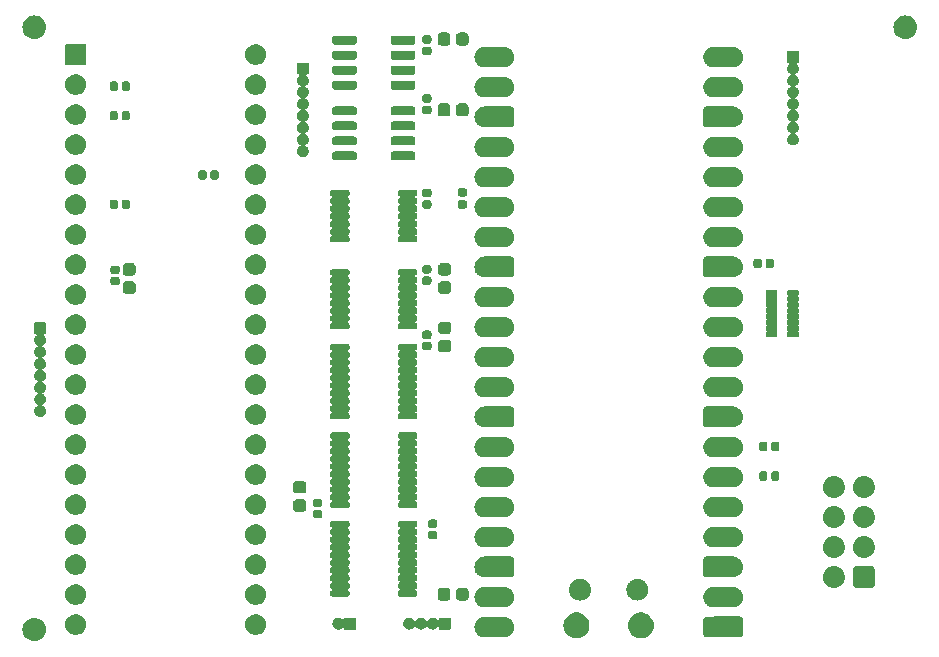
<source format=gbr>
%TF.GenerationSoftware,KiCad,Pcbnew,8.0.1*%
%TF.CreationDate,2024-04-17T16:23:31+02:00*%
%TF.ProjectId,protoA,70726f74-6f41-42e6-9b69-6361645f7063,rev?*%
%TF.SameCoordinates,PX7e13640PY4c4b400*%
%TF.FileFunction,Soldermask,Top*%
%TF.FilePolarity,Negative*%
%FSLAX46Y46*%
G04 Gerber Fmt 4.6, Leading zero omitted, Abs format (unit mm)*
G04 Created by KiCad (PCBNEW 8.0.1) date 2024-04-17 16:23:31*
%MOMM*%
%LPD*%
G01*
G04 APERTURE LIST*
G04 APERTURE END LIST*
G36*
X1745090Y2480785D02*
G01*
X1932683Y2423880D01*
X2105570Y2331470D01*
X2257107Y2207107D01*
X2381470Y2055570D01*
X2473880Y1882683D01*
X2530785Y1695090D01*
X2550000Y1500000D01*
X2530785Y1304910D01*
X2473880Y1117317D01*
X2381470Y944430D01*
X2257107Y792893D01*
X2105570Y668530D01*
X1932683Y576120D01*
X1745090Y519215D01*
X1550000Y500000D01*
X1354910Y519215D01*
X1167317Y576120D01*
X994430Y668530D01*
X842893Y792893D01*
X718530Y944430D01*
X626120Y1117317D01*
X569215Y1304910D01*
X550000Y1500000D01*
X569215Y1695090D01*
X626120Y1882683D01*
X718530Y2055570D01*
X842893Y2207107D01*
X994430Y2331470D01*
X1167317Y2423880D01*
X1354910Y2480785D01*
X1550000Y2500000D01*
X1745090Y2480785D01*
G37*
G36*
X47766029Y2908008D02*
G01*
X47955312Y2834680D01*
X48127898Y2727819D01*
X48277910Y2591065D01*
X48400239Y2429075D01*
X48490719Y2247366D01*
X48546270Y2052124D01*
X48565000Y1850000D01*
X48546270Y1647876D01*
X48490719Y1452634D01*
X48400239Y1270925D01*
X48277910Y1108935D01*
X48127898Y972181D01*
X47955312Y865320D01*
X47766029Y791992D01*
X47566495Y754692D01*
X47363505Y754692D01*
X47163971Y791992D01*
X46974688Y865320D01*
X46802102Y972181D01*
X46652090Y1108935D01*
X46529761Y1270925D01*
X46439281Y1452634D01*
X46383730Y1647876D01*
X46365000Y1850000D01*
X46383730Y2052124D01*
X46439281Y2247366D01*
X46529761Y2429075D01*
X46652090Y2591065D01*
X46802102Y2727819D01*
X46974688Y2834680D01*
X47163971Y2908008D01*
X47363505Y2945308D01*
X47566495Y2945308D01*
X47766029Y2908008D01*
G37*
G36*
X53216029Y2908008D02*
G01*
X53405312Y2834680D01*
X53577898Y2727819D01*
X53727910Y2591065D01*
X53850239Y2429075D01*
X53940719Y2247366D01*
X53996270Y2052124D01*
X54015000Y1850000D01*
X53996270Y1647876D01*
X53940719Y1452634D01*
X53850239Y1270925D01*
X53727910Y1108935D01*
X53577898Y972181D01*
X53405312Y865320D01*
X53216029Y791992D01*
X53016495Y754692D01*
X52813505Y754692D01*
X52613971Y791992D01*
X52424688Y865320D01*
X52252102Y972181D01*
X52102090Y1108935D01*
X51979761Y1270925D01*
X51889281Y1452634D01*
X51833730Y1647876D01*
X51815000Y1850000D01*
X51833730Y2052124D01*
X51889281Y2247366D01*
X51979761Y2429075D01*
X52102090Y2591065D01*
X52252102Y2727819D01*
X52424688Y2834680D01*
X52613971Y2908008D01*
X52813505Y2945308D01*
X53016495Y2945308D01*
X53216029Y2908008D01*
G37*
G36*
X61293299Y2600160D02*
G01*
X61294617Y2599986D01*
X61317463Y2599986D01*
X61324504Y2599986D01*
X61361385Y2591568D01*
X61367727Y2588514D01*
X61367730Y2588513D01*
X61435233Y2556005D01*
X61435235Y2556003D01*
X61441579Y2552948D01*
X61471153Y2529363D01*
X61475541Y2523860D01*
X61475544Y2523858D01*
X61522257Y2465282D01*
X61522257Y2465281D01*
X61526649Y2459774D01*
X61543063Y2425691D01*
X61562869Y2338914D01*
X61565000Y2320000D01*
X61565000Y1120000D01*
X61562869Y1101086D01*
X61543063Y1014309D01*
X61526649Y980226D01*
X61471153Y910637D01*
X61441579Y887052D01*
X61361385Y848432D01*
X61324504Y840014D01*
X61317463Y840014D01*
X61316039Y840014D01*
X61311956Y839746D01*
X61290967Y836983D01*
X61287408Y835323D01*
X61280000Y835000D01*
X61275906Y835000D01*
X59081757Y835000D01*
X59080000Y835000D01*
X59070483Y835534D01*
X59032584Y839805D01*
X59029104Y840000D01*
X58480000Y840000D01*
X58415894Y847437D01*
X58410918Y849634D01*
X58409049Y849880D01*
X58385644Y860794D01*
X58321762Y889001D01*
X58249001Y961762D01*
X58220803Y1025624D01*
X58209879Y1049050D01*
X58209632Y1050922D01*
X58207437Y1055894D01*
X58200000Y1120000D01*
X58200000Y1669085D01*
X58199803Y1672587D01*
X58195927Y1706994D01*
X58195927Y1706996D01*
X58195534Y1710483D01*
X58195534Y1729517D01*
X58197590Y1747767D01*
X58199803Y1767413D01*
X58200000Y1770915D01*
X58200000Y2315906D01*
X58200000Y2320000D01*
X58207437Y2384106D01*
X58209632Y2389079D01*
X58209879Y2390951D01*
X58220811Y2414396D01*
X58249001Y2478238D01*
X58321762Y2550999D01*
X58385604Y2579189D01*
X58409049Y2590121D01*
X58410921Y2590368D01*
X58415894Y2592563D01*
X58480000Y2600000D01*
X59029084Y2600000D01*
X59032585Y2600197D01*
X59068732Y2604269D01*
X59068737Y2604270D01*
X59070483Y2604466D01*
X59080000Y2605000D01*
X61280000Y2605000D01*
X61293299Y2600160D01*
G37*
G36*
X41371094Y2595179D02*
G01*
X41391985Y2595179D01*
X41401772Y2593099D01*
X41418800Y2591944D01*
X41427546Y2589769D01*
X41436811Y2589040D01*
X41497984Y2572649D01*
X41571935Y2556930D01*
X41587549Y2549979D01*
X41603465Y2546020D01*
X41610633Y2542465D01*
X41615242Y2541230D01*
X41670936Y2512852D01*
X41740000Y2482102D01*
X41756467Y2470138D01*
X41773940Y2461472D01*
X41777691Y2458457D01*
X41779094Y2457742D01*
X41827663Y2418411D01*
X41888835Y2373967D01*
X41904644Y2356410D01*
X41922254Y2342254D01*
X41962737Y2291891D01*
X42011935Y2237251D01*
X42024446Y2215581D01*
X42024756Y2215130D01*
X42037741Y2199095D01*
X42038455Y2197693D01*
X42041472Y2193940D01*
X42069083Y2138268D01*
X42103920Y2077928D01*
X42111653Y2054128D01*
X42111861Y2053626D01*
X42121229Y2035240D01*
X42122461Y2030640D01*
X42126020Y2023465D01*
X42140386Y1965696D01*
X42160770Y1902962D01*
X42163385Y1878075D01*
X42163485Y1877539D01*
X42169039Y1856811D01*
X42169767Y1847552D01*
X42171944Y1838800D01*
X42180000Y1720000D01*
X42171944Y1601200D01*
X42169767Y1592449D01*
X42169039Y1583191D01*
X42163485Y1562462D01*
X42163386Y1561929D01*
X42160770Y1537038D01*
X42140386Y1474305D01*
X42126020Y1416535D01*
X42122460Y1409357D01*
X42121228Y1404759D01*
X42111862Y1386376D01*
X42111652Y1385872D01*
X42103920Y1362072D01*
X42069083Y1301733D01*
X42041472Y1246060D01*
X42038454Y1242306D01*
X42037742Y1240908D01*
X42024756Y1224871D01*
X42024449Y1224426D01*
X42011935Y1202749D01*
X41962737Y1148110D01*
X41922254Y1097746D01*
X41904644Y1083591D01*
X41888835Y1066033D01*
X41827662Y1021589D01*
X41779095Y982260D01*
X41777696Y981548D01*
X41773940Y978528D01*
X41756467Y969863D01*
X41740000Y957898D01*
X41670934Y927148D01*
X41615241Y898771D01*
X41610638Y897538D01*
X41603465Y893980D01*
X41587549Y890022D01*
X41571935Y883070D01*
X41497961Y867347D01*
X41436810Y850961D01*
X41427552Y850233D01*
X41418800Y848056D01*
X41401772Y846902D01*
X41391985Y844821D01*
X41371094Y844821D01*
X41300000Y840000D01*
X39700000Y840000D01*
X39581200Y848056D01*
X39572449Y850233D01*
X39563189Y850961D01*
X39481448Y872864D01*
X39396535Y893980D01*
X39389363Y897537D01*
X39384761Y898770D01*
X39307437Y938169D01*
X39226060Y978528D01*
X39222307Y981545D01*
X39220905Y982259D01*
X39151826Y1038199D01*
X39077746Y1097746D01*
X39018223Y1171796D01*
X38962258Y1240906D01*
X38961543Y1242310D01*
X38958528Y1246060D01*
X38918186Y1327402D01*
X38878769Y1404762D01*
X38877535Y1409367D01*
X38873980Y1416535D01*
X38852872Y1501411D01*
X38830960Y1583190D01*
X38830230Y1592455D01*
X38828056Y1601200D01*
X38820000Y1720000D01*
X38828056Y1838800D01*
X38830230Y1847545D01*
X38830960Y1856811D01*
X38852876Y1938604D01*
X38873980Y2023465D01*
X38877534Y2030633D01*
X38878769Y2035239D01*
X38918205Y2112637D01*
X38958528Y2193940D01*
X38961541Y2197690D01*
X38962258Y2199095D01*
X39018332Y2268341D01*
X39077746Y2342254D01*
X39151659Y2401668D01*
X39220905Y2457742D01*
X39222310Y2458459D01*
X39226060Y2461472D01*
X39307363Y2501795D01*
X39384761Y2541231D01*
X39389367Y2542466D01*
X39396535Y2546020D01*
X39481396Y2567124D01*
X39563189Y2589040D01*
X39572455Y2589770D01*
X39581200Y2591944D01*
X39700000Y2600000D01*
X41300000Y2600000D01*
X41371094Y2595179D01*
G37*
G36*
X5331935Y2756930D02*
G01*
X5500000Y2682102D01*
X5648835Y2573967D01*
X5771935Y2437251D01*
X5863920Y2277928D01*
X5920770Y2102962D01*
X5940000Y1920000D01*
X5920770Y1737038D01*
X5863920Y1562072D01*
X5771935Y1402749D01*
X5648835Y1266033D01*
X5500000Y1157898D01*
X5331935Y1083070D01*
X5151985Y1044821D01*
X4968015Y1044821D01*
X4788065Y1083070D01*
X4620000Y1157898D01*
X4471165Y1266033D01*
X4348065Y1402749D01*
X4256080Y1562072D01*
X4199230Y1737038D01*
X4180000Y1920000D01*
X4199230Y2102962D01*
X4256080Y2277928D01*
X4348065Y2437251D01*
X4471165Y2573967D01*
X4620000Y2682102D01*
X4788065Y2756930D01*
X4968015Y2795179D01*
X5151985Y2795179D01*
X5331935Y2756930D01*
G37*
G36*
X20571935Y2756930D02*
G01*
X20740000Y2682102D01*
X20888835Y2573967D01*
X21011935Y2437251D01*
X21103920Y2277928D01*
X21160770Y2102962D01*
X21180000Y1920000D01*
X21160770Y1737038D01*
X21103920Y1562072D01*
X21011935Y1402749D01*
X20888835Y1266033D01*
X20740000Y1157898D01*
X20571935Y1083070D01*
X20391985Y1044821D01*
X20208015Y1044821D01*
X20028065Y1083070D01*
X19860000Y1157898D01*
X19711165Y1266033D01*
X19588065Y1402749D01*
X19496080Y1562072D01*
X19439230Y1737038D01*
X19420000Y1920000D01*
X19439230Y2102962D01*
X19496080Y2277928D01*
X19588065Y2437251D01*
X19711165Y2573967D01*
X19860000Y2682102D01*
X20028065Y2756930D01*
X20208015Y2795179D01*
X20391985Y2795179D01*
X20571935Y2756930D01*
G37*
G36*
X28755615Y2498910D02*
G01*
X28781569Y2481569D01*
X28798910Y2455615D01*
X28805000Y2425000D01*
X28805000Y1575000D01*
X28798910Y1544385D01*
X28781569Y1518431D01*
X28755615Y1501090D01*
X28725000Y1495000D01*
X27875000Y1495000D01*
X27844385Y1501090D01*
X27818431Y1518431D01*
X27801090Y1544385D01*
X27795000Y1575000D01*
X27795000Y1618346D01*
X27794999Y1684191D01*
X27712133Y1712320D01*
X27690631Y1687506D01*
X27656704Y1643291D01*
X27643620Y1633252D01*
X27630705Y1618346D01*
X27590645Y1592602D01*
X27552233Y1563126D01*
X27531267Y1554442D01*
X27509785Y1540636D01*
X27469089Y1528687D01*
X27430562Y1512728D01*
X27401880Y1508953D01*
X27371869Y1500140D01*
X27334942Y1500140D01*
X27300000Y1495540D01*
X27265058Y1500140D01*
X27228131Y1500140D01*
X27198120Y1508952D01*
X27169437Y1512728D01*
X27130907Y1528688D01*
X27090215Y1540636D01*
X27068734Y1554441D01*
X27047766Y1563126D01*
X27009347Y1592606D01*
X26969295Y1618346D01*
X26956381Y1633249D01*
X26943292Y1643293D01*
X26909348Y1687528D01*
X26875167Y1726976D01*
X26869416Y1739568D01*
X26863125Y1747767D01*
X26838282Y1807743D01*
X26815456Y1857725D01*
X26814327Y1865575D01*
X26812727Y1869438D01*
X26801387Y1955571D01*
X26795000Y2000000D01*
X26801387Y2044426D01*
X26812727Y2130563D01*
X26814327Y2134428D01*
X26815456Y2142275D01*
X26838281Y2192256D01*
X26863124Y2252230D01*
X26869414Y2260429D01*
X26875167Y2273024D01*
X26909349Y2312474D01*
X26943292Y2356708D01*
X26956383Y2366754D01*
X26969295Y2381654D01*
X27009350Y2407396D01*
X27047770Y2436876D01*
X27068736Y2445561D01*
X27090215Y2459364D01*
X27130900Y2471311D01*
X27169437Y2487273D01*
X27198126Y2491050D01*
X27228131Y2499860D01*
X27265050Y2499860D01*
X27300000Y2504461D01*
X27334950Y2499860D01*
X27371869Y2499860D01*
X27401874Y2491050D01*
X27430562Y2487273D01*
X27469097Y2471311D01*
X27509785Y2459364D01*
X27531262Y2445562D01*
X27552233Y2436875D01*
X27590655Y2407392D01*
X27630705Y2381654D01*
X27643616Y2366754D01*
X27656705Y2356710D01*
X27690647Y2312477D01*
X27712132Y2287682D01*
X27795000Y2315811D01*
X27795000Y2418845D01*
X27795000Y2418846D01*
X27795000Y2425000D01*
X27801090Y2455615D01*
X27818431Y2481569D01*
X27844385Y2498910D01*
X27875000Y2505000D01*
X28725000Y2505000D01*
X28755615Y2498910D01*
G37*
G36*
X36755615Y2498910D02*
G01*
X36781569Y2481569D01*
X36798910Y2455615D01*
X36805000Y2425000D01*
X36805000Y1575000D01*
X36798910Y1544385D01*
X36781569Y1518431D01*
X36755615Y1501090D01*
X36725000Y1495000D01*
X35875000Y1495000D01*
X35844385Y1501090D01*
X35818431Y1518431D01*
X35801090Y1544385D01*
X35795000Y1575000D01*
X35795000Y1618346D01*
X35794999Y1684191D01*
X35712133Y1712320D01*
X35690631Y1687506D01*
X35656704Y1643291D01*
X35643620Y1633252D01*
X35630705Y1618346D01*
X35590645Y1592602D01*
X35552233Y1563126D01*
X35531267Y1554442D01*
X35509785Y1540636D01*
X35469089Y1528687D01*
X35430562Y1512728D01*
X35401880Y1508953D01*
X35371869Y1500140D01*
X35334942Y1500140D01*
X35300000Y1495540D01*
X35265058Y1500140D01*
X35228131Y1500140D01*
X35198120Y1508952D01*
X35169437Y1512728D01*
X35130907Y1528688D01*
X35090215Y1540636D01*
X35068734Y1554441D01*
X35047766Y1563126D01*
X35009347Y1592606D01*
X34969295Y1618346D01*
X34956381Y1633249D01*
X34943292Y1643293D01*
X34909348Y1687528D01*
X34875167Y1726976D01*
X34869416Y1739568D01*
X34863125Y1747767D01*
X34841761Y1799345D01*
X34758239Y1799345D01*
X34736874Y1747767D01*
X34730585Y1739572D01*
X34724833Y1726976D01*
X34690642Y1687518D01*
X34656707Y1643293D01*
X34643620Y1633251D01*
X34630705Y1618346D01*
X34590646Y1592602D01*
X34552233Y1563126D01*
X34531267Y1554442D01*
X34509785Y1540636D01*
X34469089Y1528687D01*
X34430562Y1512728D01*
X34401880Y1508953D01*
X34371869Y1500140D01*
X34334942Y1500140D01*
X34300000Y1495540D01*
X34265058Y1500140D01*
X34228131Y1500140D01*
X34198120Y1508952D01*
X34169437Y1512728D01*
X34130907Y1528688D01*
X34090215Y1540636D01*
X34068734Y1554441D01*
X34047766Y1563126D01*
X34009347Y1592606D01*
X33969295Y1618346D01*
X33956381Y1633249D01*
X33943292Y1643293D01*
X33909348Y1687528D01*
X33875167Y1726976D01*
X33869416Y1739568D01*
X33863125Y1747767D01*
X33841761Y1799345D01*
X33758239Y1799345D01*
X33736874Y1747767D01*
X33730585Y1739572D01*
X33724833Y1726976D01*
X33690642Y1687518D01*
X33656707Y1643293D01*
X33643620Y1633251D01*
X33630705Y1618346D01*
X33590646Y1592602D01*
X33552233Y1563126D01*
X33531267Y1554442D01*
X33509785Y1540636D01*
X33469089Y1528687D01*
X33430562Y1512728D01*
X33401880Y1508953D01*
X33371869Y1500140D01*
X33334942Y1500140D01*
X33300000Y1495540D01*
X33265058Y1500140D01*
X33228131Y1500140D01*
X33198120Y1508952D01*
X33169437Y1512728D01*
X33130907Y1528688D01*
X33090215Y1540636D01*
X33068734Y1554441D01*
X33047766Y1563126D01*
X33009347Y1592606D01*
X32969295Y1618346D01*
X32956381Y1633249D01*
X32943292Y1643293D01*
X32909348Y1687528D01*
X32875167Y1726976D01*
X32869416Y1739568D01*
X32863125Y1747767D01*
X32838282Y1807743D01*
X32815456Y1857725D01*
X32814327Y1865575D01*
X32812727Y1869438D01*
X32801387Y1955571D01*
X32795000Y2000000D01*
X32801387Y2044426D01*
X32812727Y2130563D01*
X32814327Y2134428D01*
X32815456Y2142275D01*
X32838281Y2192256D01*
X32863124Y2252230D01*
X32869414Y2260429D01*
X32875167Y2273024D01*
X32909349Y2312474D01*
X32943292Y2356708D01*
X32956383Y2366754D01*
X32969295Y2381654D01*
X33009350Y2407396D01*
X33047770Y2436876D01*
X33068736Y2445561D01*
X33090215Y2459364D01*
X33130900Y2471311D01*
X33169437Y2487273D01*
X33198126Y2491050D01*
X33228131Y2499860D01*
X33265050Y2499860D01*
X33300000Y2504461D01*
X33334950Y2499860D01*
X33371869Y2499860D01*
X33401874Y2491050D01*
X33430562Y2487273D01*
X33469097Y2471311D01*
X33509785Y2459364D01*
X33531262Y2445562D01*
X33552233Y2436875D01*
X33590655Y2407392D01*
X33630705Y2381654D01*
X33643616Y2366754D01*
X33656705Y2356710D01*
X33690643Y2312481D01*
X33724833Y2273024D01*
X33730585Y2260429D01*
X33736877Y2252229D01*
X33758240Y2200655D01*
X33841760Y2200655D01*
X33863122Y2252229D01*
X33869416Y2260433D01*
X33875167Y2273024D01*
X33909345Y2312469D01*
X33943292Y2356708D01*
X33956383Y2366754D01*
X33969295Y2381654D01*
X34009350Y2407396D01*
X34047770Y2436876D01*
X34068736Y2445561D01*
X34090215Y2459364D01*
X34130900Y2471311D01*
X34169437Y2487273D01*
X34198126Y2491050D01*
X34228131Y2499860D01*
X34265050Y2499860D01*
X34300000Y2504461D01*
X34334950Y2499860D01*
X34371869Y2499860D01*
X34401874Y2491050D01*
X34430562Y2487273D01*
X34469097Y2471311D01*
X34509785Y2459364D01*
X34531262Y2445562D01*
X34552233Y2436875D01*
X34590655Y2407392D01*
X34630705Y2381654D01*
X34643616Y2366754D01*
X34656705Y2356710D01*
X34690643Y2312481D01*
X34724833Y2273024D01*
X34730585Y2260429D01*
X34736877Y2252229D01*
X34758240Y2200655D01*
X34841760Y2200655D01*
X34863122Y2252229D01*
X34869416Y2260433D01*
X34875167Y2273024D01*
X34909345Y2312469D01*
X34943292Y2356708D01*
X34956383Y2366754D01*
X34969295Y2381654D01*
X35009350Y2407396D01*
X35047770Y2436876D01*
X35068736Y2445561D01*
X35090215Y2459364D01*
X35130900Y2471311D01*
X35169437Y2487273D01*
X35198126Y2491050D01*
X35228131Y2499860D01*
X35265050Y2499860D01*
X35300000Y2504461D01*
X35334950Y2499860D01*
X35371869Y2499860D01*
X35401874Y2491050D01*
X35430562Y2487273D01*
X35469097Y2471311D01*
X35509785Y2459364D01*
X35531262Y2445562D01*
X35552233Y2436875D01*
X35590655Y2407392D01*
X35630705Y2381654D01*
X35643616Y2366754D01*
X35656705Y2356710D01*
X35690647Y2312477D01*
X35712132Y2287682D01*
X35795000Y2315811D01*
X35795000Y2418845D01*
X35795000Y2418846D01*
X35795000Y2425000D01*
X35801090Y2455615D01*
X35818431Y2481569D01*
X35844385Y2498910D01*
X35875000Y2505000D01*
X36725000Y2505000D01*
X36755615Y2498910D01*
G37*
G36*
X41371094Y5135179D02*
G01*
X41391985Y5135179D01*
X41401772Y5133099D01*
X41418800Y5131944D01*
X41427546Y5129769D01*
X41436811Y5129040D01*
X41497984Y5112649D01*
X41571935Y5096930D01*
X41587549Y5089979D01*
X41603465Y5086020D01*
X41610633Y5082465D01*
X41615242Y5081230D01*
X41670936Y5052852D01*
X41740000Y5022102D01*
X41756467Y5010138D01*
X41773940Y5001472D01*
X41777691Y4998457D01*
X41779094Y4997742D01*
X41827663Y4958411D01*
X41888835Y4913967D01*
X41904644Y4896410D01*
X41922254Y4882254D01*
X41962737Y4831891D01*
X42011935Y4777251D01*
X42024446Y4755581D01*
X42024756Y4755130D01*
X42037741Y4739095D01*
X42038455Y4737693D01*
X42041472Y4733940D01*
X42069083Y4678268D01*
X42103920Y4617928D01*
X42111653Y4594128D01*
X42111861Y4593626D01*
X42121229Y4575240D01*
X42122461Y4570640D01*
X42126020Y4563465D01*
X42140386Y4505696D01*
X42160770Y4442962D01*
X42163385Y4418075D01*
X42163485Y4417539D01*
X42169039Y4396811D01*
X42169767Y4387552D01*
X42171944Y4378800D01*
X42180000Y4260000D01*
X42171944Y4141200D01*
X42169767Y4132449D01*
X42169039Y4123191D01*
X42163485Y4102462D01*
X42163386Y4101929D01*
X42160770Y4077038D01*
X42140386Y4014305D01*
X42126020Y3956535D01*
X42122460Y3949357D01*
X42121228Y3944759D01*
X42111862Y3926376D01*
X42111652Y3925872D01*
X42103920Y3902072D01*
X42069083Y3841733D01*
X42041472Y3786060D01*
X42038454Y3782306D01*
X42037742Y3780908D01*
X42024756Y3764871D01*
X42024449Y3764426D01*
X42011935Y3742749D01*
X41962737Y3688110D01*
X41922254Y3637746D01*
X41904644Y3623591D01*
X41888835Y3606033D01*
X41827662Y3561589D01*
X41779095Y3522260D01*
X41777696Y3521548D01*
X41773940Y3518528D01*
X41756467Y3509863D01*
X41740000Y3497898D01*
X41670934Y3467148D01*
X41615241Y3438771D01*
X41610638Y3437538D01*
X41603465Y3433980D01*
X41587549Y3430022D01*
X41571935Y3423070D01*
X41497961Y3407347D01*
X41436810Y3390961D01*
X41427552Y3390233D01*
X41418800Y3388056D01*
X41401772Y3386902D01*
X41391985Y3384821D01*
X41371094Y3384821D01*
X41300000Y3380000D01*
X39700000Y3380000D01*
X39581200Y3388056D01*
X39572449Y3390233D01*
X39563189Y3390961D01*
X39481448Y3412864D01*
X39396535Y3433980D01*
X39389363Y3437537D01*
X39384761Y3438770D01*
X39307437Y3478169D01*
X39226060Y3518528D01*
X39222307Y3521545D01*
X39220905Y3522259D01*
X39151826Y3578199D01*
X39077746Y3637746D01*
X39018223Y3711796D01*
X38962258Y3780906D01*
X38961543Y3782310D01*
X38958528Y3786060D01*
X38918186Y3867402D01*
X38878769Y3944762D01*
X38877535Y3949367D01*
X38873980Y3956535D01*
X38852872Y4041411D01*
X38830960Y4123190D01*
X38830230Y4132455D01*
X38828056Y4141200D01*
X38820000Y4260000D01*
X38828056Y4378800D01*
X38830230Y4387545D01*
X38830960Y4396811D01*
X38852876Y4478604D01*
X38873980Y4563465D01*
X38877534Y4570633D01*
X38878769Y4575239D01*
X38918205Y4652637D01*
X38958528Y4733940D01*
X38961541Y4737690D01*
X38962258Y4739095D01*
X39018332Y4808341D01*
X39077746Y4882254D01*
X39151659Y4941668D01*
X39220905Y4997742D01*
X39222310Y4998459D01*
X39226060Y5001472D01*
X39307363Y5041795D01*
X39384761Y5081231D01*
X39389367Y5082466D01*
X39396535Y5086020D01*
X39481396Y5107124D01*
X39563189Y5129040D01*
X39572455Y5129770D01*
X39581200Y5131944D01*
X39700000Y5140000D01*
X41300000Y5140000D01*
X41371094Y5135179D01*
G37*
G36*
X60798800Y5131944D02*
G01*
X60807545Y5129770D01*
X60816810Y5129040D01*
X60898589Y5107128D01*
X60983465Y5086020D01*
X60990633Y5082465D01*
X60995238Y5081231D01*
X61072598Y5041814D01*
X61153940Y5001472D01*
X61157690Y4998457D01*
X61159094Y4997742D01*
X61228204Y4941777D01*
X61302254Y4882254D01*
X61361801Y4808174D01*
X61417741Y4739095D01*
X61418455Y4737693D01*
X61421472Y4733940D01*
X61461831Y4652563D01*
X61501230Y4575239D01*
X61502463Y4570637D01*
X61506020Y4563465D01*
X61527136Y4478552D01*
X61549039Y4396811D01*
X61549767Y4387552D01*
X61551944Y4378800D01*
X61560000Y4260000D01*
X61551944Y4141200D01*
X61549767Y4132450D01*
X61549039Y4123190D01*
X61527140Y4041462D01*
X61506020Y3956535D01*
X61502462Y3949363D01*
X61501230Y3944762D01*
X61461850Y3867475D01*
X61421472Y3786060D01*
X61418454Y3782306D01*
X61417741Y3780906D01*
X61361910Y3711963D01*
X61302254Y3637746D01*
X61228037Y3578090D01*
X61159094Y3522259D01*
X61157694Y3521546D01*
X61153940Y3518528D01*
X61072525Y3478150D01*
X60995238Y3438770D01*
X60990637Y3437538D01*
X60983465Y3433980D01*
X60898538Y3412860D01*
X60816810Y3390961D01*
X60807551Y3390233D01*
X60798800Y3388056D01*
X60680000Y3380000D01*
X59080000Y3380000D01*
X59008906Y3384821D01*
X58988015Y3384821D01*
X58978227Y3386902D01*
X58961200Y3388056D01*
X58952447Y3390233D01*
X58943189Y3390961D01*
X58882033Y3407348D01*
X58808065Y3423070D01*
X58792450Y3430022D01*
X58776535Y3433980D01*
X58769363Y3437537D01*
X58764761Y3438770D01*
X58709072Y3467145D01*
X58640000Y3497898D01*
X58623532Y3509863D01*
X58606060Y3518528D01*
X58602307Y3521545D01*
X58600903Y3522260D01*
X58552337Y3561589D01*
X58491165Y3606033D01*
X58475355Y3623591D01*
X58457746Y3637746D01*
X58417262Y3688110D01*
X58368065Y3742749D01*
X58355554Y3764418D01*
X58355243Y3764871D01*
X58342258Y3780906D01*
X58341543Y3782309D01*
X58338528Y3786060D01*
X58310916Y3841733D01*
X58276080Y3902072D01*
X58268349Y3925866D01*
X58268138Y3926375D01*
X58258769Y3944762D01*
X58257535Y3949367D01*
X58253980Y3956535D01*
X58239613Y4014305D01*
X58219230Y4077038D01*
X58216615Y4101914D01*
X58216514Y4102461D01*
X58210960Y4123191D01*
X58210231Y4132454D01*
X58208056Y4141200D01*
X58200000Y4260000D01*
X58208056Y4378800D01*
X58210230Y4387545D01*
X58210960Y4396811D01*
X58216514Y4417540D01*
X58216615Y4418089D01*
X58219230Y4442962D01*
X58239613Y4505696D01*
X58253980Y4563465D01*
X58257535Y4570634D01*
X58258769Y4575238D01*
X58268138Y4593627D01*
X58268351Y4594144D01*
X58276080Y4617928D01*
X58310916Y4678268D01*
X58338528Y4733940D01*
X58341543Y4737691D01*
X58342258Y4739094D01*
X58355244Y4755131D01*
X58355556Y4755586D01*
X58368065Y4777251D01*
X58417262Y4831891D01*
X58457746Y4882254D01*
X58475355Y4896410D01*
X58491165Y4913967D01*
X58552321Y4958400D01*
X58600903Y4997741D01*
X58602310Y4998459D01*
X58606060Y5001472D01*
X58623532Y5010138D01*
X58640000Y5022102D01*
X58709056Y5052849D01*
X58764759Y5081230D01*
X58769365Y5082465D01*
X58776535Y5086020D01*
X58792450Y5089979D01*
X58808065Y5096930D01*
X58882012Y5112648D01*
X58943192Y5129040D01*
X58952452Y5129769D01*
X58961200Y5131944D01*
X58978227Y5133099D01*
X58988015Y5135179D01*
X59008906Y5135179D01*
X59080000Y5140000D01*
X60680000Y5140000D01*
X60798800Y5131944D01*
G37*
G36*
X5331935Y5296930D02*
G01*
X5500000Y5222102D01*
X5648835Y5113967D01*
X5771935Y4977251D01*
X5863920Y4817928D01*
X5920770Y4642962D01*
X5940000Y4460000D01*
X5920770Y4277038D01*
X5863920Y4102072D01*
X5771935Y3942749D01*
X5648835Y3806033D01*
X5500000Y3697898D01*
X5331935Y3623070D01*
X5151985Y3584821D01*
X4968015Y3584821D01*
X4788065Y3623070D01*
X4620000Y3697898D01*
X4471165Y3806033D01*
X4348065Y3942749D01*
X4256080Y4102072D01*
X4199230Y4277038D01*
X4180000Y4460000D01*
X4199230Y4642962D01*
X4256080Y4817928D01*
X4348065Y4977251D01*
X4471165Y5113967D01*
X4620000Y5222102D01*
X4788065Y5296930D01*
X4968015Y5335179D01*
X5151985Y5335179D01*
X5331935Y5296930D01*
G37*
G36*
X20571935Y5296930D02*
G01*
X20740000Y5222102D01*
X20888835Y5113967D01*
X21011935Y4977251D01*
X21103920Y4817928D01*
X21160770Y4642962D01*
X21180000Y4460000D01*
X21160770Y4277038D01*
X21103920Y4102072D01*
X21011935Y3942749D01*
X20888835Y3806033D01*
X20740000Y3697898D01*
X20571935Y3623070D01*
X20391985Y3584821D01*
X20208015Y3584821D01*
X20028065Y3623070D01*
X19860000Y3697898D01*
X19711165Y3806033D01*
X19588065Y3942749D01*
X19496080Y4102072D01*
X19439230Y4277038D01*
X19420000Y4460000D01*
X19439230Y4642962D01*
X19496080Y4817928D01*
X19588065Y4977251D01*
X19711165Y5113967D01*
X19860000Y5222102D01*
X20028065Y5296930D01*
X20208015Y5335179D01*
X20391985Y5335179D01*
X20571935Y5296930D01*
G37*
G36*
X36544830Y5046899D02*
G01*
X36554065Y5042822D01*
X36561185Y5041784D01*
X36605696Y5020024D01*
X36647367Y5001624D01*
X36651225Y4997766D01*
X36651728Y4997520D01*
X36722519Y4926729D01*
X36722764Y4926227D01*
X36726624Y4922367D01*
X36745030Y4880681D01*
X36766783Y4836185D01*
X36767819Y4829069D01*
X36771899Y4819830D01*
X36780000Y4750000D01*
X36780000Y4250000D01*
X36771899Y4180170D01*
X36767819Y4170932D01*
X36766783Y4163815D01*
X36745032Y4119325D01*
X36726624Y4077633D01*
X36722763Y4073773D01*
X36722519Y4073272D01*
X36651728Y4002481D01*
X36651227Y4002237D01*
X36647367Y3998376D01*
X36605670Y3979966D01*
X36561184Y3958217D01*
X36554068Y3957181D01*
X36544830Y3953101D01*
X36475000Y3945000D01*
X36025000Y3945000D01*
X35955170Y3953101D01*
X35945932Y3957180D01*
X35938814Y3958217D01*
X35894313Y3979972D01*
X35852633Y3998376D01*
X35848773Y4002236D01*
X35848271Y4002481D01*
X35777480Y4073272D01*
X35777234Y4073775D01*
X35773376Y4077633D01*
X35754974Y4119309D01*
X35733216Y4163816D01*
X35732178Y4170935D01*
X35728101Y4180170D01*
X35720000Y4250000D01*
X35720000Y4750000D01*
X35728101Y4819830D01*
X35732178Y4829065D01*
X35733216Y4836186D01*
X35754981Y4880708D01*
X35773376Y4922367D01*
X35777233Y4926225D01*
X35777480Y4926729D01*
X35848271Y4997520D01*
X35848775Y4997767D01*
X35852633Y5001624D01*
X35894297Y5020022D01*
X35938815Y5041784D01*
X35945935Y5042822D01*
X35955170Y5046899D01*
X36025000Y5055000D01*
X36475000Y5055000D01*
X36544830Y5046899D01*
G37*
G36*
X38094830Y5046899D02*
G01*
X38104065Y5042822D01*
X38111185Y5041784D01*
X38155696Y5020024D01*
X38197367Y5001624D01*
X38201225Y4997766D01*
X38201728Y4997520D01*
X38272519Y4926729D01*
X38272764Y4926227D01*
X38276624Y4922367D01*
X38295030Y4880681D01*
X38316783Y4836185D01*
X38317819Y4829069D01*
X38321899Y4819830D01*
X38330000Y4750000D01*
X38330000Y4250000D01*
X38321899Y4180170D01*
X38317819Y4170932D01*
X38316783Y4163815D01*
X38295032Y4119325D01*
X38276624Y4077633D01*
X38272763Y4073773D01*
X38272519Y4073272D01*
X38201728Y4002481D01*
X38201227Y4002237D01*
X38197367Y3998376D01*
X38155670Y3979966D01*
X38111184Y3958217D01*
X38104068Y3957181D01*
X38094830Y3953101D01*
X38025000Y3945000D01*
X37575000Y3945000D01*
X37505170Y3953101D01*
X37495932Y3957180D01*
X37488814Y3958217D01*
X37444313Y3979972D01*
X37402633Y3998376D01*
X37398773Y4002236D01*
X37398271Y4002481D01*
X37327480Y4073272D01*
X37327234Y4073775D01*
X37323376Y4077633D01*
X37304974Y4119309D01*
X37283216Y4163816D01*
X37282178Y4170935D01*
X37278101Y4180170D01*
X37270000Y4250000D01*
X37270000Y4750000D01*
X37278101Y4819830D01*
X37282178Y4829065D01*
X37283216Y4836186D01*
X37304981Y4880708D01*
X37323376Y4922367D01*
X37327233Y4926225D01*
X37327480Y4926729D01*
X37398271Y4997520D01*
X37398775Y4997767D01*
X37402633Y5001624D01*
X37444297Y5020022D01*
X37488815Y5041784D01*
X37495935Y5042822D01*
X37505170Y5046899D01*
X37575000Y5055000D01*
X38025000Y5055000D01*
X38094830Y5046899D01*
G37*
G36*
X47813379Y5799933D02*
G01*
X47861689Y5799933D01*
X47903403Y5791067D01*
X47945398Y5786930D01*
X47998160Y5770925D01*
X48050841Y5759727D01*
X48084548Y5744720D01*
X48118867Y5734309D01*
X48173406Y5705157D01*
X48227500Y5681073D01*
X48252649Y5662802D01*
X48278735Y5648858D01*
X48331939Y5605194D01*
X48383946Y5567409D01*
X48400834Y5548653D01*
X48418859Y5533860D01*
X48467302Y5474832D01*
X48513341Y5423701D01*
X48523011Y5406951D01*
X48533857Y5393736D01*
X48573977Y5318677D01*
X48610030Y5256231D01*
X48614177Y5243467D01*
X48619308Y5233868D01*
X48647594Y5140620D01*
X48669787Y5072318D01*
X48670568Y5064885D01*
X48671929Y5060399D01*
X48685181Y4925846D01*
X48690000Y4880000D01*
X48685181Y4834151D01*
X48671929Y4699602D01*
X48670568Y4695117D01*
X48669787Y4687682D01*
X48647590Y4619367D01*
X48619308Y4526133D01*
X48614178Y4516536D01*
X48610030Y4503769D01*
X48573970Y4441312D01*
X48533857Y4366265D01*
X48523013Y4353053D01*
X48513341Y4336299D01*
X48467293Y4285158D01*
X48418859Y4226141D01*
X48400837Y4211352D01*
X48383946Y4192591D01*
X48331929Y4154799D01*
X48278735Y4111143D01*
X48252654Y4097203D01*
X48227500Y4078927D01*
X48173395Y4054839D01*
X48118867Y4025692D01*
X48084555Y4015284D01*
X48050841Y4000273D01*
X47998149Y3989073D01*
X47945398Y3973071D01*
X47903412Y3968936D01*
X47861689Y3960067D01*
X47813369Y3960067D01*
X47765000Y3955303D01*
X47716631Y3960067D01*
X47668311Y3960067D01*
X47626588Y3968936D01*
X47584601Y3973071D01*
X47531846Y3989074D01*
X47479159Y4000273D01*
X47445446Y4015283D01*
X47411132Y4025692D01*
X47356598Y4054841D01*
X47302500Y4078927D01*
X47277348Y4097201D01*
X47251264Y4111143D01*
X47198062Y4154806D01*
X47146054Y4192591D01*
X47129165Y4211348D01*
X47111140Y4226141D01*
X47062695Y4285171D01*
X47016659Y4336299D01*
X47006988Y4353049D01*
X46996142Y4366265D01*
X46956016Y4441335D01*
X46919970Y4503769D01*
X46915823Y4516531D01*
X46910691Y4526133D01*
X46882394Y4619414D01*
X46860213Y4687682D01*
X46859432Y4695112D01*
X46858070Y4699602D01*
X46844802Y4834303D01*
X46840000Y4880000D01*
X46844802Y4925695D01*
X46858070Y5060399D01*
X46859432Y5064890D01*
X46860213Y5072318D01*
X46882390Y5140573D01*
X46910691Y5233868D01*
X46915824Y5243472D01*
X46919970Y5256231D01*
X46956009Y5318653D01*
X46996142Y5393736D01*
X47006990Y5406956D01*
X47016659Y5423701D01*
X47062686Y5474820D01*
X47111140Y5533860D01*
X47129168Y5548656D01*
X47146054Y5567409D01*
X47198051Y5605188D01*
X47251264Y5648858D01*
X47277353Y5662804D01*
X47302500Y5681073D01*
X47356587Y5705155D01*
X47411132Y5734309D01*
X47445453Y5744721D01*
X47479159Y5759727D01*
X47531835Y5770924D01*
X47584601Y5786930D01*
X47626596Y5791067D01*
X47668311Y5799933D01*
X47716621Y5799933D01*
X47765000Y5804698D01*
X47813379Y5799933D01*
G37*
G36*
X52663379Y5799933D02*
G01*
X52711689Y5799933D01*
X52753403Y5791067D01*
X52795398Y5786930D01*
X52848160Y5770925D01*
X52900841Y5759727D01*
X52934548Y5744720D01*
X52968867Y5734309D01*
X53023406Y5705157D01*
X53077500Y5681073D01*
X53102649Y5662802D01*
X53128735Y5648858D01*
X53181939Y5605194D01*
X53233946Y5567409D01*
X53250834Y5548653D01*
X53268859Y5533860D01*
X53317302Y5474832D01*
X53363341Y5423701D01*
X53373011Y5406951D01*
X53383857Y5393736D01*
X53423977Y5318677D01*
X53460030Y5256231D01*
X53464177Y5243467D01*
X53469308Y5233868D01*
X53497594Y5140620D01*
X53519787Y5072318D01*
X53520568Y5064885D01*
X53521929Y5060399D01*
X53535181Y4925846D01*
X53540000Y4880000D01*
X53535181Y4834151D01*
X53521929Y4699602D01*
X53520568Y4695117D01*
X53519787Y4687682D01*
X53497590Y4619367D01*
X53469308Y4526133D01*
X53464178Y4516536D01*
X53460030Y4503769D01*
X53423970Y4441312D01*
X53383857Y4366265D01*
X53373013Y4353053D01*
X53363341Y4336299D01*
X53317293Y4285158D01*
X53268859Y4226141D01*
X53250837Y4211352D01*
X53233946Y4192591D01*
X53181929Y4154799D01*
X53128735Y4111143D01*
X53102654Y4097203D01*
X53077500Y4078927D01*
X53023395Y4054839D01*
X52968867Y4025692D01*
X52934555Y4015284D01*
X52900841Y4000273D01*
X52848149Y3989073D01*
X52795398Y3973071D01*
X52753412Y3968936D01*
X52711689Y3960067D01*
X52663369Y3960067D01*
X52615000Y3955303D01*
X52566631Y3960067D01*
X52518311Y3960067D01*
X52476588Y3968936D01*
X52434601Y3973071D01*
X52381846Y3989074D01*
X52329159Y4000273D01*
X52295446Y4015283D01*
X52261132Y4025692D01*
X52206598Y4054841D01*
X52152500Y4078927D01*
X52127348Y4097201D01*
X52101264Y4111143D01*
X52048062Y4154806D01*
X51996054Y4192591D01*
X51979165Y4211348D01*
X51961140Y4226141D01*
X51912695Y4285171D01*
X51866659Y4336299D01*
X51856988Y4353049D01*
X51846142Y4366265D01*
X51806016Y4441335D01*
X51769970Y4503769D01*
X51765823Y4516531D01*
X51760691Y4526133D01*
X51732394Y4619414D01*
X51710213Y4687682D01*
X51709432Y4695112D01*
X51708070Y4699602D01*
X51694802Y4834303D01*
X51690000Y4880000D01*
X51694802Y4925695D01*
X51708070Y5060399D01*
X51709432Y5064890D01*
X51710213Y5072318D01*
X51732390Y5140573D01*
X51760691Y5233868D01*
X51765824Y5243472D01*
X51769970Y5256231D01*
X51806009Y5318653D01*
X51846142Y5393736D01*
X51856990Y5406956D01*
X51866659Y5423701D01*
X51912686Y5474820D01*
X51961140Y5533860D01*
X51979168Y5548656D01*
X51996054Y5567409D01*
X52048051Y5605188D01*
X52101264Y5648858D01*
X52127353Y5662804D01*
X52152500Y5681073D01*
X52206587Y5705155D01*
X52261132Y5734309D01*
X52295453Y5744721D01*
X52329159Y5759727D01*
X52381835Y5770924D01*
X52434601Y5786930D01*
X52476596Y5791067D01*
X52518311Y5799933D01*
X52566621Y5799933D01*
X52615000Y5804698D01*
X52663379Y5799933D01*
G37*
G36*
X28143883Y10691298D02*
G01*
X28202279Y10652279D01*
X28241298Y10593883D01*
X28255000Y10525000D01*
X28255000Y10325000D01*
X28241298Y10256117D01*
X28202279Y10197721D01*
X28143883Y10158702D01*
X28100483Y10150070D01*
X28100464Y10049935D01*
X28143883Y10041298D01*
X28202279Y10002279D01*
X28241298Y9943883D01*
X28255000Y9875000D01*
X28255000Y9675000D01*
X28241298Y9606117D01*
X28202279Y9547721D01*
X28143883Y9508702D01*
X28100483Y9500070D01*
X28100464Y9399935D01*
X28143883Y9391298D01*
X28202279Y9352279D01*
X28241298Y9293883D01*
X28255000Y9225000D01*
X28255000Y9025000D01*
X28241298Y8956117D01*
X28202279Y8897721D01*
X28143883Y8858702D01*
X28100483Y8850070D01*
X28100464Y8749935D01*
X28143883Y8741298D01*
X28202279Y8702279D01*
X28241298Y8643883D01*
X28255000Y8575000D01*
X28255000Y8375000D01*
X28241298Y8306117D01*
X28202279Y8247721D01*
X28143883Y8208702D01*
X28100483Y8200070D01*
X28100464Y8099935D01*
X28143883Y8091298D01*
X28202279Y8052279D01*
X28241298Y7993883D01*
X28255000Y7925000D01*
X28255000Y7725000D01*
X28241298Y7656117D01*
X28202279Y7597721D01*
X28143883Y7558702D01*
X28100483Y7550070D01*
X28100464Y7449935D01*
X28143883Y7441298D01*
X28202279Y7402279D01*
X28241298Y7343883D01*
X28255000Y7275000D01*
X28255000Y7075000D01*
X28241298Y7006117D01*
X28202279Y6947721D01*
X28143883Y6908702D01*
X28100483Y6900070D01*
X28100464Y6799935D01*
X28143883Y6791298D01*
X28202279Y6752279D01*
X28241298Y6693883D01*
X28255000Y6625000D01*
X28255000Y6425000D01*
X28241298Y6356117D01*
X28202279Y6297721D01*
X28143883Y6258702D01*
X28100483Y6250070D01*
X28100464Y6149935D01*
X28143883Y6141298D01*
X28202279Y6102279D01*
X28241298Y6043883D01*
X28255000Y5975000D01*
X28255000Y5775000D01*
X28241298Y5706117D01*
X28202279Y5647721D01*
X28143883Y5608702D01*
X28100483Y5600070D01*
X28100464Y5499935D01*
X28143883Y5491298D01*
X28202279Y5452279D01*
X28241298Y5393883D01*
X28255000Y5325000D01*
X28255000Y5125000D01*
X28241298Y5056117D01*
X28202279Y4997721D01*
X28143883Y4958702D01*
X28100483Y4950070D01*
X28100464Y4849935D01*
X28143883Y4841298D01*
X28202279Y4802279D01*
X28241298Y4743883D01*
X28255000Y4675000D01*
X28255000Y4475000D01*
X28241298Y4406117D01*
X28202279Y4347721D01*
X28143883Y4308702D01*
X28075000Y4295000D01*
X26800000Y4295000D01*
X26731117Y4308702D01*
X26672721Y4347721D01*
X26633702Y4406117D01*
X26620000Y4475000D01*
X26620000Y4675000D01*
X26633702Y4743883D01*
X26672721Y4802279D01*
X26731117Y4841298D01*
X26774525Y4849933D01*
X26774525Y4950068D01*
X26731117Y4958702D01*
X26672721Y4997721D01*
X26633702Y5056117D01*
X26620000Y5125000D01*
X26620000Y5325000D01*
X26633702Y5393883D01*
X26672721Y5452279D01*
X26731117Y5491298D01*
X26774525Y5499933D01*
X26774525Y5600068D01*
X26731117Y5608702D01*
X26672721Y5647721D01*
X26633702Y5706117D01*
X26620000Y5775000D01*
X26620000Y5975000D01*
X26633702Y6043883D01*
X26672721Y6102279D01*
X26731117Y6141298D01*
X26774525Y6149933D01*
X26774525Y6250068D01*
X26731117Y6258702D01*
X26672721Y6297721D01*
X26633702Y6356117D01*
X26620000Y6425000D01*
X26620000Y6625000D01*
X26633702Y6693883D01*
X26672721Y6752279D01*
X26731117Y6791298D01*
X26774525Y6799933D01*
X26774525Y6900068D01*
X26731117Y6908702D01*
X26672721Y6947721D01*
X26633702Y7006117D01*
X26620000Y7075000D01*
X26620000Y7275000D01*
X26633702Y7343883D01*
X26672721Y7402279D01*
X26731117Y7441298D01*
X26774525Y7449933D01*
X26774525Y7550068D01*
X26731117Y7558702D01*
X26672721Y7597721D01*
X26633702Y7656117D01*
X26620000Y7725000D01*
X26620000Y7925000D01*
X26633702Y7993883D01*
X26672721Y8052279D01*
X26731117Y8091298D01*
X26774525Y8099933D01*
X26774525Y8200068D01*
X26731117Y8208702D01*
X26672721Y8247721D01*
X26633702Y8306117D01*
X26620000Y8375000D01*
X26620000Y8575000D01*
X26633702Y8643883D01*
X26672721Y8702279D01*
X26731117Y8741298D01*
X26774525Y8749933D01*
X26774525Y8850068D01*
X26731117Y8858702D01*
X26672721Y8897721D01*
X26633702Y8956117D01*
X26620000Y9025000D01*
X26620000Y9225000D01*
X26633702Y9293883D01*
X26672721Y9352279D01*
X26731117Y9391298D01*
X26774525Y9399933D01*
X26774525Y9500068D01*
X26731117Y9508702D01*
X26672721Y9547721D01*
X26633702Y9606117D01*
X26620000Y9675000D01*
X26620000Y9875000D01*
X26633702Y9943883D01*
X26672721Y10002279D01*
X26731117Y10041298D01*
X26774525Y10049933D01*
X26774525Y10150068D01*
X26731117Y10158702D01*
X26672721Y10197721D01*
X26633702Y10256117D01*
X26620000Y10325000D01*
X26620000Y10525000D01*
X26633702Y10593883D01*
X26672721Y10652279D01*
X26731117Y10691298D01*
X26800000Y10705000D01*
X28075000Y10705000D01*
X28143883Y10691298D01*
G37*
G36*
X33868883Y10691298D02*
G01*
X33927279Y10652279D01*
X33966298Y10593883D01*
X33980000Y10525000D01*
X33980000Y10325000D01*
X33966298Y10256117D01*
X33927279Y10197721D01*
X33868883Y10158702D01*
X33825483Y10150070D01*
X33825464Y10049935D01*
X33868883Y10041298D01*
X33927279Y10002279D01*
X33966298Y9943883D01*
X33980000Y9875000D01*
X33980000Y9675000D01*
X33966298Y9606117D01*
X33927279Y9547721D01*
X33868883Y9508702D01*
X33825483Y9500070D01*
X33825464Y9399935D01*
X33868883Y9391298D01*
X33927279Y9352279D01*
X33966298Y9293883D01*
X33980000Y9225000D01*
X33980000Y9025000D01*
X33966298Y8956117D01*
X33927279Y8897721D01*
X33868883Y8858702D01*
X33825483Y8850070D01*
X33825464Y8749935D01*
X33868883Y8741298D01*
X33927279Y8702279D01*
X33966298Y8643883D01*
X33980000Y8575000D01*
X33980000Y8375000D01*
X33966298Y8306117D01*
X33927279Y8247721D01*
X33868883Y8208702D01*
X33825483Y8200070D01*
X33825464Y8099935D01*
X33868883Y8091298D01*
X33927279Y8052279D01*
X33966298Y7993883D01*
X33980000Y7925000D01*
X33980000Y7725000D01*
X33966298Y7656117D01*
X33927279Y7597721D01*
X33868883Y7558702D01*
X33825483Y7550070D01*
X33825464Y7449935D01*
X33868883Y7441298D01*
X33927279Y7402279D01*
X33966298Y7343883D01*
X33980000Y7275000D01*
X33980000Y7075000D01*
X33966298Y7006117D01*
X33927279Y6947721D01*
X33868883Y6908702D01*
X33825483Y6900070D01*
X33825464Y6799935D01*
X33868883Y6791298D01*
X33927279Y6752279D01*
X33966298Y6693883D01*
X33980000Y6625000D01*
X33980000Y6425000D01*
X33966298Y6356117D01*
X33927279Y6297721D01*
X33868883Y6258702D01*
X33825483Y6250070D01*
X33825464Y6149935D01*
X33868883Y6141298D01*
X33927279Y6102279D01*
X33966298Y6043883D01*
X33980000Y5975000D01*
X33980000Y5775000D01*
X33966298Y5706117D01*
X33927279Y5647721D01*
X33868883Y5608702D01*
X33825483Y5600070D01*
X33825464Y5499935D01*
X33868883Y5491298D01*
X33927279Y5452279D01*
X33966298Y5393883D01*
X33980000Y5325000D01*
X33980000Y5125000D01*
X33966298Y5056117D01*
X33927279Y4997721D01*
X33868883Y4958702D01*
X33825483Y4950070D01*
X33825464Y4849935D01*
X33868883Y4841298D01*
X33927279Y4802279D01*
X33966298Y4743883D01*
X33980000Y4675000D01*
X33980000Y4475000D01*
X33966298Y4406117D01*
X33927279Y4347721D01*
X33868883Y4308702D01*
X33800000Y4295000D01*
X32525000Y4295000D01*
X32456117Y4308702D01*
X32397721Y4347721D01*
X32358702Y4406117D01*
X32345000Y4475000D01*
X32345000Y4675000D01*
X32358702Y4743883D01*
X32397721Y4802279D01*
X32456117Y4841298D01*
X32499525Y4849933D01*
X32499525Y4950068D01*
X32456117Y4958702D01*
X32397721Y4997721D01*
X32358702Y5056117D01*
X32345000Y5125000D01*
X32345000Y5325000D01*
X32358702Y5393883D01*
X32397721Y5452279D01*
X32456117Y5491298D01*
X32499525Y5499933D01*
X32499525Y5600068D01*
X32456117Y5608702D01*
X32397721Y5647721D01*
X32358702Y5706117D01*
X32345000Y5775000D01*
X32345000Y5975000D01*
X32358702Y6043883D01*
X32397721Y6102279D01*
X32456117Y6141298D01*
X32499525Y6149933D01*
X32499525Y6250068D01*
X32456117Y6258702D01*
X32397721Y6297721D01*
X32358702Y6356117D01*
X32345000Y6425000D01*
X32345000Y6625000D01*
X32358702Y6693883D01*
X32397721Y6752279D01*
X32456117Y6791298D01*
X32499525Y6799933D01*
X32499525Y6900068D01*
X32456117Y6908702D01*
X32397721Y6947721D01*
X32358702Y7006117D01*
X32345000Y7075000D01*
X32345000Y7275000D01*
X32358702Y7343883D01*
X32397721Y7402279D01*
X32456117Y7441298D01*
X32499525Y7449933D01*
X32499525Y7550068D01*
X32456117Y7558702D01*
X32397721Y7597721D01*
X32358702Y7656117D01*
X32345000Y7725000D01*
X32345000Y7925000D01*
X32358702Y7993883D01*
X32397721Y8052279D01*
X32456117Y8091298D01*
X32499525Y8099933D01*
X32499525Y8200068D01*
X32456117Y8208702D01*
X32397721Y8247721D01*
X32358702Y8306117D01*
X32345000Y8375000D01*
X32345000Y8575000D01*
X32358702Y8643883D01*
X32397721Y8702279D01*
X32456117Y8741298D01*
X32499525Y8749933D01*
X32499525Y8850068D01*
X32456117Y8858702D01*
X32397721Y8897721D01*
X32358702Y8956117D01*
X32345000Y9025000D01*
X32345000Y9225000D01*
X32358702Y9293883D01*
X32397721Y9352279D01*
X32456117Y9391298D01*
X32499525Y9399933D01*
X32499525Y9500068D01*
X32456117Y9508702D01*
X32397721Y9547721D01*
X32358702Y9606117D01*
X32345000Y9675000D01*
X32345000Y9875000D01*
X32358702Y9943883D01*
X32397721Y10002279D01*
X32456117Y10041298D01*
X32499525Y10049933D01*
X32499525Y10150068D01*
X32456117Y10158702D01*
X32397721Y10197721D01*
X32358702Y10256117D01*
X32345000Y10325000D01*
X32345000Y10525000D01*
X32358702Y10593883D01*
X32397721Y10652279D01*
X32456117Y10691298D01*
X32525000Y10705000D01*
X33800000Y10705000D01*
X33868883Y10691298D01*
G37*
G36*
X72485410Y6878756D02*
G01*
X72495354Y6874119D01*
X72501736Y6873108D01*
X72547201Y6849942D01*
X72589280Y6830320D01*
X72592988Y6826612D01*
X72593512Y6826345D01*
X72666344Y6753513D01*
X72666610Y6752990D01*
X72670320Y6749280D01*
X72689947Y6707191D01*
X72713107Y6661737D01*
X72714117Y6655358D01*
X72718756Y6645410D01*
X72730000Y6560000D01*
X72730000Y5360000D01*
X72718756Y5274590D01*
X72714117Y5264643D01*
X72713107Y5258264D01*
X72689952Y5212822D01*
X72670320Y5170720D01*
X72666609Y5167010D01*
X72666344Y5166488D01*
X72593512Y5093656D01*
X72592990Y5093391D01*
X72589280Y5089680D01*
X72547178Y5070048D01*
X72501736Y5046893D01*
X72495357Y5045883D01*
X72485410Y5041244D01*
X72400000Y5030000D01*
X71200000Y5030000D01*
X71114590Y5041244D01*
X71104642Y5045883D01*
X71098263Y5046893D01*
X71052809Y5070053D01*
X71010720Y5089680D01*
X71007010Y5093390D01*
X71006487Y5093656D01*
X70933655Y5166488D01*
X70933388Y5167012D01*
X70929680Y5170720D01*
X70910058Y5212799D01*
X70886892Y5258264D01*
X70885881Y5264646D01*
X70881244Y5274590D01*
X70870000Y5360000D01*
X70870000Y6560000D01*
X70881244Y6645410D01*
X70885881Y6655355D01*
X70886892Y6661737D01*
X70910063Y6707214D01*
X70929680Y6749280D01*
X70933386Y6752987D01*
X70933655Y6753513D01*
X71006487Y6826345D01*
X71007013Y6826614D01*
X71010720Y6830320D01*
X71052786Y6849937D01*
X71098263Y6873108D01*
X71104645Y6874119D01*
X71114590Y6878756D01*
X71200000Y6890000D01*
X72400000Y6890000D01*
X72485410Y6878756D01*
G37*
G36*
X69308664Y6884905D02*
G01*
X69357211Y6884905D01*
X69399132Y6875995D01*
X69441374Y6871834D01*
X69494439Y6855737D01*
X69547386Y6844483D01*
X69581266Y6829399D01*
X69615780Y6818929D01*
X69670631Y6789611D01*
X69725000Y6765404D01*
X69750275Y6747040D01*
X69776513Y6733016D01*
X69830033Y6689093D01*
X69882291Y6651125D01*
X69899259Y6632280D01*
X69917395Y6617396D01*
X69966133Y6558009D01*
X70012386Y6506640D01*
X70022101Y6489812D01*
X70033015Y6476514D01*
X70073387Y6400983D01*
X70109597Y6338265D01*
X70113762Y6325446D01*
X70118928Y6315781D01*
X70147404Y6221905D01*
X70169677Y6153358D01*
X70170461Y6145898D01*
X70171833Y6141375D01*
X70185184Y6005816D01*
X70190000Y5960000D01*
X70185184Y5914181D01*
X70171833Y5778626D01*
X70170461Y5774105D01*
X70169677Y5766642D01*
X70147400Y5698082D01*
X70118928Y5604220D01*
X70113763Y5594558D01*
X70109597Y5581735D01*
X70073379Y5519005D01*
X70033015Y5443487D01*
X70022103Y5430192D01*
X70012386Y5413360D01*
X69966124Y5361982D01*
X69917395Y5302605D01*
X69899263Y5287725D01*
X69882291Y5268875D01*
X69830022Y5230900D01*
X69776513Y5186985D01*
X69750281Y5172964D01*
X69725000Y5154596D01*
X69670620Y5130385D01*
X69615780Y5101072D01*
X69581273Y5090605D01*
X69547386Y5075517D01*
X69494428Y5064261D01*
X69441374Y5048167D01*
X69399141Y5044008D01*
X69357211Y5035095D01*
X69308653Y5035095D01*
X69260000Y5030303D01*
X69211346Y5035095D01*
X69162789Y5035095D01*
X69120859Y5044008D01*
X69078625Y5048167D01*
X69025567Y5064262D01*
X68972614Y5075517D01*
X68938729Y5090604D01*
X68904219Y5101072D01*
X68849373Y5130388D01*
X68795000Y5154596D01*
X68769721Y5172962D01*
X68743486Y5186985D01*
X68689968Y5230907D01*
X68637709Y5268875D01*
X68620739Y5287722D01*
X68602604Y5302605D01*
X68553864Y5361994D01*
X68507614Y5413360D01*
X68497898Y5430188D01*
X68486984Y5443487D01*
X68446606Y5519029D01*
X68410403Y5581735D01*
X68406238Y5594553D01*
X68401071Y5604220D01*
X68372584Y5698128D01*
X68350323Y5766642D01*
X68349539Y5774100D01*
X68348166Y5778626D01*
X68334799Y5914332D01*
X68330000Y5960000D01*
X68334799Y6005665D01*
X68348166Y6141375D01*
X68349539Y6145903D01*
X68350323Y6153358D01*
X68372580Y6221859D01*
X68401071Y6315781D01*
X68406239Y6325450D01*
X68410403Y6338265D01*
X68446599Y6400960D01*
X68486984Y6476514D01*
X68497900Y6489816D01*
X68507614Y6506640D01*
X68553855Y6557997D01*
X68602604Y6617396D01*
X68620743Y6632283D01*
X68637709Y6651125D01*
X68689957Y6689087D01*
X68743486Y6733016D01*
X68769726Y6747042D01*
X68795000Y6765404D01*
X68849362Y6789608D01*
X68904219Y6818929D01*
X68938736Y6829400D01*
X68972614Y6844483D01*
X69025556Y6855737D01*
X69078625Y6871834D01*
X69120867Y6875995D01*
X69162789Y6884905D01*
X69211336Y6884905D01*
X69260000Y6889698D01*
X69308664Y6884905D01*
G37*
G36*
X41913299Y7680160D02*
G01*
X41914617Y7679986D01*
X41937463Y7679986D01*
X41944504Y7679986D01*
X41981385Y7671568D01*
X41987727Y7668514D01*
X41987730Y7668513D01*
X42055233Y7636005D01*
X42055235Y7636003D01*
X42061579Y7632948D01*
X42091153Y7609363D01*
X42095541Y7603860D01*
X42095544Y7603858D01*
X42142257Y7545282D01*
X42142257Y7545281D01*
X42146649Y7539774D01*
X42163063Y7505691D01*
X42182869Y7418914D01*
X42185000Y7400000D01*
X42185000Y6200000D01*
X42182869Y6181086D01*
X42163063Y6094309D01*
X42146649Y6060226D01*
X42091153Y5990637D01*
X42061579Y5967052D01*
X41981385Y5928432D01*
X41944504Y5920014D01*
X41937463Y5920014D01*
X41936039Y5920014D01*
X41931956Y5919746D01*
X41910967Y5916983D01*
X41907408Y5915323D01*
X41900000Y5915000D01*
X41300000Y5915000D01*
X39701757Y5915000D01*
X39700000Y5915000D01*
X39690483Y5915534D01*
X39512466Y5935592D01*
X39493909Y5939828D01*
X39324819Y5998995D01*
X39307670Y6007253D01*
X39155985Y6102563D01*
X39141104Y6114431D01*
X39138624Y6116911D01*
X39138615Y6116918D01*
X39016917Y6238616D01*
X39016909Y6238626D01*
X39014431Y6241104D01*
X39002563Y6255985D01*
X38976338Y6297721D01*
X38909121Y6404697D01*
X38909120Y6404698D01*
X38907253Y6407670D01*
X38898995Y6424819D01*
X38851693Y6560000D01*
X38840986Y6590598D01*
X38840984Y6590603D01*
X38839828Y6593909D01*
X38835592Y6612466D01*
X38835199Y6615948D01*
X38835198Y6615955D01*
X38815927Y6786996D01*
X38815534Y6790483D01*
X38815534Y6809517D01*
X38819474Y6844483D01*
X38835198Y6984046D01*
X38835199Y6984055D01*
X38835592Y6987534D01*
X38839828Y7006091D01*
X38840984Y7009396D01*
X38840986Y7009403D01*
X38897837Y7171872D01*
X38897837Y7171874D01*
X38898995Y7175181D01*
X38907253Y7192330D01*
X38909118Y7195300D01*
X38909121Y7195304D01*
X39000692Y7341039D01*
X39000696Y7341046D01*
X39002563Y7344015D01*
X39014431Y7358896D01*
X39016905Y7361371D01*
X39016917Y7361385D01*
X39138615Y7483083D01*
X39138629Y7483095D01*
X39141104Y7485569D01*
X39155985Y7497437D01*
X39158954Y7499304D01*
X39158961Y7499308D01*
X39304696Y7590879D01*
X39304700Y7590882D01*
X39307670Y7592747D01*
X39324819Y7601005D01*
X39332972Y7603858D01*
X39490597Y7659014D01*
X39490604Y7659016D01*
X39493909Y7660172D01*
X39512466Y7664408D01*
X39515945Y7664801D01*
X39515954Y7664802D01*
X39688735Y7684270D01*
X39688751Y7684271D01*
X39690483Y7684466D01*
X39700000Y7685000D01*
X41900000Y7685000D01*
X41913299Y7680160D01*
G37*
G36*
X60689517Y7684466D02*
G01*
X60691249Y7684271D01*
X60691264Y7684270D01*
X60864045Y7664802D01*
X60864052Y7664801D01*
X60867534Y7664408D01*
X60886091Y7660172D01*
X60889397Y7659016D01*
X60889402Y7659014D01*
X61006975Y7617873D01*
X61055181Y7601005D01*
X61072330Y7592747D01*
X61075302Y7590880D01*
X61075303Y7590879D01*
X61221038Y7499308D01*
X61221040Y7499306D01*
X61224015Y7497437D01*
X61238896Y7485569D01*
X61241374Y7483091D01*
X61241384Y7483083D01*
X61363082Y7361385D01*
X61363089Y7361376D01*
X61365569Y7358896D01*
X61377437Y7344015D01*
X61472747Y7192330D01*
X61481005Y7175181D01*
X61540172Y7006091D01*
X61544408Y6987534D01*
X61564466Y6809517D01*
X61564466Y6790483D01*
X61544408Y6612466D01*
X61540172Y6593909D01*
X61481005Y6424819D01*
X61472747Y6407670D01*
X61377437Y6255985D01*
X61365569Y6241104D01*
X61363085Y6238621D01*
X61363082Y6238616D01*
X61241384Y6116918D01*
X61241379Y6116915D01*
X61238896Y6114431D01*
X61224015Y6102563D01*
X61072330Y6007253D01*
X61055181Y5998995D01*
X60886091Y5939828D01*
X60867534Y5935592D01*
X60689517Y5915534D01*
X60680000Y5915000D01*
X60678243Y5915000D01*
X58488228Y5915000D01*
X58480000Y5915000D01*
X58466699Y5919842D01*
X58465385Y5920014D01*
X58435496Y5920014D01*
X58398615Y5928432D01*
X58374951Y5939828D01*
X58324766Y5963996D01*
X58324764Y5963997D01*
X58318421Y5967052D01*
X58288847Y5990637D01*
X58284457Y5996141D01*
X58284455Y5996143D01*
X58237742Y6054719D01*
X58237740Y6054722D01*
X58233351Y6060226D01*
X58216937Y6094309D01*
X58215370Y6101174D01*
X58215369Y6101176D01*
X58197912Y6177664D01*
X58197911Y6177665D01*
X58197131Y6181086D01*
X58195000Y6200000D01*
X58195000Y7400000D01*
X58197131Y7418914D01*
X58201982Y7440168D01*
X58215369Y7498825D01*
X58215370Y7498829D01*
X58216937Y7505691D01*
X58233351Y7539774D01*
X58237739Y7545278D01*
X58237742Y7545282D01*
X58284455Y7603858D01*
X58284460Y7603863D01*
X58288847Y7609363D01*
X58318421Y7632948D01*
X58324761Y7636002D01*
X58324766Y7636005D01*
X58392269Y7668513D01*
X58392273Y7668515D01*
X58398615Y7671568D01*
X58435496Y7679986D01*
X58443961Y7679986D01*
X58448044Y7680254D01*
X58469032Y7683018D01*
X58472592Y7684677D01*
X58480000Y7685000D01*
X59080000Y7685000D01*
X60680000Y7685000D01*
X60689517Y7684466D01*
G37*
G36*
X5331935Y7836930D02*
G01*
X5500000Y7762102D01*
X5648835Y7653967D01*
X5771935Y7517251D01*
X5863920Y7357928D01*
X5920770Y7182962D01*
X5940000Y7000000D01*
X5920770Y6817038D01*
X5863920Y6642072D01*
X5771935Y6482749D01*
X5648835Y6346033D01*
X5500000Y6237898D01*
X5331935Y6163070D01*
X5151985Y6124821D01*
X4968015Y6124821D01*
X4788065Y6163070D01*
X4620000Y6237898D01*
X4471165Y6346033D01*
X4348065Y6482749D01*
X4256080Y6642072D01*
X4199230Y6817038D01*
X4180000Y7000000D01*
X4199230Y7182962D01*
X4256080Y7357928D01*
X4348065Y7517251D01*
X4471165Y7653967D01*
X4620000Y7762102D01*
X4788065Y7836930D01*
X4968015Y7875179D01*
X5151985Y7875179D01*
X5331935Y7836930D01*
G37*
G36*
X20571935Y7836930D02*
G01*
X20740000Y7762102D01*
X20888835Y7653967D01*
X21011935Y7517251D01*
X21103920Y7357928D01*
X21160770Y7182962D01*
X21180000Y7000000D01*
X21160770Y6817038D01*
X21103920Y6642072D01*
X21011935Y6482749D01*
X20888835Y6346033D01*
X20740000Y6237898D01*
X20571935Y6163070D01*
X20391985Y6124821D01*
X20208015Y6124821D01*
X20028065Y6163070D01*
X19860000Y6237898D01*
X19711165Y6346033D01*
X19588065Y6482749D01*
X19496080Y6642072D01*
X19439230Y6817038D01*
X19420000Y7000000D01*
X19439230Y7182962D01*
X19496080Y7357928D01*
X19588065Y7517251D01*
X19711165Y7653967D01*
X19860000Y7762102D01*
X20028065Y7836930D01*
X20208015Y7875179D01*
X20391985Y7875179D01*
X20571935Y7836930D01*
G37*
G36*
X69308664Y9424905D02*
G01*
X69357211Y9424905D01*
X69399132Y9415995D01*
X69441374Y9411834D01*
X69494439Y9395737D01*
X69547386Y9384483D01*
X69581266Y9369399D01*
X69615780Y9358929D01*
X69670631Y9329611D01*
X69725000Y9305404D01*
X69750275Y9287040D01*
X69776513Y9273016D01*
X69830033Y9229093D01*
X69882291Y9191125D01*
X69899259Y9172280D01*
X69917395Y9157396D01*
X69966133Y9098009D01*
X70012386Y9046640D01*
X70022101Y9029812D01*
X70033015Y9016514D01*
X70073387Y8940983D01*
X70109597Y8878265D01*
X70113762Y8865446D01*
X70118928Y8855781D01*
X70147404Y8761905D01*
X70169677Y8693358D01*
X70170461Y8685898D01*
X70171833Y8681375D01*
X70185184Y8545816D01*
X70190000Y8500000D01*
X70185184Y8454181D01*
X70171833Y8318626D01*
X70170461Y8314105D01*
X70169677Y8306642D01*
X70147400Y8238082D01*
X70118928Y8144220D01*
X70113763Y8134558D01*
X70109597Y8121735D01*
X70073379Y8059005D01*
X70033015Y7983487D01*
X70022103Y7970192D01*
X70012386Y7953360D01*
X69966124Y7901982D01*
X69917395Y7842605D01*
X69899263Y7827725D01*
X69882291Y7808875D01*
X69830022Y7770900D01*
X69776513Y7726985D01*
X69750281Y7712964D01*
X69725000Y7694596D01*
X69670620Y7670385D01*
X69615780Y7641072D01*
X69581273Y7630605D01*
X69547386Y7615517D01*
X69494428Y7604261D01*
X69441374Y7588167D01*
X69399141Y7584008D01*
X69357211Y7575095D01*
X69308653Y7575095D01*
X69260000Y7570303D01*
X69211346Y7575095D01*
X69162789Y7575095D01*
X69120859Y7584008D01*
X69078625Y7588167D01*
X69025567Y7604262D01*
X68972614Y7615517D01*
X68938729Y7630604D01*
X68904219Y7641072D01*
X68849373Y7670388D01*
X68795000Y7694596D01*
X68769721Y7712962D01*
X68743486Y7726985D01*
X68689968Y7770907D01*
X68637709Y7808875D01*
X68620739Y7827722D01*
X68602604Y7842605D01*
X68553864Y7901994D01*
X68507614Y7953360D01*
X68497898Y7970188D01*
X68486984Y7983487D01*
X68446606Y8059029D01*
X68410403Y8121735D01*
X68406238Y8134553D01*
X68401071Y8144220D01*
X68372584Y8238128D01*
X68350323Y8306642D01*
X68349539Y8314100D01*
X68348166Y8318626D01*
X68334799Y8454332D01*
X68330000Y8500000D01*
X68334799Y8545665D01*
X68348166Y8681375D01*
X68349539Y8685903D01*
X68350323Y8693358D01*
X68372580Y8761859D01*
X68401071Y8855781D01*
X68406239Y8865450D01*
X68410403Y8878265D01*
X68446599Y8940960D01*
X68486984Y9016514D01*
X68497900Y9029816D01*
X68507614Y9046640D01*
X68553855Y9097997D01*
X68602604Y9157396D01*
X68620743Y9172283D01*
X68637709Y9191125D01*
X68689957Y9229087D01*
X68743486Y9273016D01*
X68769726Y9287042D01*
X68795000Y9305404D01*
X68849362Y9329608D01*
X68904219Y9358929D01*
X68938736Y9369400D01*
X68972614Y9384483D01*
X69025556Y9395737D01*
X69078625Y9411834D01*
X69120867Y9415995D01*
X69162789Y9424905D01*
X69211336Y9424905D01*
X69260000Y9429698D01*
X69308664Y9424905D01*
G37*
G36*
X71848664Y9424905D02*
G01*
X71897211Y9424905D01*
X71939132Y9415995D01*
X71981374Y9411834D01*
X72034439Y9395737D01*
X72087386Y9384483D01*
X72121266Y9369399D01*
X72155780Y9358929D01*
X72210631Y9329611D01*
X72265000Y9305404D01*
X72290275Y9287040D01*
X72316513Y9273016D01*
X72370033Y9229093D01*
X72422291Y9191125D01*
X72439259Y9172280D01*
X72457395Y9157396D01*
X72506133Y9098009D01*
X72552386Y9046640D01*
X72562101Y9029812D01*
X72573015Y9016514D01*
X72613387Y8940983D01*
X72649597Y8878265D01*
X72653762Y8865446D01*
X72658928Y8855781D01*
X72687404Y8761905D01*
X72709677Y8693358D01*
X72710461Y8685898D01*
X72711833Y8681375D01*
X72725184Y8545816D01*
X72730000Y8500000D01*
X72725184Y8454181D01*
X72711833Y8318626D01*
X72710461Y8314105D01*
X72709677Y8306642D01*
X72687400Y8238082D01*
X72658928Y8144220D01*
X72653763Y8134558D01*
X72649597Y8121735D01*
X72613379Y8059005D01*
X72573015Y7983487D01*
X72562103Y7970192D01*
X72552386Y7953360D01*
X72506124Y7901982D01*
X72457395Y7842605D01*
X72439263Y7827725D01*
X72422291Y7808875D01*
X72370022Y7770900D01*
X72316513Y7726985D01*
X72290281Y7712964D01*
X72265000Y7694596D01*
X72210620Y7670385D01*
X72155780Y7641072D01*
X72121273Y7630605D01*
X72087386Y7615517D01*
X72034428Y7604261D01*
X71981374Y7588167D01*
X71939141Y7584008D01*
X71897211Y7575095D01*
X71848653Y7575095D01*
X71800000Y7570303D01*
X71751346Y7575095D01*
X71702789Y7575095D01*
X71660859Y7584008D01*
X71618625Y7588167D01*
X71565567Y7604262D01*
X71512614Y7615517D01*
X71478729Y7630604D01*
X71444219Y7641072D01*
X71389373Y7670388D01*
X71335000Y7694596D01*
X71309721Y7712962D01*
X71283486Y7726985D01*
X71229968Y7770907D01*
X71177709Y7808875D01*
X71160739Y7827722D01*
X71142604Y7842605D01*
X71093864Y7901994D01*
X71047614Y7953360D01*
X71037898Y7970188D01*
X71026984Y7983487D01*
X70986606Y8059029D01*
X70950403Y8121735D01*
X70946238Y8134553D01*
X70941071Y8144220D01*
X70912584Y8238128D01*
X70890323Y8306642D01*
X70889539Y8314100D01*
X70888166Y8318626D01*
X70874799Y8454332D01*
X70870000Y8500000D01*
X70874799Y8545665D01*
X70888166Y8681375D01*
X70889539Y8685903D01*
X70890323Y8693358D01*
X70912580Y8761859D01*
X70941071Y8855781D01*
X70946239Y8865450D01*
X70950403Y8878265D01*
X70986599Y8940960D01*
X71026984Y9016514D01*
X71037900Y9029816D01*
X71047614Y9046640D01*
X71093855Y9097997D01*
X71142604Y9157396D01*
X71160743Y9172283D01*
X71177709Y9191125D01*
X71229957Y9229087D01*
X71283486Y9273016D01*
X71309726Y9287042D01*
X71335000Y9305404D01*
X71389362Y9329608D01*
X71444219Y9358929D01*
X71478736Y9369400D01*
X71512614Y9384483D01*
X71565556Y9395737D01*
X71618625Y9411834D01*
X71660867Y9415995D01*
X71702789Y9424905D01*
X71751336Y9424905D01*
X71800000Y9429698D01*
X71848664Y9424905D01*
G37*
G36*
X41371094Y10215179D02*
G01*
X41391985Y10215179D01*
X41401772Y10213099D01*
X41418800Y10211944D01*
X41427546Y10209769D01*
X41436811Y10209040D01*
X41497984Y10192649D01*
X41571935Y10176930D01*
X41587549Y10169979D01*
X41603465Y10166020D01*
X41610633Y10162465D01*
X41615242Y10161230D01*
X41670936Y10132852D01*
X41740000Y10102102D01*
X41756467Y10090138D01*
X41773940Y10081472D01*
X41777691Y10078457D01*
X41779094Y10077742D01*
X41827663Y10038411D01*
X41888835Y9993967D01*
X41904644Y9976410D01*
X41922254Y9962254D01*
X41962737Y9911891D01*
X42011935Y9857251D01*
X42024446Y9835581D01*
X42024756Y9835130D01*
X42037741Y9819095D01*
X42038455Y9817693D01*
X42041472Y9813940D01*
X42069083Y9758268D01*
X42103920Y9697928D01*
X42111653Y9674128D01*
X42111861Y9673626D01*
X42121229Y9655240D01*
X42122461Y9650640D01*
X42126020Y9643465D01*
X42140386Y9585696D01*
X42160770Y9522962D01*
X42163385Y9498075D01*
X42163485Y9497539D01*
X42169039Y9476811D01*
X42169767Y9467552D01*
X42171944Y9458800D01*
X42180000Y9340000D01*
X42171944Y9221200D01*
X42169767Y9212449D01*
X42169039Y9203191D01*
X42163485Y9182462D01*
X42163386Y9181929D01*
X42160770Y9157038D01*
X42140386Y9094305D01*
X42126020Y9036535D01*
X42122460Y9029357D01*
X42121228Y9024759D01*
X42111862Y9006376D01*
X42111652Y9005872D01*
X42103920Y8982072D01*
X42069083Y8921733D01*
X42041472Y8866060D01*
X42038454Y8862306D01*
X42037742Y8860908D01*
X42024756Y8844871D01*
X42024449Y8844426D01*
X42011935Y8822749D01*
X41962737Y8768110D01*
X41922254Y8717746D01*
X41904644Y8703591D01*
X41888835Y8686033D01*
X41827662Y8641589D01*
X41779095Y8602260D01*
X41777696Y8601548D01*
X41773940Y8598528D01*
X41756467Y8589863D01*
X41740000Y8577898D01*
X41670934Y8547148D01*
X41615241Y8518771D01*
X41610638Y8517538D01*
X41603465Y8513980D01*
X41587549Y8510022D01*
X41571935Y8503070D01*
X41497961Y8487347D01*
X41436810Y8470961D01*
X41427552Y8470233D01*
X41418800Y8468056D01*
X41401772Y8466902D01*
X41391985Y8464821D01*
X41371094Y8464821D01*
X41300000Y8460000D01*
X39700000Y8460000D01*
X39581200Y8468056D01*
X39572449Y8470233D01*
X39563189Y8470961D01*
X39481448Y8492864D01*
X39396535Y8513980D01*
X39389363Y8517537D01*
X39384761Y8518770D01*
X39307437Y8558169D01*
X39226060Y8598528D01*
X39222307Y8601545D01*
X39220905Y8602259D01*
X39151826Y8658199D01*
X39077746Y8717746D01*
X39018223Y8791796D01*
X38962258Y8860906D01*
X38961543Y8862310D01*
X38958528Y8866060D01*
X38918186Y8947402D01*
X38878769Y9024762D01*
X38877535Y9029367D01*
X38873980Y9036535D01*
X38852872Y9121411D01*
X38830960Y9203190D01*
X38830230Y9212455D01*
X38828056Y9221200D01*
X38820000Y9340000D01*
X38828056Y9458800D01*
X38830230Y9467545D01*
X38830960Y9476811D01*
X38852876Y9558604D01*
X38873980Y9643465D01*
X38877534Y9650633D01*
X38878769Y9655239D01*
X38918205Y9732637D01*
X38958528Y9813940D01*
X38961541Y9817690D01*
X38962258Y9819095D01*
X39018332Y9888341D01*
X39077746Y9962254D01*
X39151659Y10021668D01*
X39220905Y10077742D01*
X39222310Y10078459D01*
X39226060Y10081472D01*
X39307363Y10121795D01*
X39384761Y10161231D01*
X39389367Y10162466D01*
X39396535Y10166020D01*
X39481396Y10187124D01*
X39563189Y10209040D01*
X39572455Y10209770D01*
X39581200Y10211944D01*
X39700000Y10220000D01*
X41300000Y10220000D01*
X41371094Y10215179D01*
G37*
G36*
X60798800Y10211944D02*
G01*
X60807545Y10209770D01*
X60816810Y10209040D01*
X60898589Y10187128D01*
X60983465Y10166020D01*
X60990633Y10162465D01*
X60995238Y10161231D01*
X61072598Y10121814D01*
X61153940Y10081472D01*
X61157690Y10078457D01*
X61159094Y10077742D01*
X61228204Y10021777D01*
X61302254Y9962254D01*
X61361801Y9888174D01*
X61417741Y9819095D01*
X61418455Y9817693D01*
X61421472Y9813940D01*
X61461831Y9732563D01*
X61501230Y9655239D01*
X61502463Y9650637D01*
X61506020Y9643465D01*
X61527136Y9558552D01*
X61549039Y9476811D01*
X61549767Y9467552D01*
X61551944Y9458800D01*
X61560000Y9340000D01*
X61551944Y9221200D01*
X61549767Y9212450D01*
X61549039Y9203190D01*
X61527140Y9121462D01*
X61506020Y9036535D01*
X61502462Y9029363D01*
X61501230Y9024762D01*
X61461850Y8947475D01*
X61421472Y8866060D01*
X61418454Y8862306D01*
X61417741Y8860906D01*
X61361910Y8791963D01*
X61302254Y8717746D01*
X61228037Y8658090D01*
X61159094Y8602259D01*
X61157694Y8601546D01*
X61153940Y8598528D01*
X61072525Y8558150D01*
X60995238Y8518770D01*
X60990637Y8517538D01*
X60983465Y8513980D01*
X60898538Y8492860D01*
X60816810Y8470961D01*
X60807551Y8470233D01*
X60798800Y8468056D01*
X60680000Y8460000D01*
X59080000Y8460000D01*
X59008906Y8464821D01*
X58988015Y8464821D01*
X58978227Y8466902D01*
X58961200Y8468056D01*
X58952447Y8470233D01*
X58943189Y8470961D01*
X58882033Y8487348D01*
X58808065Y8503070D01*
X58792450Y8510022D01*
X58776535Y8513980D01*
X58769363Y8517537D01*
X58764761Y8518770D01*
X58709072Y8547145D01*
X58640000Y8577898D01*
X58623532Y8589863D01*
X58606060Y8598528D01*
X58602307Y8601545D01*
X58600903Y8602260D01*
X58552337Y8641589D01*
X58491165Y8686033D01*
X58475355Y8703591D01*
X58457746Y8717746D01*
X58417262Y8768110D01*
X58368065Y8822749D01*
X58355554Y8844418D01*
X58355243Y8844871D01*
X58342258Y8860906D01*
X58341543Y8862309D01*
X58338528Y8866060D01*
X58310916Y8921733D01*
X58276080Y8982072D01*
X58268349Y9005866D01*
X58268138Y9006375D01*
X58258769Y9024762D01*
X58257535Y9029367D01*
X58253980Y9036535D01*
X58239613Y9094305D01*
X58219230Y9157038D01*
X58216615Y9181914D01*
X58216514Y9182461D01*
X58210960Y9203191D01*
X58210231Y9212454D01*
X58208056Y9221200D01*
X58200000Y9340000D01*
X58208056Y9458800D01*
X58210230Y9467545D01*
X58210960Y9476811D01*
X58216514Y9497540D01*
X58216615Y9498089D01*
X58219230Y9522962D01*
X58239613Y9585696D01*
X58253980Y9643465D01*
X58257535Y9650634D01*
X58258769Y9655238D01*
X58268138Y9673627D01*
X58268351Y9674144D01*
X58276080Y9697928D01*
X58310916Y9758268D01*
X58338528Y9813940D01*
X58341543Y9817691D01*
X58342258Y9819094D01*
X58355244Y9835131D01*
X58355556Y9835586D01*
X58368065Y9857251D01*
X58417262Y9911891D01*
X58457746Y9962254D01*
X58475355Y9976410D01*
X58491165Y9993967D01*
X58552321Y10038400D01*
X58600903Y10077741D01*
X58602310Y10078459D01*
X58606060Y10081472D01*
X58623532Y10090138D01*
X58640000Y10102102D01*
X58709056Y10132849D01*
X58764759Y10161230D01*
X58769365Y10162465D01*
X58776535Y10166020D01*
X58792450Y10169979D01*
X58808065Y10176930D01*
X58882012Y10192648D01*
X58943192Y10209040D01*
X58952452Y10209769D01*
X58961200Y10211944D01*
X58978227Y10213099D01*
X58988015Y10215179D01*
X59008906Y10215179D01*
X59080000Y10220000D01*
X60680000Y10220000D01*
X60798800Y10211944D01*
G37*
G36*
X5331935Y10376930D02*
G01*
X5500000Y10302102D01*
X5648835Y10193967D01*
X5771935Y10057251D01*
X5863920Y9897928D01*
X5920770Y9722962D01*
X5940000Y9540000D01*
X5920770Y9357038D01*
X5863920Y9182072D01*
X5771935Y9022749D01*
X5648835Y8886033D01*
X5500000Y8777898D01*
X5331935Y8703070D01*
X5151985Y8664821D01*
X4968015Y8664821D01*
X4788065Y8703070D01*
X4620000Y8777898D01*
X4471165Y8886033D01*
X4348065Y9022749D01*
X4256080Y9182072D01*
X4199230Y9357038D01*
X4180000Y9540000D01*
X4199230Y9722962D01*
X4256080Y9897928D01*
X4348065Y10057251D01*
X4471165Y10193967D01*
X4620000Y10302102D01*
X4788065Y10376930D01*
X4968015Y10415179D01*
X5151985Y10415179D01*
X5331935Y10376930D01*
G37*
G36*
X20571935Y10376930D02*
G01*
X20740000Y10302102D01*
X20888835Y10193967D01*
X21011935Y10057251D01*
X21103920Y9897928D01*
X21160770Y9722962D01*
X21180000Y9540000D01*
X21160770Y9357038D01*
X21103920Y9182072D01*
X21011935Y9022749D01*
X20888835Y8886033D01*
X20740000Y8777898D01*
X20571935Y8703070D01*
X20391985Y8664821D01*
X20208015Y8664821D01*
X20028065Y8703070D01*
X19860000Y8777898D01*
X19711165Y8886033D01*
X19588065Y9022749D01*
X19496080Y9182072D01*
X19439230Y9357038D01*
X19420000Y9540000D01*
X19439230Y9722962D01*
X19496080Y9897928D01*
X19588065Y10057251D01*
X19711165Y10193967D01*
X19860000Y10302102D01*
X20028065Y10376930D01*
X20208015Y10415179D01*
X20391985Y10415179D01*
X20571935Y10376930D01*
G37*
G36*
X35475062Y9858993D02*
G01*
X35518083Y9854002D01*
X35532783Y9847512D01*
X35554190Y9843253D01*
X35577106Y9827941D01*
X35593720Y9820605D01*
X35605066Y9809259D01*
X35625563Y9795563D01*
X35639258Y9775067D01*
X35650604Y9763721D01*
X35657938Y9747110D01*
X35673253Y9724190D01*
X35677511Y9702781D01*
X35684001Y9688084D01*
X35688990Y9645074D01*
X35690000Y9640000D01*
X35690000Y9360000D01*
X35688990Y9354926D01*
X35684001Y9311917D01*
X35677512Y9297221D01*
X35673253Y9275810D01*
X35657937Y9252889D01*
X35650604Y9236280D01*
X35639260Y9224937D01*
X35625563Y9204437D01*
X35605063Y9190740D01*
X35593720Y9179396D01*
X35577111Y9172063D01*
X35554190Y9156747D01*
X35532779Y9152488D01*
X35518083Y9145999D01*
X35475073Y9141010D01*
X35470000Y9140000D01*
X35130000Y9140000D01*
X35124926Y9141010D01*
X35081916Y9145999D01*
X35067219Y9152489D01*
X35045810Y9156747D01*
X35022890Y9172062D01*
X35006279Y9179396D01*
X34994933Y9190742D01*
X34974437Y9204437D01*
X34960741Y9224934D01*
X34949395Y9236280D01*
X34942059Y9252894D01*
X34926747Y9275810D01*
X34922488Y9297217D01*
X34915998Y9311917D01*
X34911007Y9354938D01*
X34910000Y9360000D01*
X34910000Y9640000D01*
X34911006Y9645062D01*
X34915998Y9688084D01*
X34922489Y9702786D01*
X34926747Y9724190D01*
X34942058Y9747105D01*
X34949395Y9763721D01*
X34960743Y9775070D01*
X34974437Y9795563D01*
X34994930Y9809257D01*
X35006279Y9820605D01*
X35022895Y9827942D01*
X35045810Y9843253D01*
X35067214Y9847511D01*
X35081916Y9854002D01*
X35124939Y9858994D01*
X35130000Y9860000D01*
X35470000Y9860000D01*
X35475062Y9858993D01*
G37*
G36*
X35475062Y10818993D02*
G01*
X35518083Y10814002D01*
X35532783Y10807512D01*
X35554190Y10803253D01*
X35577106Y10787941D01*
X35593720Y10780605D01*
X35605066Y10769259D01*
X35625563Y10755563D01*
X35639258Y10735067D01*
X35650604Y10723721D01*
X35657938Y10707110D01*
X35673253Y10684190D01*
X35677511Y10662781D01*
X35684001Y10648084D01*
X35688990Y10605074D01*
X35690000Y10600000D01*
X35690000Y10320000D01*
X35688990Y10314926D01*
X35684001Y10271917D01*
X35677512Y10257221D01*
X35673253Y10235810D01*
X35657937Y10212889D01*
X35650604Y10196280D01*
X35639260Y10184937D01*
X35625563Y10164437D01*
X35605063Y10150740D01*
X35593720Y10139396D01*
X35577111Y10132063D01*
X35554190Y10116747D01*
X35532779Y10112488D01*
X35518083Y10105999D01*
X35475073Y10101010D01*
X35470000Y10100000D01*
X35130000Y10100000D01*
X35124926Y10101010D01*
X35081916Y10105999D01*
X35067219Y10112489D01*
X35045810Y10116747D01*
X35022890Y10132062D01*
X35006279Y10139396D01*
X34994933Y10150742D01*
X34974437Y10164437D01*
X34960741Y10184934D01*
X34949395Y10196280D01*
X34942059Y10212894D01*
X34926747Y10235810D01*
X34922488Y10257217D01*
X34915998Y10271917D01*
X34911007Y10314938D01*
X34910000Y10320000D01*
X34910000Y10600000D01*
X34911006Y10605062D01*
X34915998Y10648084D01*
X34922489Y10662786D01*
X34926747Y10684190D01*
X34942058Y10707105D01*
X34949395Y10723721D01*
X34960743Y10735070D01*
X34974437Y10755563D01*
X34994930Y10769257D01*
X35006279Y10780605D01*
X35022895Y10787942D01*
X35045810Y10803253D01*
X35067214Y10807511D01*
X35081916Y10814002D01*
X35124939Y10818994D01*
X35130000Y10820000D01*
X35470000Y10820000D01*
X35475062Y10818993D01*
G37*
G36*
X69308664Y11964905D02*
G01*
X69357211Y11964905D01*
X69399132Y11955995D01*
X69441374Y11951834D01*
X69494439Y11935737D01*
X69547386Y11924483D01*
X69581266Y11909399D01*
X69615780Y11898929D01*
X69670631Y11869611D01*
X69725000Y11845404D01*
X69750275Y11827040D01*
X69776513Y11813016D01*
X69830033Y11769093D01*
X69882291Y11731125D01*
X69899259Y11712280D01*
X69917395Y11697396D01*
X69966133Y11638009D01*
X70012386Y11586640D01*
X70022101Y11569812D01*
X70033015Y11556514D01*
X70073387Y11480983D01*
X70109597Y11418265D01*
X70113762Y11405446D01*
X70118928Y11395781D01*
X70147404Y11301905D01*
X70169677Y11233358D01*
X70170461Y11225898D01*
X70171833Y11221375D01*
X70185184Y11085816D01*
X70190000Y11040000D01*
X70185184Y10994181D01*
X70171833Y10858626D01*
X70170461Y10854105D01*
X70169677Y10846642D01*
X70147400Y10778082D01*
X70118928Y10684220D01*
X70113763Y10674558D01*
X70109597Y10661735D01*
X70073379Y10599005D01*
X70033015Y10523487D01*
X70022103Y10510192D01*
X70012386Y10493360D01*
X69966124Y10441982D01*
X69917395Y10382605D01*
X69899263Y10367725D01*
X69882291Y10348875D01*
X69830022Y10310900D01*
X69776513Y10266985D01*
X69750281Y10252964D01*
X69725000Y10234596D01*
X69670620Y10210385D01*
X69615780Y10181072D01*
X69581273Y10170605D01*
X69547386Y10155517D01*
X69494428Y10144261D01*
X69441374Y10128167D01*
X69399141Y10124008D01*
X69357211Y10115095D01*
X69308653Y10115095D01*
X69260000Y10110303D01*
X69211346Y10115095D01*
X69162789Y10115095D01*
X69120859Y10124008D01*
X69078625Y10128167D01*
X69025567Y10144262D01*
X68972614Y10155517D01*
X68938729Y10170604D01*
X68904219Y10181072D01*
X68849373Y10210388D01*
X68795000Y10234596D01*
X68769721Y10252962D01*
X68743486Y10266985D01*
X68689968Y10310907D01*
X68637709Y10348875D01*
X68620739Y10367722D01*
X68602604Y10382605D01*
X68553864Y10441994D01*
X68507614Y10493360D01*
X68497898Y10510188D01*
X68486984Y10523487D01*
X68446606Y10599029D01*
X68410403Y10661735D01*
X68406238Y10674553D01*
X68401071Y10684220D01*
X68372584Y10778128D01*
X68350323Y10846642D01*
X68349539Y10854100D01*
X68348166Y10858626D01*
X68334799Y10994332D01*
X68330000Y11040000D01*
X68334799Y11085665D01*
X68348166Y11221375D01*
X68349539Y11225903D01*
X68350323Y11233358D01*
X68372580Y11301859D01*
X68401071Y11395781D01*
X68406239Y11405450D01*
X68410403Y11418265D01*
X68446599Y11480960D01*
X68486984Y11556514D01*
X68497900Y11569816D01*
X68507614Y11586640D01*
X68553855Y11637997D01*
X68602604Y11697396D01*
X68620743Y11712283D01*
X68637709Y11731125D01*
X68689957Y11769087D01*
X68743486Y11813016D01*
X68769726Y11827042D01*
X68795000Y11845404D01*
X68849362Y11869608D01*
X68904219Y11898929D01*
X68938736Y11909400D01*
X68972614Y11924483D01*
X69025556Y11935737D01*
X69078625Y11951834D01*
X69120867Y11955995D01*
X69162789Y11964905D01*
X69211336Y11964905D01*
X69260000Y11969698D01*
X69308664Y11964905D01*
G37*
G36*
X71848664Y11964905D02*
G01*
X71897211Y11964905D01*
X71939132Y11955995D01*
X71981374Y11951834D01*
X72034439Y11935737D01*
X72087386Y11924483D01*
X72121266Y11909399D01*
X72155780Y11898929D01*
X72210631Y11869611D01*
X72265000Y11845404D01*
X72290275Y11827040D01*
X72316513Y11813016D01*
X72370033Y11769093D01*
X72422291Y11731125D01*
X72439259Y11712280D01*
X72457395Y11697396D01*
X72506133Y11638009D01*
X72552386Y11586640D01*
X72562101Y11569812D01*
X72573015Y11556514D01*
X72613387Y11480983D01*
X72649597Y11418265D01*
X72653762Y11405446D01*
X72658928Y11395781D01*
X72687404Y11301905D01*
X72709677Y11233358D01*
X72710461Y11225898D01*
X72711833Y11221375D01*
X72725184Y11085816D01*
X72730000Y11040000D01*
X72725184Y10994181D01*
X72711833Y10858626D01*
X72710461Y10854105D01*
X72709677Y10846642D01*
X72687400Y10778082D01*
X72658928Y10684220D01*
X72653763Y10674558D01*
X72649597Y10661735D01*
X72613379Y10599005D01*
X72573015Y10523487D01*
X72562103Y10510192D01*
X72552386Y10493360D01*
X72506124Y10441982D01*
X72457395Y10382605D01*
X72439263Y10367725D01*
X72422291Y10348875D01*
X72370022Y10310900D01*
X72316513Y10266985D01*
X72290281Y10252964D01*
X72265000Y10234596D01*
X72210620Y10210385D01*
X72155780Y10181072D01*
X72121273Y10170605D01*
X72087386Y10155517D01*
X72034428Y10144261D01*
X71981374Y10128167D01*
X71939141Y10124008D01*
X71897211Y10115095D01*
X71848653Y10115095D01*
X71800000Y10110303D01*
X71751346Y10115095D01*
X71702789Y10115095D01*
X71660859Y10124008D01*
X71618625Y10128167D01*
X71565567Y10144262D01*
X71512614Y10155517D01*
X71478729Y10170604D01*
X71444219Y10181072D01*
X71389373Y10210388D01*
X71335000Y10234596D01*
X71309721Y10252962D01*
X71283486Y10266985D01*
X71229968Y10310907D01*
X71177709Y10348875D01*
X71160739Y10367722D01*
X71142604Y10382605D01*
X71093864Y10441994D01*
X71047614Y10493360D01*
X71037898Y10510188D01*
X71026984Y10523487D01*
X70986606Y10599029D01*
X70950403Y10661735D01*
X70946238Y10674553D01*
X70941071Y10684220D01*
X70912584Y10778128D01*
X70890323Y10846642D01*
X70889539Y10854100D01*
X70888166Y10858626D01*
X70874799Y10994332D01*
X70870000Y11040000D01*
X70874799Y11085665D01*
X70888166Y11221375D01*
X70889539Y11225903D01*
X70890323Y11233358D01*
X70912580Y11301859D01*
X70941071Y11395781D01*
X70946239Y11405450D01*
X70950403Y11418265D01*
X70986599Y11480960D01*
X71026984Y11556514D01*
X71037900Y11569816D01*
X71047614Y11586640D01*
X71093855Y11637997D01*
X71142604Y11697396D01*
X71160743Y11712283D01*
X71177709Y11731125D01*
X71229957Y11769087D01*
X71283486Y11813016D01*
X71309726Y11827042D01*
X71335000Y11845404D01*
X71389362Y11869608D01*
X71444219Y11898929D01*
X71478736Y11909400D01*
X71512614Y11924483D01*
X71565556Y11935737D01*
X71618625Y11951834D01*
X71660867Y11955995D01*
X71702789Y11964905D01*
X71751336Y11964905D01*
X71800000Y11969698D01*
X71848664Y11964905D01*
G37*
G36*
X25725062Y11628993D02*
G01*
X25768083Y11624002D01*
X25782783Y11617512D01*
X25804190Y11613253D01*
X25827106Y11597941D01*
X25843720Y11590605D01*
X25855066Y11579259D01*
X25875563Y11565563D01*
X25889258Y11545067D01*
X25900604Y11533721D01*
X25907938Y11517110D01*
X25923253Y11494190D01*
X25927511Y11472781D01*
X25934001Y11458084D01*
X25938990Y11415074D01*
X25940000Y11410000D01*
X25940000Y11130000D01*
X25938990Y11124926D01*
X25934001Y11081917D01*
X25927512Y11067221D01*
X25923253Y11045810D01*
X25907937Y11022889D01*
X25900604Y11006280D01*
X25889260Y10994937D01*
X25875563Y10974437D01*
X25855063Y10960740D01*
X25843720Y10949396D01*
X25827111Y10942063D01*
X25804190Y10926747D01*
X25782779Y10922488D01*
X25768083Y10915999D01*
X25725073Y10911010D01*
X25720000Y10910000D01*
X25380000Y10910000D01*
X25374926Y10911010D01*
X25331916Y10915999D01*
X25317219Y10922489D01*
X25295810Y10926747D01*
X25272890Y10942062D01*
X25256279Y10949396D01*
X25244933Y10960742D01*
X25224437Y10974437D01*
X25210741Y10994934D01*
X25199395Y11006280D01*
X25192059Y11022894D01*
X25176747Y11045810D01*
X25172488Y11067217D01*
X25165998Y11081917D01*
X25161007Y11124938D01*
X25160000Y11130000D01*
X25160000Y11410000D01*
X25161006Y11415062D01*
X25165998Y11458084D01*
X25172489Y11472786D01*
X25176747Y11494190D01*
X25192058Y11517105D01*
X25199395Y11533721D01*
X25210743Y11545070D01*
X25224437Y11565563D01*
X25244930Y11579257D01*
X25256279Y11590605D01*
X25272895Y11597942D01*
X25295810Y11613253D01*
X25317214Y11617511D01*
X25331916Y11624002D01*
X25374939Y11628994D01*
X25380000Y11630000D01*
X25720000Y11630000D01*
X25725062Y11628993D01*
G37*
G36*
X41371094Y12755179D02*
G01*
X41391985Y12755179D01*
X41401772Y12753099D01*
X41418800Y12751944D01*
X41427546Y12749769D01*
X41436811Y12749040D01*
X41497984Y12732649D01*
X41571935Y12716930D01*
X41587549Y12709979D01*
X41603465Y12706020D01*
X41610633Y12702465D01*
X41615242Y12701230D01*
X41670936Y12672852D01*
X41740000Y12642102D01*
X41756467Y12630138D01*
X41773940Y12621472D01*
X41777691Y12618457D01*
X41779094Y12617742D01*
X41827663Y12578411D01*
X41888835Y12533967D01*
X41904644Y12516410D01*
X41922254Y12502254D01*
X41962737Y12451891D01*
X42011935Y12397251D01*
X42024446Y12375581D01*
X42024756Y12375130D01*
X42037741Y12359095D01*
X42038455Y12357693D01*
X42041472Y12353940D01*
X42069083Y12298268D01*
X42103920Y12237928D01*
X42111653Y12214128D01*
X42111861Y12213626D01*
X42121229Y12195240D01*
X42122461Y12190640D01*
X42126020Y12183465D01*
X42140386Y12125696D01*
X42160770Y12062962D01*
X42163385Y12038075D01*
X42163485Y12037539D01*
X42169039Y12016811D01*
X42169767Y12007552D01*
X42171944Y11998800D01*
X42180000Y11880000D01*
X42171944Y11761200D01*
X42169767Y11752449D01*
X42169039Y11743191D01*
X42163485Y11722462D01*
X42163386Y11721929D01*
X42160770Y11697038D01*
X42140386Y11634305D01*
X42126020Y11576535D01*
X42122460Y11569357D01*
X42121228Y11564759D01*
X42111862Y11546376D01*
X42111652Y11545872D01*
X42103920Y11522072D01*
X42069083Y11461733D01*
X42041472Y11406060D01*
X42038454Y11402306D01*
X42037742Y11400908D01*
X42024756Y11384871D01*
X42024449Y11384426D01*
X42011935Y11362749D01*
X41962737Y11308110D01*
X41922254Y11257746D01*
X41904644Y11243591D01*
X41888835Y11226033D01*
X41827662Y11181589D01*
X41779095Y11142260D01*
X41777696Y11141548D01*
X41773940Y11138528D01*
X41756467Y11129863D01*
X41740000Y11117898D01*
X41670934Y11087148D01*
X41615241Y11058771D01*
X41610638Y11057538D01*
X41603465Y11053980D01*
X41587549Y11050022D01*
X41571935Y11043070D01*
X41497961Y11027347D01*
X41436810Y11010961D01*
X41427552Y11010233D01*
X41418800Y11008056D01*
X41401772Y11006902D01*
X41391985Y11004821D01*
X41371094Y11004821D01*
X41300000Y11000000D01*
X39700000Y11000000D01*
X39581200Y11008056D01*
X39572449Y11010233D01*
X39563189Y11010961D01*
X39481448Y11032864D01*
X39396535Y11053980D01*
X39389363Y11057537D01*
X39384761Y11058770D01*
X39307437Y11098169D01*
X39226060Y11138528D01*
X39222307Y11141545D01*
X39220905Y11142259D01*
X39151826Y11198199D01*
X39077746Y11257746D01*
X39018223Y11331796D01*
X38962258Y11400906D01*
X38961543Y11402310D01*
X38958528Y11406060D01*
X38918186Y11487402D01*
X38878769Y11564762D01*
X38877535Y11569367D01*
X38873980Y11576535D01*
X38852872Y11661411D01*
X38830960Y11743190D01*
X38830230Y11752455D01*
X38828056Y11761200D01*
X38820000Y11880000D01*
X38828056Y11998800D01*
X38830230Y12007545D01*
X38830960Y12016811D01*
X38852876Y12098604D01*
X38873980Y12183465D01*
X38877534Y12190633D01*
X38878769Y12195239D01*
X38918205Y12272637D01*
X38958528Y12353940D01*
X38961541Y12357690D01*
X38962258Y12359095D01*
X39018332Y12428341D01*
X39077746Y12502254D01*
X39151659Y12561668D01*
X39220905Y12617742D01*
X39222310Y12618459D01*
X39226060Y12621472D01*
X39307363Y12661795D01*
X39384761Y12701231D01*
X39389367Y12702466D01*
X39396535Y12706020D01*
X39481396Y12727124D01*
X39563189Y12749040D01*
X39572455Y12749770D01*
X39581200Y12751944D01*
X39700000Y12760000D01*
X41300000Y12760000D01*
X41371094Y12755179D01*
G37*
G36*
X60798800Y12751944D02*
G01*
X60807545Y12749770D01*
X60816810Y12749040D01*
X60898589Y12727128D01*
X60983465Y12706020D01*
X60990633Y12702465D01*
X60995238Y12701231D01*
X61072598Y12661814D01*
X61153940Y12621472D01*
X61157690Y12618457D01*
X61159094Y12617742D01*
X61228204Y12561777D01*
X61302254Y12502254D01*
X61361801Y12428174D01*
X61417741Y12359095D01*
X61418455Y12357693D01*
X61421472Y12353940D01*
X61461831Y12272563D01*
X61501230Y12195239D01*
X61502463Y12190637D01*
X61506020Y12183465D01*
X61527136Y12098552D01*
X61549039Y12016811D01*
X61549767Y12007552D01*
X61551944Y11998800D01*
X61560000Y11880000D01*
X61551944Y11761200D01*
X61549767Y11752450D01*
X61549039Y11743190D01*
X61527140Y11661462D01*
X61506020Y11576535D01*
X61502462Y11569363D01*
X61501230Y11564762D01*
X61461850Y11487475D01*
X61421472Y11406060D01*
X61418454Y11402306D01*
X61417741Y11400906D01*
X61361910Y11331963D01*
X61302254Y11257746D01*
X61228037Y11198090D01*
X61159094Y11142259D01*
X61157694Y11141546D01*
X61153940Y11138528D01*
X61072525Y11098150D01*
X60995238Y11058770D01*
X60990637Y11057538D01*
X60983465Y11053980D01*
X60898538Y11032860D01*
X60816810Y11010961D01*
X60807551Y11010233D01*
X60798800Y11008056D01*
X60680000Y11000000D01*
X59080000Y11000000D01*
X59008906Y11004821D01*
X58988015Y11004821D01*
X58978227Y11006902D01*
X58961200Y11008056D01*
X58952447Y11010233D01*
X58943189Y11010961D01*
X58882033Y11027348D01*
X58808065Y11043070D01*
X58792450Y11050022D01*
X58776535Y11053980D01*
X58769363Y11057537D01*
X58764761Y11058770D01*
X58709072Y11087145D01*
X58640000Y11117898D01*
X58623532Y11129863D01*
X58606060Y11138528D01*
X58602307Y11141545D01*
X58600903Y11142260D01*
X58552337Y11181589D01*
X58491165Y11226033D01*
X58475355Y11243591D01*
X58457746Y11257746D01*
X58417262Y11308110D01*
X58368065Y11362749D01*
X58355554Y11384418D01*
X58355243Y11384871D01*
X58342258Y11400906D01*
X58341543Y11402309D01*
X58338528Y11406060D01*
X58310916Y11461733D01*
X58276080Y11522072D01*
X58268349Y11545866D01*
X58268138Y11546375D01*
X58258769Y11564762D01*
X58257535Y11569367D01*
X58253980Y11576535D01*
X58239613Y11634305D01*
X58219230Y11697038D01*
X58216615Y11721914D01*
X58216514Y11722461D01*
X58210960Y11743191D01*
X58210231Y11752454D01*
X58208056Y11761200D01*
X58200000Y11880000D01*
X58208056Y11998800D01*
X58210230Y12007545D01*
X58210960Y12016811D01*
X58216514Y12037540D01*
X58216615Y12038089D01*
X58219230Y12062962D01*
X58239613Y12125696D01*
X58253980Y12183465D01*
X58257535Y12190634D01*
X58258769Y12195238D01*
X58268138Y12213627D01*
X58268351Y12214144D01*
X58276080Y12237928D01*
X58310916Y12298268D01*
X58338528Y12353940D01*
X58341543Y12357691D01*
X58342258Y12359094D01*
X58355244Y12375131D01*
X58355556Y12375586D01*
X58368065Y12397251D01*
X58417262Y12451891D01*
X58457746Y12502254D01*
X58475355Y12516410D01*
X58491165Y12533967D01*
X58552321Y12578400D01*
X58600903Y12617741D01*
X58602310Y12618459D01*
X58606060Y12621472D01*
X58623532Y12630138D01*
X58640000Y12642102D01*
X58709056Y12672849D01*
X58764759Y12701230D01*
X58769365Y12702465D01*
X58776535Y12706020D01*
X58792450Y12709979D01*
X58808065Y12716930D01*
X58882012Y12732648D01*
X58943192Y12749040D01*
X58952452Y12749769D01*
X58961200Y12751944D01*
X58978227Y12753099D01*
X58988015Y12755179D01*
X59008906Y12755179D01*
X59080000Y12760000D01*
X60680000Y12760000D01*
X60798800Y12751944D01*
G37*
G36*
X5331935Y12916930D02*
G01*
X5500000Y12842102D01*
X5648835Y12733967D01*
X5771935Y12597251D01*
X5863920Y12437928D01*
X5920770Y12262962D01*
X5940000Y12080000D01*
X5920770Y11897038D01*
X5863920Y11722072D01*
X5771935Y11562749D01*
X5648835Y11426033D01*
X5500000Y11317898D01*
X5331935Y11243070D01*
X5151985Y11204821D01*
X4968015Y11204821D01*
X4788065Y11243070D01*
X4620000Y11317898D01*
X4471165Y11426033D01*
X4348065Y11562749D01*
X4256080Y11722072D01*
X4199230Y11897038D01*
X4180000Y12080000D01*
X4199230Y12262962D01*
X4256080Y12437928D01*
X4348065Y12597251D01*
X4471165Y12733967D01*
X4620000Y12842102D01*
X4788065Y12916930D01*
X4968015Y12955179D01*
X5151985Y12955179D01*
X5331935Y12916930D01*
G37*
G36*
X20571935Y12916930D02*
G01*
X20740000Y12842102D01*
X20888835Y12733967D01*
X21011935Y12597251D01*
X21103920Y12437928D01*
X21160770Y12262962D01*
X21180000Y12080000D01*
X21160770Y11897038D01*
X21103920Y11722072D01*
X21011935Y11562749D01*
X20888835Y11426033D01*
X20740000Y11317898D01*
X20571935Y11243070D01*
X20391985Y11204821D01*
X20208015Y11204821D01*
X20028065Y11243070D01*
X19860000Y11317898D01*
X19711165Y11426033D01*
X19588065Y11562749D01*
X19496080Y11722072D01*
X19439230Y11897038D01*
X19420000Y12080000D01*
X19439230Y12262962D01*
X19496080Y12437928D01*
X19588065Y12597251D01*
X19711165Y12733967D01*
X19860000Y12842102D01*
X20028065Y12916930D01*
X20208015Y12955179D01*
X20391985Y12955179D01*
X20571935Y12916930D01*
G37*
G36*
X24344830Y12521899D02*
G01*
X24354065Y12517822D01*
X24361185Y12516784D01*
X24405696Y12495024D01*
X24447367Y12476624D01*
X24451225Y12472766D01*
X24451728Y12472520D01*
X24522519Y12401729D01*
X24522764Y12401227D01*
X24526624Y12397367D01*
X24545030Y12355681D01*
X24566783Y12311185D01*
X24567819Y12304069D01*
X24571899Y12294830D01*
X24580000Y12225000D01*
X24580000Y11775000D01*
X24571899Y11705170D01*
X24567819Y11695932D01*
X24566783Y11688815D01*
X24545032Y11644325D01*
X24526624Y11602633D01*
X24522763Y11598773D01*
X24522519Y11598272D01*
X24451728Y11527481D01*
X24451227Y11527237D01*
X24447367Y11523376D01*
X24405670Y11504966D01*
X24361184Y11483217D01*
X24354068Y11482181D01*
X24344830Y11478101D01*
X24275000Y11470000D01*
X23775000Y11470000D01*
X23705170Y11478101D01*
X23695932Y11482180D01*
X23688814Y11483217D01*
X23644313Y11504972D01*
X23602633Y11523376D01*
X23598773Y11527236D01*
X23598271Y11527481D01*
X23527480Y11598272D01*
X23527234Y11598775D01*
X23523376Y11602633D01*
X23504974Y11644309D01*
X23483216Y11688816D01*
X23482178Y11695935D01*
X23478101Y11705170D01*
X23470000Y11775000D01*
X23470000Y12225000D01*
X23478101Y12294830D01*
X23482178Y12304065D01*
X23483216Y12311186D01*
X23504981Y12355708D01*
X23523376Y12397367D01*
X23527233Y12401225D01*
X23527480Y12401729D01*
X23598271Y12472520D01*
X23598775Y12472767D01*
X23602633Y12476624D01*
X23644297Y12495022D01*
X23688815Y12516784D01*
X23695935Y12517822D01*
X23705170Y12521899D01*
X23775000Y12530000D01*
X24275000Y12530000D01*
X24344830Y12521899D01*
G37*
G36*
X28143883Y18191298D02*
G01*
X28202279Y18152279D01*
X28241298Y18093883D01*
X28255000Y18025000D01*
X28255000Y17825000D01*
X28241298Y17756117D01*
X28202279Y17697721D01*
X28143883Y17658702D01*
X28100483Y17650070D01*
X28100464Y17549935D01*
X28143883Y17541298D01*
X28202279Y17502279D01*
X28241298Y17443883D01*
X28255000Y17375000D01*
X28255000Y17175000D01*
X28241298Y17106117D01*
X28202279Y17047721D01*
X28143883Y17008702D01*
X28100483Y17000070D01*
X28100464Y16899935D01*
X28143883Y16891298D01*
X28202279Y16852279D01*
X28241298Y16793883D01*
X28255000Y16725000D01*
X28255000Y16525000D01*
X28241298Y16456117D01*
X28202279Y16397721D01*
X28143883Y16358702D01*
X28100483Y16350070D01*
X28100464Y16249935D01*
X28143883Y16241298D01*
X28202279Y16202279D01*
X28241298Y16143883D01*
X28255000Y16075000D01*
X28255000Y15875000D01*
X28241298Y15806117D01*
X28202279Y15747721D01*
X28143883Y15708702D01*
X28100483Y15700070D01*
X28100464Y15599935D01*
X28143883Y15591298D01*
X28202279Y15552279D01*
X28241298Y15493883D01*
X28255000Y15425000D01*
X28255000Y15225000D01*
X28241298Y15156117D01*
X28202279Y15097721D01*
X28143883Y15058702D01*
X28100483Y15050070D01*
X28100464Y14949935D01*
X28143883Y14941298D01*
X28202279Y14902279D01*
X28241298Y14843883D01*
X28255000Y14775000D01*
X28255000Y14575000D01*
X28241298Y14506117D01*
X28202279Y14447721D01*
X28143883Y14408702D01*
X28100483Y14400070D01*
X28100464Y14299935D01*
X28143883Y14291298D01*
X28202279Y14252279D01*
X28241298Y14193883D01*
X28255000Y14125000D01*
X28255000Y13925000D01*
X28241298Y13856117D01*
X28202279Y13797721D01*
X28143883Y13758702D01*
X28100483Y13750070D01*
X28100464Y13649935D01*
X28143883Y13641298D01*
X28202279Y13602279D01*
X28241298Y13543883D01*
X28255000Y13475000D01*
X28255000Y13275000D01*
X28241298Y13206117D01*
X28202279Y13147721D01*
X28143883Y13108702D01*
X28100483Y13100070D01*
X28100464Y12999935D01*
X28143883Y12991298D01*
X28202279Y12952279D01*
X28241298Y12893883D01*
X28255000Y12825000D01*
X28255000Y12625000D01*
X28241298Y12556117D01*
X28202279Y12497721D01*
X28143883Y12458702D01*
X28100483Y12450070D01*
X28100464Y12349935D01*
X28143883Y12341298D01*
X28202279Y12302279D01*
X28241298Y12243883D01*
X28255000Y12175000D01*
X28255000Y11975000D01*
X28241298Y11906117D01*
X28202279Y11847721D01*
X28143883Y11808702D01*
X28075000Y11795000D01*
X26800000Y11795000D01*
X26731117Y11808702D01*
X26672721Y11847721D01*
X26633702Y11906117D01*
X26620000Y11975000D01*
X26620000Y12175000D01*
X26633702Y12243883D01*
X26672721Y12302279D01*
X26731117Y12341298D01*
X26774525Y12349933D01*
X26774525Y12450068D01*
X26731117Y12458702D01*
X26672721Y12497721D01*
X26633702Y12556117D01*
X26620000Y12625000D01*
X26620000Y12825000D01*
X26633702Y12893883D01*
X26672721Y12952279D01*
X26731117Y12991298D01*
X26774525Y12999933D01*
X26774525Y13100068D01*
X26731117Y13108702D01*
X26672721Y13147721D01*
X26633702Y13206117D01*
X26620000Y13275000D01*
X26620000Y13475000D01*
X26633702Y13543883D01*
X26672721Y13602279D01*
X26731117Y13641298D01*
X26774525Y13649933D01*
X26774525Y13750068D01*
X26731117Y13758702D01*
X26672721Y13797721D01*
X26633702Y13856117D01*
X26620000Y13925000D01*
X26620000Y14125000D01*
X26633702Y14193883D01*
X26672721Y14252279D01*
X26731117Y14291298D01*
X26774525Y14299933D01*
X26774525Y14400068D01*
X26731117Y14408702D01*
X26672721Y14447721D01*
X26633702Y14506117D01*
X26620000Y14575000D01*
X26620000Y14775000D01*
X26633702Y14843883D01*
X26672721Y14902279D01*
X26731117Y14941298D01*
X26774525Y14949933D01*
X26774525Y15050068D01*
X26731117Y15058702D01*
X26672721Y15097721D01*
X26633702Y15156117D01*
X26620000Y15225000D01*
X26620000Y15425000D01*
X26633702Y15493883D01*
X26672721Y15552279D01*
X26731117Y15591298D01*
X26774525Y15599933D01*
X26774525Y15700068D01*
X26731117Y15708702D01*
X26672721Y15747721D01*
X26633702Y15806117D01*
X26620000Y15875000D01*
X26620000Y16075000D01*
X26633702Y16143883D01*
X26672721Y16202279D01*
X26731117Y16241298D01*
X26774525Y16249933D01*
X26774525Y16350068D01*
X26731117Y16358702D01*
X26672721Y16397721D01*
X26633702Y16456117D01*
X26620000Y16525000D01*
X26620000Y16725000D01*
X26633702Y16793883D01*
X26672721Y16852279D01*
X26731117Y16891298D01*
X26774525Y16899933D01*
X26774525Y17000068D01*
X26731117Y17008702D01*
X26672721Y17047721D01*
X26633702Y17106117D01*
X26620000Y17175000D01*
X26620000Y17375000D01*
X26633702Y17443883D01*
X26672721Y17502279D01*
X26731117Y17541298D01*
X26774525Y17549933D01*
X26774525Y17650068D01*
X26731117Y17658702D01*
X26672721Y17697721D01*
X26633702Y17756117D01*
X26620000Y17825000D01*
X26620000Y18025000D01*
X26633702Y18093883D01*
X26672721Y18152279D01*
X26731117Y18191298D01*
X26800000Y18205000D01*
X28075000Y18205000D01*
X28143883Y18191298D01*
G37*
G36*
X33868883Y18191298D02*
G01*
X33927279Y18152279D01*
X33966298Y18093883D01*
X33980000Y18025000D01*
X33980000Y17825000D01*
X33966298Y17756117D01*
X33927279Y17697721D01*
X33868883Y17658702D01*
X33825483Y17650070D01*
X33825464Y17549935D01*
X33868883Y17541298D01*
X33927279Y17502279D01*
X33966298Y17443883D01*
X33980000Y17375000D01*
X33980000Y17175000D01*
X33966298Y17106117D01*
X33927279Y17047721D01*
X33868883Y17008702D01*
X33825483Y17000070D01*
X33825464Y16899935D01*
X33868883Y16891298D01*
X33927279Y16852279D01*
X33966298Y16793883D01*
X33980000Y16725000D01*
X33980000Y16525000D01*
X33966298Y16456117D01*
X33927279Y16397721D01*
X33868883Y16358702D01*
X33825483Y16350070D01*
X33825464Y16249935D01*
X33868883Y16241298D01*
X33927279Y16202279D01*
X33966298Y16143883D01*
X33980000Y16075000D01*
X33980000Y15875000D01*
X33966298Y15806117D01*
X33927279Y15747721D01*
X33868883Y15708702D01*
X33825483Y15700070D01*
X33825464Y15599935D01*
X33868883Y15591298D01*
X33927279Y15552279D01*
X33966298Y15493883D01*
X33980000Y15425000D01*
X33980000Y15225000D01*
X33966298Y15156117D01*
X33927279Y15097721D01*
X33868883Y15058702D01*
X33825483Y15050070D01*
X33825464Y14949935D01*
X33868883Y14941298D01*
X33927279Y14902279D01*
X33966298Y14843883D01*
X33980000Y14775000D01*
X33980000Y14575000D01*
X33966298Y14506117D01*
X33927279Y14447721D01*
X33868883Y14408702D01*
X33825483Y14400070D01*
X33825464Y14299935D01*
X33868883Y14291298D01*
X33927279Y14252279D01*
X33966298Y14193883D01*
X33980000Y14125000D01*
X33980000Y13925000D01*
X33966298Y13856117D01*
X33927279Y13797721D01*
X33868883Y13758702D01*
X33825483Y13750070D01*
X33825464Y13649935D01*
X33868883Y13641298D01*
X33927279Y13602279D01*
X33966298Y13543883D01*
X33980000Y13475000D01*
X33980000Y13275000D01*
X33966298Y13206117D01*
X33927279Y13147721D01*
X33868883Y13108702D01*
X33825483Y13100070D01*
X33825464Y12999935D01*
X33868883Y12991298D01*
X33927279Y12952279D01*
X33966298Y12893883D01*
X33980000Y12825000D01*
X33980000Y12625000D01*
X33966298Y12556117D01*
X33927279Y12497721D01*
X33868883Y12458702D01*
X33825483Y12450070D01*
X33825464Y12349935D01*
X33868883Y12341298D01*
X33927279Y12302279D01*
X33966298Y12243883D01*
X33980000Y12175000D01*
X33980000Y11975000D01*
X33966298Y11906117D01*
X33927279Y11847721D01*
X33868883Y11808702D01*
X33800000Y11795000D01*
X32525000Y11795000D01*
X32456117Y11808702D01*
X32397721Y11847721D01*
X32358702Y11906117D01*
X32345000Y11975000D01*
X32345000Y12175000D01*
X32358702Y12243883D01*
X32397721Y12302279D01*
X32456117Y12341298D01*
X32499525Y12349933D01*
X32499525Y12450068D01*
X32456117Y12458702D01*
X32397721Y12497721D01*
X32358702Y12556117D01*
X32345000Y12625000D01*
X32345000Y12825000D01*
X32358702Y12893883D01*
X32397721Y12952279D01*
X32456117Y12991298D01*
X32499525Y12999933D01*
X32499525Y13100068D01*
X32456117Y13108702D01*
X32397721Y13147721D01*
X32358702Y13206117D01*
X32345000Y13275000D01*
X32345000Y13475000D01*
X32358702Y13543883D01*
X32397721Y13602279D01*
X32456117Y13641298D01*
X32499525Y13649933D01*
X32499525Y13750068D01*
X32456117Y13758702D01*
X32397721Y13797721D01*
X32358702Y13856117D01*
X32345000Y13925000D01*
X32345000Y14125000D01*
X32358702Y14193883D01*
X32397721Y14252279D01*
X32456117Y14291298D01*
X32499525Y14299933D01*
X32499525Y14400068D01*
X32456117Y14408702D01*
X32397721Y14447721D01*
X32358702Y14506117D01*
X32345000Y14575000D01*
X32345000Y14775000D01*
X32358702Y14843883D01*
X32397721Y14902279D01*
X32456117Y14941298D01*
X32499525Y14949933D01*
X32499525Y15050068D01*
X32456117Y15058702D01*
X32397721Y15097721D01*
X32358702Y15156117D01*
X32345000Y15225000D01*
X32345000Y15425000D01*
X32358702Y15493883D01*
X32397721Y15552279D01*
X32456117Y15591298D01*
X32499525Y15599933D01*
X32499525Y15700068D01*
X32456117Y15708702D01*
X32397721Y15747721D01*
X32358702Y15806117D01*
X32345000Y15875000D01*
X32345000Y16075000D01*
X32358702Y16143883D01*
X32397721Y16202279D01*
X32456117Y16241298D01*
X32499525Y16249933D01*
X32499525Y16350068D01*
X32456117Y16358702D01*
X32397721Y16397721D01*
X32358702Y16456117D01*
X32345000Y16525000D01*
X32345000Y16725000D01*
X32358702Y16793883D01*
X32397721Y16852279D01*
X32456117Y16891298D01*
X32499525Y16899933D01*
X32499525Y17000068D01*
X32456117Y17008702D01*
X32397721Y17047721D01*
X32358702Y17106117D01*
X32345000Y17175000D01*
X32345000Y17375000D01*
X32358702Y17443883D01*
X32397721Y17502279D01*
X32456117Y17541298D01*
X32499525Y17549933D01*
X32499525Y17650068D01*
X32456117Y17658702D01*
X32397721Y17697721D01*
X32358702Y17756117D01*
X32345000Y17825000D01*
X32345000Y18025000D01*
X32358702Y18093883D01*
X32397721Y18152279D01*
X32456117Y18191298D01*
X32525000Y18205000D01*
X33800000Y18205000D01*
X33868883Y18191298D01*
G37*
G36*
X25725062Y12588993D02*
G01*
X25768083Y12584002D01*
X25782783Y12577512D01*
X25804190Y12573253D01*
X25827106Y12557941D01*
X25843720Y12550605D01*
X25855066Y12539259D01*
X25875563Y12525563D01*
X25889258Y12505067D01*
X25900604Y12493721D01*
X25907938Y12477110D01*
X25923253Y12454190D01*
X25927511Y12432781D01*
X25934001Y12418084D01*
X25938990Y12375074D01*
X25940000Y12370000D01*
X25940000Y12090000D01*
X25938990Y12084926D01*
X25934001Y12041917D01*
X25927512Y12027221D01*
X25923253Y12005810D01*
X25907937Y11982889D01*
X25900604Y11966280D01*
X25889260Y11954937D01*
X25875563Y11934437D01*
X25855063Y11920740D01*
X25843720Y11909396D01*
X25827111Y11902063D01*
X25804190Y11886747D01*
X25782779Y11882488D01*
X25768083Y11875999D01*
X25725073Y11871010D01*
X25720000Y11870000D01*
X25380000Y11870000D01*
X25374926Y11871010D01*
X25331916Y11875999D01*
X25317219Y11882489D01*
X25295810Y11886747D01*
X25272890Y11902062D01*
X25256279Y11909396D01*
X25244933Y11920742D01*
X25224437Y11934437D01*
X25210741Y11954934D01*
X25199395Y11966280D01*
X25192059Y11982894D01*
X25176747Y12005810D01*
X25172488Y12027217D01*
X25165998Y12041917D01*
X25161007Y12084938D01*
X25160000Y12090000D01*
X25160000Y12370000D01*
X25161006Y12375062D01*
X25165998Y12418084D01*
X25172489Y12432786D01*
X25176747Y12454190D01*
X25192058Y12477105D01*
X25199395Y12493721D01*
X25210743Y12505070D01*
X25224437Y12525563D01*
X25244930Y12539257D01*
X25256279Y12550605D01*
X25272895Y12557942D01*
X25295810Y12573253D01*
X25317214Y12577511D01*
X25331916Y12584002D01*
X25374939Y12588994D01*
X25380000Y12590000D01*
X25720000Y12590000D01*
X25725062Y12588993D01*
G37*
G36*
X69308664Y14504905D02*
G01*
X69357211Y14504905D01*
X69399132Y14495995D01*
X69441374Y14491834D01*
X69494439Y14475737D01*
X69547386Y14464483D01*
X69581266Y14449399D01*
X69615780Y14438929D01*
X69670631Y14409611D01*
X69725000Y14385404D01*
X69750275Y14367040D01*
X69776513Y14353016D01*
X69830033Y14309093D01*
X69882291Y14271125D01*
X69899259Y14252280D01*
X69917395Y14237396D01*
X69966133Y14178009D01*
X70012386Y14126640D01*
X70022101Y14109812D01*
X70033015Y14096514D01*
X70073387Y14020983D01*
X70109597Y13958265D01*
X70113762Y13945446D01*
X70118928Y13935781D01*
X70147404Y13841905D01*
X70169677Y13773358D01*
X70170461Y13765898D01*
X70171833Y13761375D01*
X70185184Y13625816D01*
X70190000Y13580000D01*
X70185184Y13534181D01*
X70171833Y13398626D01*
X70170461Y13394105D01*
X70169677Y13386642D01*
X70147400Y13318082D01*
X70118928Y13224220D01*
X70113763Y13214558D01*
X70109597Y13201735D01*
X70073379Y13139005D01*
X70033015Y13063487D01*
X70022103Y13050192D01*
X70012386Y13033360D01*
X69966124Y12981982D01*
X69917395Y12922605D01*
X69899263Y12907725D01*
X69882291Y12888875D01*
X69830022Y12850900D01*
X69776513Y12806985D01*
X69750281Y12792964D01*
X69725000Y12774596D01*
X69670620Y12750385D01*
X69615780Y12721072D01*
X69581273Y12710605D01*
X69547386Y12695517D01*
X69494428Y12684261D01*
X69441374Y12668167D01*
X69399141Y12664008D01*
X69357211Y12655095D01*
X69308653Y12655095D01*
X69260000Y12650303D01*
X69211346Y12655095D01*
X69162789Y12655095D01*
X69120859Y12664008D01*
X69078625Y12668167D01*
X69025567Y12684262D01*
X68972614Y12695517D01*
X68938729Y12710604D01*
X68904219Y12721072D01*
X68849373Y12750388D01*
X68795000Y12774596D01*
X68769721Y12792962D01*
X68743486Y12806985D01*
X68689968Y12850907D01*
X68637709Y12888875D01*
X68620739Y12907722D01*
X68602604Y12922605D01*
X68553864Y12981994D01*
X68507614Y13033360D01*
X68497898Y13050188D01*
X68486984Y13063487D01*
X68446606Y13139029D01*
X68410403Y13201735D01*
X68406238Y13214553D01*
X68401071Y13224220D01*
X68372584Y13318128D01*
X68350323Y13386642D01*
X68349539Y13394100D01*
X68348166Y13398626D01*
X68334799Y13534332D01*
X68330000Y13580000D01*
X68334799Y13625665D01*
X68348166Y13761375D01*
X68349539Y13765903D01*
X68350323Y13773358D01*
X68372580Y13841859D01*
X68401071Y13935781D01*
X68406239Y13945450D01*
X68410403Y13958265D01*
X68446599Y14020960D01*
X68486984Y14096514D01*
X68497900Y14109816D01*
X68507614Y14126640D01*
X68553855Y14177997D01*
X68602604Y14237396D01*
X68620743Y14252283D01*
X68637709Y14271125D01*
X68689957Y14309087D01*
X68743486Y14353016D01*
X68769726Y14367042D01*
X68795000Y14385404D01*
X68849362Y14409608D01*
X68904219Y14438929D01*
X68938736Y14449400D01*
X68972614Y14464483D01*
X69025556Y14475737D01*
X69078625Y14491834D01*
X69120867Y14495995D01*
X69162789Y14504905D01*
X69211336Y14504905D01*
X69260000Y14509698D01*
X69308664Y14504905D01*
G37*
G36*
X71848664Y14504905D02*
G01*
X71897211Y14504905D01*
X71939132Y14495995D01*
X71981374Y14491834D01*
X72034439Y14475737D01*
X72087386Y14464483D01*
X72121266Y14449399D01*
X72155780Y14438929D01*
X72210631Y14409611D01*
X72265000Y14385404D01*
X72290275Y14367040D01*
X72316513Y14353016D01*
X72370033Y14309093D01*
X72422291Y14271125D01*
X72439259Y14252280D01*
X72457395Y14237396D01*
X72506133Y14178009D01*
X72552386Y14126640D01*
X72562101Y14109812D01*
X72573015Y14096514D01*
X72613387Y14020983D01*
X72649597Y13958265D01*
X72653762Y13945446D01*
X72658928Y13935781D01*
X72687404Y13841905D01*
X72709677Y13773358D01*
X72710461Y13765898D01*
X72711833Y13761375D01*
X72725184Y13625816D01*
X72730000Y13580000D01*
X72725184Y13534181D01*
X72711833Y13398626D01*
X72710461Y13394105D01*
X72709677Y13386642D01*
X72687400Y13318082D01*
X72658928Y13224220D01*
X72653763Y13214558D01*
X72649597Y13201735D01*
X72613379Y13139005D01*
X72573015Y13063487D01*
X72562103Y13050192D01*
X72552386Y13033360D01*
X72506124Y12981982D01*
X72457395Y12922605D01*
X72439263Y12907725D01*
X72422291Y12888875D01*
X72370022Y12850900D01*
X72316513Y12806985D01*
X72290281Y12792964D01*
X72265000Y12774596D01*
X72210620Y12750385D01*
X72155780Y12721072D01*
X72121273Y12710605D01*
X72087386Y12695517D01*
X72034428Y12684261D01*
X71981374Y12668167D01*
X71939141Y12664008D01*
X71897211Y12655095D01*
X71848653Y12655095D01*
X71800000Y12650303D01*
X71751346Y12655095D01*
X71702789Y12655095D01*
X71660859Y12664008D01*
X71618625Y12668167D01*
X71565567Y12684262D01*
X71512614Y12695517D01*
X71478729Y12710604D01*
X71444219Y12721072D01*
X71389373Y12750388D01*
X71335000Y12774596D01*
X71309721Y12792962D01*
X71283486Y12806985D01*
X71229968Y12850907D01*
X71177709Y12888875D01*
X71160739Y12907722D01*
X71142604Y12922605D01*
X71093864Y12981994D01*
X71047614Y13033360D01*
X71037898Y13050188D01*
X71026984Y13063487D01*
X70986606Y13139029D01*
X70950403Y13201735D01*
X70946238Y13214553D01*
X70941071Y13224220D01*
X70912584Y13318128D01*
X70890323Y13386642D01*
X70889539Y13394100D01*
X70888166Y13398626D01*
X70874799Y13534332D01*
X70870000Y13580000D01*
X70874799Y13625665D01*
X70888166Y13761375D01*
X70889539Y13765903D01*
X70890323Y13773358D01*
X70912580Y13841859D01*
X70941071Y13935781D01*
X70946239Y13945450D01*
X70950403Y13958265D01*
X70986599Y14020960D01*
X71026984Y14096514D01*
X71037900Y14109816D01*
X71047614Y14126640D01*
X71093855Y14177997D01*
X71142604Y14237396D01*
X71160743Y14252283D01*
X71177709Y14271125D01*
X71229957Y14309087D01*
X71283486Y14353016D01*
X71309726Y14367042D01*
X71335000Y14385404D01*
X71389362Y14409608D01*
X71444219Y14438929D01*
X71478736Y14449400D01*
X71512614Y14464483D01*
X71565556Y14475737D01*
X71618625Y14491834D01*
X71660867Y14495995D01*
X71702789Y14504905D01*
X71751336Y14504905D01*
X71800000Y14509698D01*
X71848664Y14504905D01*
G37*
G36*
X24344830Y14071899D02*
G01*
X24354065Y14067822D01*
X24361185Y14066784D01*
X24405696Y14045024D01*
X24447367Y14026624D01*
X24451225Y14022766D01*
X24451728Y14022520D01*
X24522519Y13951729D01*
X24522764Y13951227D01*
X24526624Y13947367D01*
X24545030Y13905681D01*
X24566783Y13861185D01*
X24567819Y13854069D01*
X24571899Y13844830D01*
X24580000Y13775000D01*
X24580000Y13325000D01*
X24571899Y13255170D01*
X24567819Y13245932D01*
X24566783Y13238815D01*
X24545032Y13194325D01*
X24526624Y13152633D01*
X24522763Y13148773D01*
X24522519Y13148272D01*
X24451728Y13077481D01*
X24451227Y13077237D01*
X24447367Y13073376D01*
X24405670Y13054966D01*
X24361184Y13033217D01*
X24354068Y13032181D01*
X24344830Y13028101D01*
X24275000Y13020000D01*
X23775000Y13020000D01*
X23705170Y13028101D01*
X23695932Y13032180D01*
X23688814Y13033217D01*
X23644313Y13054972D01*
X23602633Y13073376D01*
X23598773Y13077236D01*
X23598271Y13077481D01*
X23527480Y13148272D01*
X23527234Y13148775D01*
X23523376Y13152633D01*
X23504974Y13194309D01*
X23483216Y13238816D01*
X23482178Y13245935D01*
X23478101Y13255170D01*
X23470000Y13325000D01*
X23470000Y13775000D01*
X23478101Y13844830D01*
X23482178Y13854065D01*
X23483216Y13861186D01*
X23504981Y13905708D01*
X23523376Y13947367D01*
X23527233Y13951225D01*
X23527480Y13951729D01*
X23598271Y14022520D01*
X23598775Y14022767D01*
X23602633Y14026624D01*
X23644297Y14045022D01*
X23688815Y14066784D01*
X23695935Y14067822D01*
X23705170Y14071899D01*
X23775000Y14080000D01*
X24275000Y14080000D01*
X24344830Y14071899D01*
G37*
G36*
X41371094Y15295179D02*
G01*
X41391985Y15295179D01*
X41401772Y15293099D01*
X41418800Y15291944D01*
X41427546Y15289769D01*
X41436811Y15289040D01*
X41497984Y15272649D01*
X41571935Y15256930D01*
X41587549Y15249979D01*
X41603465Y15246020D01*
X41610633Y15242465D01*
X41615242Y15241230D01*
X41670936Y15212852D01*
X41740000Y15182102D01*
X41756467Y15170138D01*
X41773940Y15161472D01*
X41777691Y15158457D01*
X41779094Y15157742D01*
X41827663Y15118411D01*
X41888835Y15073967D01*
X41904644Y15056410D01*
X41922254Y15042254D01*
X41962737Y14991891D01*
X42011935Y14937251D01*
X42024446Y14915581D01*
X42024756Y14915130D01*
X42037741Y14899095D01*
X42038455Y14897693D01*
X42041472Y14893940D01*
X42069083Y14838268D01*
X42103920Y14777928D01*
X42111653Y14754128D01*
X42111861Y14753626D01*
X42121229Y14735240D01*
X42122461Y14730640D01*
X42126020Y14723465D01*
X42140386Y14665696D01*
X42160770Y14602962D01*
X42163385Y14578075D01*
X42163485Y14577539D01*
X42169039Y14556811D01*
X42169767Y14547552D01*
X42171944Y14538800D01*
X42180000Y14420000D01*
X42171944Y14301200D01*
X42169767Y14292449D01*
X42169039Y14283191D01*
X42163485Y14262462D01*
X42163386Y14261929D01*
X42160770Y14237038D01*
X42140386Y14174305D01*
X42126020Y14116535D01*
X42122460Y14109357D01*
X42121228Y14104759D01*
X42111862Y14086376D01*
X42111652Y14085872D01*
X42103920Y14062072D01*
X42069083Y14001733D01*
X42041472Y13946060D01*
X42038454Y13942306D01*
X42037742Y13940908D01*
X42024756Y13924871D01*
X42024449Y13924426D01*
X42011935Y13902749D01*
X41962737Y13848110D01*
X41922254Y13797746D01*
X41904644Y13783591D01*
X41888835Y13766033D01*
X41827662Y13721589D01*
X41779095Y13682260D01*
X41777696Y13681548D01*
X41773940Y13678528D01*
X41756467Y13669863D01*
X41740000Y13657898D01*
X41670934Y13627148D01*
X41615241Y13598771D01*
X41610638Y13597538D01*
X41603465Y13593980D01*
X41587549Y13590022D01*
X41571935Y13583070D01*
X41497961Y13567347D01*
X41436810Y13550961D01*
X41427552Y13550233D01*
X41418800Y13548056D01*
X41401772Y13546902D01*
X41391985Y13544821D01*
X41371094Y13544821D01*
X41300000Y13540000D01*
X39700000Y13540000D01*
X39581200Y13548056D01*
X39572449Y13550233D01*
X39563189Y13550961D01*
X39481448Y13572864D01*
X39396535Y13593980D01*
X39389363Y13597537D01*
X39384761Y13598770D01*
X39307437Y13638169D01*
X39226060Y13678528D01*
X39222307Y13681545D01*
X39220905Y13682259D01*
X39151826Y13738199D01*
X39077746Y13797746D01*
X39018223Y13871796D01*
X38962258Y13940906D01*
X38961543Y13942310D01*
X38958528Y13946060D01*
X38918186Y14027402D01*
X38878769Y14104762D01*
X38877535Y14109367D01*
X38873980Y14116535D01*
X38852872Y14201411D01*
X38830960Y14283190D01*
X38830230Y14292455D01*
X38828056Y14301200D01*
X38820000Y14420000D01*
X38828056Y14538800D01*
X38830230Y14547545D01*
X38830960Y14556811D01*
X38852876Y14638604D01*
X38873980Y14723465D01*
X38877534Y14730633D01*
X38878769Y14735239D01*
X38918205Y14812637D01*
X38958528Y14893940D01*
X38961541Y14897690D01*
X38962258Y14899095D01*
X39018332Y14968341D01*
X39077746Y15042254D01*
X39151659Y15101668D01*
X39220905Y15157742D01*
X39222310Y15158459D01*
X39226060Y15161472D01*
X39307363Y15201795D01*
X39384761Y15241231D01*
X39389367Y15242466D01*
X39396535Y15246020D01*
X39481396Y15267124D01*
X39563189Y15289040D01*
X39572455Y15289770D01*
X39581200Y15291944D01*
X39700000Y15300000D01*
X41300000Y15300000D01*
X41371094Y15295179D01*
G37*
G36*
X60798800Y15291944D02*
G01*
X60807545Y15289770D01*
X60816810Y15289040D01*
X60898589Y15267128D01*
X60983465Y15246020D01*
X60990633Y15242465D01*
X60995238Y15241231D01*
X61072598Y15201814D01*
X61153940Y15161472D01*
X61157690Y15158457D01*
X61159094Y15157742D01*
X61228204Y15101777D01*
X61302254Y15042254D01*
X61361801Y14968174D01*
X61417741Y14899095D01*
X61418455Y14897693D01*
X61421472Y14893940D01*
X61461831Y14812563D01*
X61501230Y14735239D01*
X61502463Y14730637D01*
X61506020Y14723465D01*
X61527136Y14638552D01*
X61549039Y14556811D01*
X61549767Y14547552D01*
X61551944Y14538800D01*
X61560000Y14420000D01*
X61551944Y14301200D01*
X61549767Y14292450D01*
X61549039Y14283190D01*
X61527140Y14201462D01*
X61506020Y14116535D01*
X61502462Y14109363D01*
X61501230Y14104762D01*
X61461850Y14027475D01*
X61421472Y13946060D01*
X61418454Y13942306D01*
X61417741Y13940906D01*
X61361910Y13871963D01*
X61302254Y13797746D01*
X61228037Y13738090D01*
X61159094Y13682259D01*
X61157694Y13681546D01*
X61153940Y13678528D01*
X61072525Y13638150D01*
X60995238Y13598770D01*
X60990637Y13597538D01*
X60983465Y13593980D01*
X60898538Y13572860D01*
X60816810Y13550961D01*
X60807551Y13550233D01*
X60798800Y13548056D01*
X60680000Y13540000D01*
X59080000Y13540000D01*
X59008906Y13544821D01*
X58988015Y13544821D01*
X58978227Y13546902D01*
X58961200Y13548056D01*
X58952447Y13550233D01*
X58943189Y13550961D01*
X58882033Y13567348D01*
X58808065Y13583070D01*
X58792450Y13590022D01*
X58776535Y13593980D01*
X58769363Y13597537D01*
X58764761Y13598770D01*
X58709072Y13627145D01*
X58640000Y13657898D01*
X58623532Y13669863D01*
X58606060Y13678528D01*
X58602307Y13681545D01*
X58600903Y13682260D01*
X58552337Y13721589D01*
X58491165Y13766033D01*
X58475355Y13783591D01*
X58457746Y13797746D01*
X58417262Y13848110D01*
X58368065Y13902749D01*
X58355554Y13924418D01*
X58355243Y13924871D01*
X58342258Y13940906D01*
X58341543Y13942309D01*
X58338528Y13946060D01*
X58310916Y14001733D01*
X58276080Y14062072D01*
X58268349Y14085866D01*
X58268138Y14086375D01*
X58258769Y14104762D01*
X58257535Y14109367D01*
X58253980Y14116535D01*
X58239613Y14174305D01*
X58219230Y14237038D01*
X58216615Y14261914D01*
X58216514Y14262461D01*
X58210960Y14283191D01*
X58210231Y14292454D01*
X58208056Y14301200D01*
X58200000Y14420000D01*
X58208056Y14538800D01*
X58210230Y14547545D01*
X58210960Y14556811D01*
X58216514Y14577540D01*
X58216615Y14578089D01*
X58219230Y14602962D01*
X58239613Y14665696D01*
X58253980Y14723465D01*
X58257535Y14730634D01*
X58258769Y14735238D01*
X58268138Y14753627D01*
X58268351Y14754144D01*
X58276080Y14777928D01*
X58310916Y14838268D01*
X58338528Y14893940D01*
X58341543Y14897691D01*
X58342258Y14899094D01*
X58355244Y14915131D01*
X58355556Y14915586D01*
X58368065Y14937251D01*
X58417262Y14991891D01*
X58457746Y15042254D01*
X58475355Y15056410D01*
X58491165Y15073967D01*
X58552321Y15118400D01*
X58600903Y15157741D01*
X58602310Y15158459D01*
X58606060Y15161472D01*
X58623532Y15170138D01*
X58640000Y15182102D01*
X58709056Y15212849D01*
X58764759Y15241230D01*
X58769365Y15242465D01*
X58776535Y15246020D01*
X58792450Y15249979D01*
X58808065Y15256930D01*
X58882012Y15272648D01*
X58943192Y15289040D01*
X58952452Y15289769D01*
X58961200Y15291944D01*
X58978227Y15293099D01*
X58988015Y15295179D01*
X59008906Y15295179D01*
X59080000Y15300000D01*
X60680000Y15300000D01*
X60798800Y15291944D01*
G37*
G36*
X5331935Y15456930D02*
G01*
X5500000Y15382102D01*
X5648835Y15273967D01*
X5771935Y15137251D01*
X5863920Y14977928D01*
X5920770Y14802962D01*
X5940000Y14620000D01*
X5920770Y14437038D01*
X5863920Y14262072D01*
X5771935Y14102749D01*
X5648835Y13966033D01*
X5500000Y13857898D01*
X5331935Y13783070D01*
X5151985Y13744821D01*
X4968015Y13744821D01*
X4788065Y13783070D01*
X4620000Y13857898D01*
X4471165Y13966033D01*
X4348065Y14102749D01*
X4256080Y14262072D01*
X4199230Y14437038D01*
X4180000Y14620000D01*
X4199230Y14802962D01*
X4256080Y14977928D01*
X4348065Y15137251D01*
X4471165Y15273967D01*
X4620000Y15382102D01*
X4788065Y15456930D01*
X4968015Y15495179D01*
X5151985Y15495179D01*
X5331935Y15456930D01*
G37*
G36*
X20571935Y15456930D02*
G01*
X20740000Y15382102D01*
X20888835Y15273967D01*
X21011935Y15137251D01*
X21103920Y14977928D01*
X21160770Y14802962D01*
X21180000Y14620000D01*
X21160770Y14437038D01*
X21103920Y14262072D01*
X21011935Y14102749D01*
X20888835Y13966033D01*
X20740000Y13857898D01*
X20571935Y13783070D01*
X20391985Y13744821D01*
X20208015Y13744821D01*
X20028065Y13783070D01*
X19860000Y13857898D01*
X19711165Y13966033D01*
X19588065Y14102749D01*
X19496080Y14262072D01*
X19439230Y14437038D01*
X19420000Y14620000D01*
X19439230Y14802962D01*
X19496080Y14977928D01*
X19588065Y15137251D01*
X19711165Y15273967D01*
X19860000Y15382102D01*
X20028065Y15456930D01*
X20208015Y15495179D01*
X20391985Y15495179D01*
X20571935Y15456930D01*
G37*
G36*
X63420062Y14898993D02*
G01*
X63461939Y14894135D01*
X63476247Y14887817D01*
X63497277Y14883634D01*
X63519791Y14868591D01*
X63535895Y14861480D01*
X63546893Y14850482D01*
X63567028Y14837028D01*
X63580481Y14816894D01*
X63591479Y14805896D01*
X63598589Y14789794D01*
X63613634Y14767277D01*
X63617817Y14746246D01*
X63624134Y14731940D01*
X63628991Y14690073D01*
X63630000Y14685000D01*
X63630000Y14315000D01*
X63628990Y14309926D01*
X63624134Y14268061D01*
X63617817Y14253757D01*
X63613634Y14232723D01*
X63598587Y14210205D01*
X63591479Y14194105D01*
X63580483Y14183110D01*
X63567028Y14162972D01*
X63546890Y14149517D01*
X63535895Y14138521D01*
X63519795Y14131413D01*
X63497277Y14116366D01*
X63476243Y14112183D01*
X63461939Y14105866D01*
X63420073Y14101010D01*
X63415000Y14100000D01*
X63145000Y14100000D01*
X63139926Y14101010D01*
X63098060Y14105866D01*
X63083754Y14112183D01*
X63062723Y14116366D01*
X63040206Y14131411D01*
X63024104Y14138521D01*
X63013106Y14149519D01*
X62992972Y14162972D01*
X62979518Y14183107D01*
X62968520Y14194105D01*
X62961409Y14210209D01*
X62946366Y14232723D01*
X62942183Y14253753D01*
X62935865Y14268061D01*
X62931006Y14309939D01*
X62930000Y14315000D01*
X62930000Y14685000D01*
X62931006Y14690062D01*
X62935865Y14731940D01*
X62942183Y14746250D01*
X62946366Y14767277D01*
X62961408Y14789790D01*
X62968520Y14805896D01*
X62979520Y14816897D01*
X62992972Y14837028D01*
X63013103Y14850480D01*
X63024104Y14861480D01*
X63040210Y14868592D01*
X63062723Y14883634D01*
X63083750Y14887817D01*
X63098060Y14894135D01*
X63139939Y14898994D01*
X63145000Y14900000D01*
X63415000Y14900000D01*
X63420062Y14898993D01*
G37*
G36*
X64440062Y14898993D02*
G01*
X64481939Y14894135D01*
X64496247Y14887817D01*
X64517277Y14883634D01*
X64539791Y14868591D01*
X64555895Y14861480D01*
X64566893Y14850482D01*
X64587028Y14837028D01*
X64600481Y14816894D01*
X64611479Y14805896D01*
X64618589Y14789794D01*
X64633634Y14767277D01*
X64637817Y14746246D01*
X64644134Y14731940D01*
X64648991Y14690073D01*
X64650000Y14685000D01*
X64650000Y14315000D01*
X64648990Y14309926D01*
X64644134Y14268061D01*
X64637817Y14253757D01*
X64633634Y14232723D01*
X64618587Y14210205D01*
X64611479Y14194105D01*
X64600483Y14183110D01*
X64587028Y14162972D01*
X64566890Y14149517D01*
X64555895Y14138521D01*
X64539795Y14131413D01*
X64517277Y14116366D01*
X64496243Y14112183D01*
X64481939Y14105866D01*
X64440073Y14101010D01*
X64435000Y14100000D01*
X64165000Y14100000D01*
X64159926Y14101010D01*
X64118060Y14105866D01*
X64103754Y14112183D01*
X64082723Y14116366D01*
X64060206Y14131411D01*
X64044104Y14138521D01*
X64033106Y14149519D01*
X64012972Y14162972D01*
X63999518Y14183107D01*
X63988520Y14194105D01*
X63981409Y14210209D01*
X63966366Y14232723D01*
X63962183Y14253753D01*
X63955865Y14268061D01*
X63951006Y14309939D01*
X63950000Y14315000D01*
X63950000Y14685000D01*
X63951006Y14690062D01*
X63955865Y14731940D01*
X63962183Y14746250D01*
X63966366Y14767277D01*
X63981408Y14789790D01*
X63988520Y14805896D01*
X63999520Y14816897D01*
X64012972Y14837028D01*
X64033103Y14850480D01*
X64044104Y14861480D01*
X64060210Y14868592D01*
X64082723Y14883634D01*
X64103750Y14887817D01*
X64118060Y14894135D01*
X64159939Y14898994D01*
X64165000Y14900000D01*
X64435000Y14900000D01*
X64440062Y14898993D01*
G37*
G36*
X41371094Y17835179D02*
G01*
X41391985Y17835179D01*
X41401772Y17833099D01*
X41418800Y17831944D01*
X41427546Y17829769D01*
X41436811Y17829040D01*
X41497984Y17812649D01*
X41571935Y17796930D01*
X41587549Y17789979D01*
X41603465Y17786020D01*
X41610633Y17782465D01*
X41615242Y17781230D01*
X41670936Y17752852D01*
X41740000Y17722102D01*
X41756467Y17710138D01*
X41773940Y17701472D01*
X41777691Y17698457D01*
X41779094Y17697742D01*
X41827663Y17658411D01*
X41888835Y17613967D01*
X41904644Y17596410D01*
X41922254Y17582254D01*
X41962737Y17531891D01*
X42011935Y17477251D01*
X42024446Y17455581D01*
X42024756Y17455130D01*
X42037741Y17439095D01*
X42038455Y17437693D01*
X42041472Y17433940D01*
X42069083Y17378268D01*
X42103920Y17317928D01*
X42111653Y17294128D01*
X42111861Y17293626D01*
X42121229Y17275240D01*
X42122461Y17270640D01*
X42126020Y17263465D01*
X42140386Y17205696D01*
X42160770Y17142962D01*
X42163385Y17118075D01*
X42163485Y17117539D01*
X42169039Y17096811D01*
X42169767Y17087552D01*
X42171944Y17078800D01*
X42180000Y16960000D01*
X42171944Y16841200D01*
X42169767Y16832449D01*
X42169039Y16823191D01*
X42163485Y16802462D01*
X42163386Y16801929D01*
X42160770Y16777038D01*
X42140386Y16714305D01*
X42126020Y16656535D01*
X42122460Y16649357D01*
X42121228Y16644759D01*
X42111862Y16626376D01*
X42111652Y16625872D01*
X42103920Y16602072D01*
X42069083Y16541733D01*
X42041472Y16486060D01*
X42038454Y16482306D01*
X42037742Y16480908D01*
X42024756Y16464871D01*
X42024449Y16464426D01*
X42011935Y16442749D01*
X41962737Y16388110D01*
X41922254Y16337746D01*
X41904644Y16323591D01*
X41888835Y16306033D01*
X41827662Y16261589D01*
X41779095Y16222260D01*
X41777696Y16221548D01*
X41773940Y16218528D01*
X41756467Y16209863D01*
X41740000Y16197898D01*
X41670934Y16167148D01*
X41615241Y16138771D01*
X41610638Y16137538D01*
X41603465Y16133980D01*
X41587549Y16130022D01*
X41571935Y16123070D01*
X41497961Y16107347D01*
X41436810Y16090961D01*
X41427552Y16090233D01*
X41418800Y16088056D01*
X41401772Y16086902D01*
X41391985Y16084821D01*
X41371094Y16084821D01*
X41300000Y16080000D01*
X39700000Y16080000D01*
X39581200Y16088056D01*
X39572449Y16090233D01*
X39563189Y16090961D01*
X39481448Y16112864D01*
X39396535Y16133980D01*
X39389363Y16137537D01*
X39384761Y16138770D01*
X39307437Y16178169D01*
X39226060Y16218528D01*
X39222307Y16221545D01*
X39220905Y16222259D01*
X39151826Y16278199D01*
X39077746Y16337746D01*
X39018223Y16411796D01*
X38962258Y16480906D01*
X38961543Y16482310D01*
X38958528Y16486060D01*
X38918186Y16567402D01*
X38878769Y16644762D01*
X38877535Y16649367D01*
X38873980Y16656535D01*
X38852872Y16741411D01*
X38830960Y16823190D01*
X38830230Y16832455D01*
X38828056Y16841200D01*
X38820000Y16960000D01*
X38828056Y17078800D01*
X38830230Y17087545D01*
X38830960Y17096811D01*
X38852876Y17178604D01*
X38873980Y17263465D01*
X38877534Y17270633D01*
X38878769Y17275239D01*
X38918205Y17352637D01*
X38958528Y17433940D01*
X38961541Y17437690D01*
X38962258Y17439095D01*
X39018332Y17508341D01*
X39077746Y17582254D01*
X39151659Y17641668D01*
X39220905Y17697742D01*
X39222310Y17698459D01*
X39226060Y17701472D01*
X39307363Y17741795D01*
X39384761Y17781231D01*
X39389367Y17782466D01*
X39396535Y17786020D01*
X39481396Y17807124D01*
X39563189Y17829040D01*
X39572455Y17829770D01*
X39581200Y17831944D01*
X39700000Y17840000D01*
X41300000Y17840000D01*
X41371094Y17835179D01*
G37*
G36*
X60798800Y17831944D02*
G01*
X60807545Y17829770D01*
X60816810Y17829040D01*
X60898589Y17807128D01*
X60983465Y17786020D01*
X60990633Y17782465D01*
X60995238Y17781231D01*
X61072598Y17741814D01*
X61153940Y17701472D01*
X61157690Y17698457D01*
X61159094Y17697742D01*
X61228204Y17641777D01*
X61302254Y17582254D01*
X61361801Y17508174D01*
X61417741Y17439095D01*
X61418455Y17437693D01*
X61421472Y17433940D01*
X61461831Y17352563D01*
X61501230Y17275239D01*
X61502463Y17270637D01*
X61506020Y17263465D01*
X61527136Y17178552D01*
X61549039Y17096811D01*
X61549767Y17087552D01*
X61551944Y17078800D01*
X61560000Y16960000D01*
X61551944Y16841200D01*
X61549767Y16832450D01*
X61549039Y16823190D01*
X61527140Y16741462D01*
X61506020Y16656535D01*
X61502462Y16649363D01*
X61501230Y16644762D01*
X61461850Y16567475D01*
X61421472Y16486060D01*
X61418454Y16482306D01*
X61417741Y16480906D01*
X61361910Y16411963D01*
X61302254Y16337746D01*
X61228037Y16278090D01*
X61159094Y16222259D01*
X61157694Y16221546D01*
X61153940Y16218528D01*
X61072525Y16178150D01*
X60995238Y16138770D01*
X60990637Y16137538D01*
X60983465Y16133980D01*
X60898538Y16112860D01*
X60816810Y16090961D01*
X60807551Y16090233D01*
X60798800Y16088056D01*
X60680000Y16080000D01*
X59080000Y16080000D01*
X59008906Y16084821D01*
X58988015Y16084821D01*
X58978227Y16086902D01*
X58961200Y16088056D01*
X58952447Y16090233D01*
X58943189Y16090961D01*
X58882033Y16107348D01*
X58808065Y16123070D01*
X58792450Y16130022D01*
X58776535Y16133980D01*
X58769363Y16137537D01*
X58764761Y16138770D01*
X58709072Y16167145D01*
X58640000Y16197898D01*
X58623532Y16209863D01*
X58606060Y16218528D01*
X58602307Y16221545D01*
X58600903Y16222260D01*
X58552337Y16261589D01*
X58491165Y16306033D01*
X58475355Y16323591D01*
X58457746Y16337746D01*
X58417262Y16388110D01*
X58368065Y16442749D01*
X58355554Y16464418D01*
X58355243Y16464871D01*
X58342258Y16480906D01*
X58341543Y16482309D01*
X58338528Y16486060D01*
X58310916Y16541733D01*
X58276080Y16602072D01*
X58268349Y16625866D01*
X58268138Y16626375D01*
X58258769Y16644762D01*
X58257535Y16649367D01*
X58253980Y16656535D01*
X58239613Y16714305D01*
X58219230Y16777038D01*
X58216615Y16801914D01*
X58216514Y16802461D01*
X58210960Y16823191D01*
X58210231Y16832454D01*
X58208056Y16841200D01*
X58200000Y16960000D01*
X58208056Y17078800D01*
X58210230Y17087545D01*
X58210960Y17096811D01*
X58216514Y17117540D01*
X58216615Y17118089D01*
X58219230Y17142962D01*
X58239613Y17205696D01*
X58253980Y17263465D01*
X58257535Y17270634D01*
X58258769Y17275238D01*
X58268138Y17293627D01*
X58268351Y17294144D01*
X58276080Y17317928D01*
X58310916Y17378268D01*
X58338528Y17433940D01*
X58341543Y17437691D01*
X58342258Y17439094D01*
X58355244Y17455131D01*
X58355556Y17455586D01*
X58368065Y17477251D01*
X58417262Y17531891D01*
X58457746Y17582254D01*
X58475355Y17596410D01*
X58491165Y17613967D01*
X58552321Y17658400D01*
X58600903Y17697741D01*
X58602310Y17698459D01*
X58606060Y17701472D01*
X58623532Y17710138D01*
X58640000Y17722102D01*
X58709056Y17752849D01*
X58764759Y17781230D01*
X58769365Y17782465D01*
X58776535Y17786020D01*
X58792450Y17789979D01*
X58808065Y17796930D01*
X58882012Y17812648D01*
X58943192Y17829040D01*
X58952452Y17829769D01*
X58961200Y17831944D01*
X58978227Y17833099D01*
X58988015Y17835179D01*
X59008906Y17835179D01*
X59080000Y17840000D01*
X60680000Y17840000D01*
X60798800Y17831944D01*
G37*
G36*
X5331935Y17996930D02*
G01*
X5500000Y17922102D01*
X5648835Y17813967D01*
X5771935Y17677251D01*
X5863920Y17517928D01*
X5920770Y17342962D01*
X5940000Y17160000D01*
X5920770Y16977038D01*
X5863920Y16802072D01*
X5771935Y16642749D01*
X5648835Y16506033D01*
X5500000Y16397898D01*
X5331935Y16323070D01*
X5151985Y16284821D01*
X4968015Y16284821D01*
X4788065Y16323070D01*
X4620000Y16397898D01*
X4471165Y16506033D01*
X4348065Y16642749D01*
X4256080Y16802072D01*
X4199230Y16977038D01*
X4180000Y17160000D01*
X4199230Y17342962D01*
X4256080Y17517928D01*
X4348065Y17677251D01*
X4471165Y17813967D01*
X4620000Y17922102D01*
X4788065Y17996930D01*
X4968015Y18035179D01*
X5151985Y18035179D01*
X5331935Y17996930D01*
G37*
G36*
X20571935Y17996930D02*
G01*
X20740000Y17922102D01*
X20888835Y17813967D01*
X21011935Y17677251D01*
X21103920Y17517928D01*
X21160770Y17342962D01*
X21180000Y17160000D01*
X21160770Y16977038D01*
X21103920Y16802072D01*
X21011935Y16642749D01*
X20888835Y16506033D01*
X20740000Y16397898D01*
X20571935Y16323070D01*
X20391985Y16284821D01*
X20208015Y16284821D01*
X20028065Y16323070D01*
X19860000Y16397898D01*
X19711165Y16506033D01*
X19588065Y16642749D01*
X19496080Y16802072D01*
X19439230Y16977038D01*
X19420000Y17160000D01*
X19439230Y17342962D01*
X19496080Y17517928D01*
X19588065Y17677251D01*
X19711165Y17813967D01*
X19860000Y17922102D01*
X20028065Y17996930D01*
X20208015Y18035179D01*
X20391985Y18035179D01*
X20571935Y17996930D01*
G37*
G36*
X63420062Y17398993D02*
G01*
X63461939Y17394135D01*
X63476247Y17387817D01*
X63497277Y17383634D01*
X63519791Y17368591D01*
X63535895Y17361480D01*
X63546893Y17350482D01*
X63567028Y17337028D01*
X63580481Y17316894D01*
X63591479Y17305896D01*
X63598589Y17289794D01*
X63613634Y17267277D01*
X63617817Y17246246D01*
X63624134Y17231940D01*
X63628991Y17190073D01*
X63630000Y17185000D01*
X63630000Y16815000D01*
X63628990Y16809926D01*
X63624134Y16768061D01*
X63617817Y16753757D01*
X63613634Y16732723D01*
X63598587Y16710205D01*
X63591479Y16694105D01*
X63580483Y16683110D01*
X63567028Y16662972D01*
X63546890Y16649517D01*
X63535895Y16638521D01*
X63519795Y16631413D01*
X63497277Y16616366D01*
X63476243Y16612183D01*
X63461939Y16605866D01*
X63420073Y16601010D01*
X63415000Y16600000D01*
X63145000Y16600000D01*
X63139926Y16601010D01*
X63098060Y16605866D01*
X63083754Y16612183D01*
X63062723Y16616366D01*
X63040206Y16631411D01*
X63024104Y16638521D01*
X63013106Y16649519D01*
X62992972Y16662972D01*
X62979518Y16683107D01*
X62968520Y16694105D01*
X62961409Y16710209D01*
X62946366Y16732723D01*
X62942183Y16753753D01*
X62935865Y16768061D01*
X62931006Y16809939D01*
X62930000Y16815000D01*
X62930000Y17185000D01*
X62931006Y17190062D01*
X62935865Y17231940D01*
X62942183Y17246250D01*
X62946366Y17267277D01*
X62961408Y17289790D01*
X62968520Y17305896D01*
X62979520Y17316897D01*
X62992972Y17337028D01*
X63013103Y17350480D01*
X63024104Y17361480D01*
X63040210Y17368592D01*
X63062723Y17383634D01*
X63083750Y17387817D01*
X63098060Y17394135D01*
X63139939Y17398994D01*
X63145000Y17400000D01*
X63415000Y17400000D01*
X63420062Y17398993D01*
G37*
G36*
X64440062Y17398993D02*
G01*
X64481939Y17394135D01*
X64496247Y17387817D01*
X64517277Y17383634D01*
X64539791Y17368591D01*
X64555895Y17361480D01*
X64566893Y17350482D01*
X64587028Y17337028D01*
X64600481Y17316894D01*
X64611479Y17305896D01*
X64618589Y17289794D01*
X64633634Y17267277D01*
X64637817Y17246246D01*
X64644134Y17231940D01*
X64648991Y17190073D01*
X64650000Y17185000D01*
X64650000Y16815000D01*
X64648990Y16809926D01*
X64644134Y16768061D01*
X64637817Y16753757D01*
X64633634Y16732723D01*
X64618587Y16710205D01*
X64611479Y16694105D01*
X64600483Y16683110D01*
X64587028Y16662972D01*
X64566890Y16649517D01*
X64555895Y16638521D01*
X64539795Y16631413D01*
X64517277Y16616366D01*
X64496243Y16612183D01*
X64481939Y16605866D01*
X64440073Y16601010D01*
X64435000Y16600000D01*
X64165000Y16600000D01*
X64159926Y16601010D01*
X64118060Y16605866D01*
X64103754Y16612183D01*
X64082723Y16616366D01*
X64060206Y16631411D01*
X64044104Y16638521D01*
X64033106Y16649519D01*
X64012972Y16662972D01*
X63999518Y16683107D01*
X63988520Y16694105D01*
X63981409Y16710209D01*
X63966366Y16732723D01*
X63962183Y16753753D01*
X63955865Y16768061D01*
X63951006Y16809939D01*
X63950000Y16815000D01*
X63950000Y17185000D01*
X63951006Y17190062D01*
X63955865Y17231940D01*
X63962183Y17246250D01*
X63966366Y17267277D01*
X63981408Y17289790D01*
X63988520Y17305896D01*
X63999520Y17316897D01*
X64012972Y17337028D01*
X64033103Y17350480D01*
X64044104Y17361480D01*
X64060210Y17368592D01*
X64082723Y17383634D01*
X64103750Y17387817D01*
X64118060Y17394135D01*
X64159939Y17398994D01*
X64165000Y17400000D01*
X64435000Y17400000D01*
X64440062Y17398993D01*
G37*
G36*
X41913299Y20380160D02*
G01*
X41914617Y20379986D01*
X41937463Y20379986D01*
X41944504Y20379986D01*
X41981385Y20371568D01*
X41987727Y20368514D01*
X41987730Y20368513D01*
X42055233Y20336005D01*
X42055235Y20336003D01*
X42061579Y20332948D01*
X42091153Y20309363D01*
X42095541Y20303860D01*
X42095544Y20303858D01*
X42142257Y20245282D01*
X42142257Y20245281D01*
X42146649Y20239774D01*
X42163063Y20205691D01*
X42182869Y20118914D01*
X42185000Y20100000D01*
X42185000Y18900000D01*
X42182869Y18881086D01*
X42163063Y18794309D01*
X42146649Y18760226D01*
X42091153Y18690637D01*
X42061579Y18667052D01*
X41981385Y18628432D01*
X41944504Y18620014D01*
X41937463Y18620014D01*
X41936039Y18620014D01*
X41931956Y18619746D01*
X41910967Y18616983D01*
X41907408Y18615323D01*
X41900000Y18615000D01*
X41300000Y18615000D01*
X39701757Y18615000D01*
X39700000Y18615000D01*
X39690483Y18615534D01*
X39512466Y18635592D01*
X39493909Y18639828D01*
X39324819Y18698995D01*
X39307670Y18707253D01*
X39155985Y18802563D01*
X39141104Y18814431D01*
X39138624Y18816911D01*
X39138615Y18816918D01*
X39016917Y18938616D01*
X39016909Y18938626D01*
X39014431Y18941104D01*
X39002563Y18955985D01*
X38907253Y19107670D01*
X38898995Y19124819D01*
X38878654Y19182951D01*
X38840986Y19290598D01*
X38840984Y19290603D01*
X38839828Y19293909D01*
X38835592Y19312466D01*
X38835199Y19315948D01*
X38835198Y19315955D01*
X38815927Y19486996D01*
X38815534Y19490483D01*
X38815534Y19509517D01*
X38827796Y19618346D01*
X38835198Y19684046D01*
X38835199Y19684055D01*
X38835592Y19687534D01*
X38839828Y19706091D01*
X38840984Y19709396D01*
X38840986Y19709403D01*
X38897837Y19871872D01*
X38897837Y19871874D01*
X38898995Y19875181D01*
X38907253Y19892330D01*
X38909118Y19895300D01*
X38909121Y19895304D01*
X39000692Y20041039D01*
X39000696Y20041046D01*
X39002563Y20044015D01*
X39014431Y20058896D01*
X39016905Y20061371D01*
X39016917Y20061385D01*
X39138615Y20183083D01*
X39138629Y20183095D01*
X39141104Y20185569D01*
X39155985Y20197437D01*
X39158954Y20199304D01*
X39158961Y20199308D01*
X39304696Y20290879D01*
X39304700Y20290882D01*
X39307670Y20292747D01*
X39324819Y20301005D01*
X39332972Y20303858D01*
X39490597Y20359014D01*
X39490604Y20359016D01*
X39493909Y20360172D01*
X39512466Y20364408D01*
X39515945Y20364801D01*
X39515954Y20364802D01*
X39688735Y20384270D01*
X39688751Y20384271D01*
X39690483Y20384466D01*
X39700000Y20385000D01*
X41900000Y20385000D01*
X41913299Y20380160D01*
G37*
G36*
X60689517Y20384466D02*
G01*
X60691249Y20384271D01*
X60691264Y20384270D01*
X60864045Y20364802D01*
X60864052Y20364801D01*
X60867534Y20364408D01*
X60886091Y20360172D01*
X60889397Y20359016D01*
X60889402Y20359014D01*
X60986607Y20325000D01*
X61055181Y20301005D01*
X61072330Y20292747D01*
X61075302Y20290880D01*
X61075303Y20290879D01*
X61221038Y20199308D01*
X61221040Y20199306D01*
X61224015Y20197437D01*
X61238896Y20185569D01*
X61241374Y20183091D01*
X61241384Y20183083D01*
X61363082Y20061385D01*
X61363089Y20061376D01*
X61365569Y20058896D01*
X61377437Y20044015D01*
X61472747Y19892330D01*
X61481005Y19875181D01*
X61540172Y19706091D01*
X61544408Y19687534D01*
X61564466Y19509517D01*
X61564466Y19490483D01*
X61544408Y19312466D01*
X61540172Y19293909D01*
X61481005Y19124819D01*
X61472747Y19107670D01*
X61377437Y18955985D01*
X61365569Y18941104D01*
X61363085Y18938621D01*
X61363082Y18938616D01*
X61241384Y18816918D01*
X61241379Y18816915D01*
X61238896Y18814431D01*
X61224015Y18802563D01*
X61072330Y18707253D01*
X61055181Y18698995D01*
X60886091Y18639828D01*
X60867534Y18635592D01*
X60689517Y18615534D01*
X60680000Y18615000D01*
X60678243Y18615000D01*
X58488228Y18615000D01*
X58480000Y18615000D01*
X58466699Y18619842D01*
X58465385Y18620014D01*
X58435496Y18620014D01*
X58398615Y18628432D01*
X58374951Y18639828D01*
X58324766Y18663996D01*
X58324764Y18663997D01*
X58318421Y18667052D01*
X58288847Y18690637D01*
X58284457Y18696141D01*
X58284455Y18696143D01*
X58237742Y18754719D01*
X58237740Y18754722D01*
X58233351Y18760226D01*
X58216937Y18794309D01*
X58215370Y18801174D01*
X58215369Y18801176D01*
X58197912Y18877664D01*
X58197911Y18877665D01*
X58197131Y18881086D01*
X58195000Y18900000D01*
X58195000Y20100000D01*
X58197131Y20118914D01*
X58198520Y20125000D01*
X58215369Y20198825D01*
X58215370Y20198829D01*
X58216937Y20205691D01*
X58233351Y20239774D01*
X58237739Y20245278D01*
X58237742Y20245282D01*
X58284455Y20303858D01*
X58284460Y20303863D01*
X58288847Y20309363D01*
X58318421Y20332948D01*
X58324761Y20336002D01*
X58324766Y20336005D01*
X58392269Y20368513D01*
X58392273Y20368515D01*
X58398615Y20371568D01*
X58435496Y20379986D01*
X58443961Y20379986D01*
X58448044Y20380254D01*
X58469032Y20383018D01*
X58472592Y20384677D01*
X58480000Y20385000D01*
X59080000Y20385000D01*
X60680000Y20385000D01*
X60689517Y20384466D01*
G37*
G36*
X5331935Y20536930D02*
G01*
X5500000Y20462102D01*
X5648835Y20353967D01*
X5771935Y20217251D01*
X5863920Y20057928D01*
X5920770Y19882962D01*
X5940000Y19700000D01*
X5920770Y19517038D01*
X5863920Y19342072D01*
X5771935Y19182749D01*
X5648835Y19046033D01*
X5500000Y18937898D01*
X5331935Y18863070D01*
X5151985Y18824821D01*
X4968015Y18824821D01*
X4788065Y18863070D01*
X4620000Y18937898D01*
X4471165Y19046033D01*
X4348065Y19182749D01*
X4256080Y19342072D01*
X4199230Y19517038D01*
X4180000Y19700000D01*
X4199230Y19882962D01*
X4256080Y20057928D01*
X4348065Y20217251D01*
X4471165Y20353967D01*
X4620000Y20462102D01*
X4788065Y20536930D01*
X4968015Y20575179D01*
X5151985Y20575179D01*
X5331935Y20536930D01*
G37*
G36*
X20571935Y20536930D02*
G01*
X20740000Y20462102D01*
X20888835Y20353967D01*
X21011935Y20217251D01*
X21103920Y20057928D01*
X21160770Y19882962D01*
X21180000Y19700000D01*
X21160770Y19517038D01*
X21103920Y19342072D01*
X21011935Y19182749D01*
X20888835Y19046033D01*
X20740000Y18937898D01*
X20571935Y18863070D01*
X20391985Y18824821D01*
X20208015Y18824821D01*
X20028065Y18863070D01*
X19860000Y18937898D01*
X19711165Y19046033D01*
X19588065Y19182749D01*
X19496080Y19342072D01*
X19439230Y19517038D01*
X19420000Y19700000D01*
X19439230Y19882962D01*
X19496080Y20057928D01*
X19588065Y20217251D01*
X19711165Y20353967D01*
X19860000Y20462102D01*
X20028065Y20536930D01*
X20208015Y20575179D01*
X20391985Y20575179D01*
X20571935Y20536930D01*
G37*
G36*
X28143883Y25691298D02*
G01*
X28202279Y25652279D01*
X28241298Y25593883D01*
X28255000Y25525000D01*
X28255000Y25325000D01*
X28241298Y25256117D01*
X28202279Y25197721D01*
X28143883Y25158702D01*
X28100483Y25150070D01*
X28100464Y25049935D01*
X28143883Y25041298D01*
X28202279Y25002279D01*
X28241298Y24943883D01*
X28255000Y24875000D01*
X28255000Y24675000D01*
X28241298Y24606117D01*
X28202279Y24547721D01*
X28143883Y24508702D01*
X28100483Y24500070D01*
X28100464Y24399935D01*
X28143883Y24391298D01*
X28202279Y24352279D01*
X28241298Y24293883D01*
X28255000Y24225000D01*
X28255000Y24025000D01*
X28241298Y23956117D01*
X28202279Y23897721D01*
X28143883Y23858702D01*
X28100483Y23850070D01*
X28100464Y23749935D01*
X28143883Y23741298D01*
X28202279Y23702279D01*
X28241298Y23643883D01*
X28255000Y23575000D01*
X28255000Y23375000D01*
X28241298Y23306117D01*
X28202279Y23247721D01*
X28143883Y23208702D01*
X28100483Y23200070D01*
X28100464Y23099935D01*
X28143883Y23091298D01*
X28202279Y23052279D01*
X28241298Y22993883D01*
X28255000Y22925000D01*
X28255000Y22725000D01*
X28241298Y22656117D01*
X28202279Y22597721D01*
X28143883Y22558702D01*
X28100483Y22550070D01*
X28100464Y22449935D01*
X28143883Y22441298D01*
X28202279Y22402279D01*
X28241298Y22343883D01*
X28255000Y22275000D01*
X28255000Y22075000D01*
X28241298Y22006117D01*
X28202279Y21947721D01*
X28143883Y21908702D01*
X28100483Y21900070D01*
X28100464Y21799935D01*
X28143883Y21791298D01*
X28202279Y21752279D01*
X28241298Y21693883D01*
X28255000Y21625000D01*
X28255000Y21425000D01*
X28241298Y21356117D01*
X28202279Y21297721D01*
X28143883Y21258702D01*
X28100483Y21250070D01*
X28100464Y21149935D01*
X28143883Y21141298D01*
X28202279Y21102279D01*
X28241298Y21043883D01*
X28255000Y20975000D01*
X28255000Y20775000D01*
X28241298Y20706117D01*
X28202279Y20647721D01*
X28143883Y20608702D01*
X28100483Y20600070D01*
X28100464Y20499935D01*
X28143883Y20491298D01*
X28202279Y20452279D01*
X28241298Y20393883D01*
X28255000Y20325000D01*
X28255000Y20125000D01*
X28241298Y20056117D01*
X28202279Y19997721D01*
X28143883Y19958702D01*
X28100483Y19950070D01*
X28100464Y19849935D01*
X28143883Y19841298D01*
X28202279Y19802279D01*
X28241298Y19743883D01*
X28255000Y19675000D01*
X28255000Y19475000D01*
X28241298Y19406117D01*
X28202279Y19347721D01*
X28143883Y19308702D01*
X28075000Y19295000D01*
X26800000Y19295000D01*
X26731117Y19308702D01*
X26672721Y19347721D01*
X26633702Y19406117D01*
X26620000Y19475000D01*
X26620000Y19675000D01*
X26633702Y19743883D01*
X26672721Y19802279D01*
X26731117Y19841298D01*
X26774525Y19849933D01*
X26774525Y19950068D01*
X26731117Y19958702D01*
X26672721Y19997721D01*
X26633702Y20056117D01*
X26620000Y20125000D01*
X26620000Y20325000D01*
X26633702Y20393883D01*
X26672721Y20452279D01*
X26731117Y20491298D01*
X26774525Y20499933D01*
X26774525Y20600068D01*
X26731117Y20608702D01*
X26672721Y20647721D01*
X26633702Y20706117D01*
X26620000Y20775000D01*
X26620000Y20975000D01*
X26633702Y21043883D01*
X26672721Y21102279D01*
X26731117Y21141298D01*
X26774525Y21149933D01*
X26774525Y21250068D01*
X26731117Y21258702D01*
X26672721Y21297721D01*
X26633702Y21356117D01*
X26620000Y21425000D01*
X26620000Y21625000D01*
X26633702Y21693883D01*
X26672721Y21752279D01*
X26731117Y21791298D01*
X26774525Y21799933D01*
X26774525Y21900068D01*
X26731117Y21908702D01*
X26672721Y21947721D01*
X26633702Y22006117D01*
X26620000Y22075000D01*
X26620000Y22275000D01*
X26633702Y22343883D01*
X26672721Y22402279D01*
X26731117Y22441298D01*
X26774525Y22449933D01*
X26774525Y22550068D01*
X26731117Y22558702D01*
X26672721Y22597721D01*
X26633702Y22656117D01*
X26620000Y22725000D01*
X26620000Y22925000D01*
X26633702Y22993883D01*
X26672721Y23052279D01*
X26731117Y23091298D01*
X26774525Y23099933D01*
X26774525Y23200068D01*
X26731117Y23208702D01*
X26672721Y23247721D01*
X26633702Y23306117D01*
X26620000Y23375000D01*
X26620000Y23575000D01*
X26633702Y23643883D01*
X26672721Y23702279D01*
X26731117Y23741298D01*
X26774525Y23749933D01*
X26774525Y23850068D01*
X26731117Y23858702D01*
X26672721Y23897721D01*
X26633702Y23956117D01*
X26620000Y24025000D01*
X26620000Y24225000D01*
X26633702Y24293883D01*
X26672721Y24352279D01*
X26731117Y24391298D01*
X26774525Y24399933D01*
X26774525Y24500068D01*
X26731117Y24508702D01*
X26672721Y24547721D01*
X26633702Y24606117D01*
X26620000Y24675000D01*
X26620000Y24875000D01*
X26633702Y24943883D01*
X26672721Y25002279D01*
X26731117Y25041298D01*
X26774525Y25049933D01*
X26774525Y25150068D01*
X26731117Y25158702D01*
X26672721Y25197721D01*
X26633702Y25256117D01*
X26620000Y25325000D01*
X26620000Y25525000D01*
X26633702Y25593883D01*
X26672721Y25652279D01*
X26731117Y25691298D01*
X26800000Y25705000D01*
X28075000Y25705000D01*
X28143883Y25691298D01*
G37*
G36*
X33868883Y25691298D02*
G01*
X33927279Y25652279D01*
X33966298Y25593883D01*
X33980000Y25525000D01*
X33980000Y25325000D01*
X33966298Y25256117D01*
X33927279Y25197721D01*
X33868883Y25158702D01*
X33825483Y25150070D01*
X33825464Y25049935D01*
X33868883Y25041298D01*
X33927279Y25002279D01*
X33966298Y24943883D01*
X33980000Y24875000D01*
X33980000Y24675000D01*
X33966298Y24606117D01*
X33927279Y24547721D01*
X33868883Y24508702D01*
X33825483Y24500070D01*
X33825464Y24399935D01*
X33868883Y24391298D01*
X33927279Y24352279D01*
X33966298Y24293883D01*
X33980000Y24225000D01*
X33980000Y24025000D01*
X33966298Y23956117D01*
X33927279Y23897721D01*
X33868883Y23858702D01*
X33825483Y23850070D01*
X33825464Y23749935D01*
X33868883Y23741298D01*
X33927279Y23702279D01*
X33966298Y23643883D01*
X33980000Y23575000D01*
X33980000Y23375000D01*
X33966298Y23306117D01*
X33927279Y23247721D01*
X33868883Y23208702D01*
X33825483Y23200070D01*
X33825464Y23099935D01*
X33868883Y23091298D01*
X33927279Y23052279D01*
X33966298Y22993883D01*
X33980000Y22925000D01*
X33980000Y22725000D01*
X33966298Y22656117D01*
X33927279Y22597721D01*
X33868883Y22558702D01*
X33825483Y22550070D01*
X33825464Y22449935D01*
X33868883Y22441298D01*
X33927279Y22402279D01*
X33966298Y22343883D01*
X33980000Y22275000D01*
X33980000Y22075000D01*
X33966298Y22006117D01*
X33927279Y21947721D01*
X33868883Y21908702D01*
X33825483Y21900070D01*
X33825464Y21799935D01*
X33868883Y21791298D01*
X33927279Y21752279D01*
X33966298Y21693883D01*
X33980000Y21625000D01*
X33980000Y21425000D01*
X33966298Y21356117D01*
X33927279Y21297721D01*
X33868883Y21258702D01*
X33825483Y21250070D01*
X33825464Y21149935D01*
X33868883Y21141298D01*
X33927279Y21102279D01*
X33966298Y21043883D01*
X33980000Y20975000D01*
X33980000Y20775000D01*
X33966298Y20706117D01*
X33927279Y20647721D01*
X33868883Y20608702D01*
X33825483Y20600070D01*
X33825464Y20499935D01*
X33868883Y20491298D01*
X33927279Y20452279D01*
X33966298Y20393883D01*
X33980000Y20325000D01*
X33980000Y20125000D01*
X33966298Y20056117D01*
X33927279Y19997721D01*
X33868883Y19958702D01*
X33825483Y19950070D01*
X33825464Y19849935D01*
X33868883Y19841298D01*
X33927279Y19802279D01*
X33966298Y19743883D01*
X33980000Y19675000D01*
X33980000Y19475000D01*
X33966298Y19406117D01*
X33927279Y19347721D01*
X33868883Y19308702D01*
X33800000Y19295000D01*
X32525000Y19295000D01*
X32456117Y19308702D01*
X32397721Y19347721D01*
X32358702Y19406117D01*
X32345000Y19475000D01*
X32345000Y19675000D01*
X32358702Y19743883D01*
X32397721Y19802279D01*
X32456117Y19841298D01*
X32499525Y19849933D01*
X32499525Y19950068D01*
X32456117Y19958702D01*
X32397721Y19997721D01*
X32358702Y20056117D01*
X32345000Y20125000D01*
X32345000Y20325000D01*
X32358702Y20393883D01*
X32397721Y20452279D01*
X32456117Y20491298D01*
X32499525Y20499933D01*
X32499525Y20600068D01*
X32456117Y20608702D01*
X32397721Y20647721D01*
X32358702Y20706117D01*
X32345000Y20775000D01*
X32345000Y20975000D01*
X32358702Y21043883D01*
X32397721Y21102279D01*
X32456117Y21141298D01*
X32499525Y21149933D01*
X32499525Y21250068D01*
X32456117Y21258702D01*
X32397721Y21297721D01*
X32358702Y21356117D01*
X32345000Y21425000D01*
X32345000Y21625000D01*
X32358702Y21693883D01*
X32397721Y21752279D01*
X32456117Y21791298D01*
X32499525Y21799933D01*
X32499525Y21900068D01*
X32456117Y21908702D01*
X32397721Y21947721D01*
X32358702Y22006117D01*
X32345000Y22075000D01*
X32345000Y22275000D01*
X32358702Y22343883D01*
X32397721Y22402279D01*
X32456117Y22441298D01*
X32499525Y22449933D01*
X32499525Y22550068D01*
X32456117Y22558702D01*
X32397721Y22597721D01*
X32358702Y22656117D01*
X32345000Y22725000D01*
X32345000Y22925000D01*
X32358702Y22993883D01*
X32397721Y23052279D01*
X32456117Y23091298D01*
X32499525Y23099933D01*
X32499525Y23200068D01*
X32456117Y23208702D01*
X32397721Y23247721D01*
X32358702Y23306117D01*
X32345000Y23375000D01*
X32345000Y23575000D01*
X32358702Y23643883D01*
X32397721Y23702279D01*
X32456117Y23741298D01*
X32499525Y23749933D01*
X32499525Y23850068D01*
X32456117Y23858702D01*
X32397721Y23897721D01*
X32358702Y23956117D01*
X32345000Y24025000D01*
X32345000Y24225000D01*
X32358702Y24293883D01*
X32397721Y24352279D01*
X32456117Y24391298D01*
X32499525Y24399933D01*
X32499525Y24500068D01*
X32456117Y24508702D01*
X32397721Y24547721D01*
X32358702Y24606117D01*
X32345000Y24675000D01*
X32345000Y24875000D01*
X32358702Y24943883D01*
X32397721Y25002279D01*
X32456117Y25041298D01*
X32499525Y25049933D01*
X32499525Y25150068D01*
X32456117Y25158702D01*
X32397721Y25197721D01*
X32358702Y25256117D01*
X32345000Y25325000D01*
X32345000Y25525000D01*
X32358702Y25593883D01*
X32397721Y25652279D01*
X32456117Y25691298D01*
X32525000Y25705000D01*
X33800000Y25705000D01*
X33868883Y25691298D01*
G37*
G36*
X2505615Y27498910D02*
G01*
X2531569Y27481569D01*
X2548910Y27455615D01*
X2555000Y27425000D01*
X2555000Y26575000D01*
X2548910Y26544385D01*
X2531569Y26518431D01*
X2505615Y26501090D01*
X2475000Y26495000D01*
X2365810Y26495000D01*
X2337018Y26410183D01*
X2340653Y26407394D01*
X2380705Y26381654D01*
X2393616Y26366754D01*
X2406705Y26356710D01*
X2440639Y26312487D01*
X2474833Y26273024D01*
X2480586Y26260426D01*
X2486875Y26252230D01*
X2511707Y26192280D01*
X2534544Y26142275D01*
X2535672Y26134424D01*
X2537272Y26130563D01*
X2548600Y26044509D01*
X2555000Y26000000D01*
X2548600Y25955489D01*
X2537272Y25869438D01*
X2535673Y25865578D01*
X2534544Y25857725D01*
X2511706Y25807719D01*
X2486874Y25747767D01*
X2480585Y25739572D01*
X2474833Y25726976D01*
X2440642Y25687518D01*
X2406707Y25643293D01*
X2393620Y25633251D01*
X2380705Y25618346D01*
X2340646Y25592602D01*
X2302233Y25563126D01*
X2281266Y25554441D01*
X2259785Y25540636D01*
X2250655Y25537956D01*
X2250655Y25462045D01*
X2259785Y25459364D01*
X2281263Y25445561D01*
X2302233Y25436875D01*
X2340655Y25407392D01*
X2380705Y25381654D01*
X2393616Y25366754D01*
X2406705Y25356710D01*
X2440639Y25312487D01*
X2474833Y25273024D01*
X2480586Y25260426D01*
X2486875Y25252230D01*
X2511707Y25192280D01*
X2534544Y25142275D01*
X2535672Y25134424D01*
X2537272Y25130563D01*
X2548600Y25044509D01*
X2555000Y25000000D01*
X2548600Y24955489D01*
X2537272Y24869438D01*
X2535673Y24865578D01*
X2534544Y24857725D01*
X2511706Y24807719D01*
X2486874Y24747767D01*
X2480585Y24739572D01*
X2474833Y24726976D01*
X2440642Y24687518D01*
X2406707Y24643293D01*
X2393620Y24633251D01*
X2380705Y24618346D01*
X2340646Y24592602D01*
X2302233Y24563126D01*
X2281266Y24554441D01*
X2259785Y24540636D01*
X2250655Y24537956D01*
X2250655Y24462045D01*
X2259785Y24459364D01*
X2281263Y24445561D01*
X2302233Y24436875D01*
X2340655Y24407392D01*
X2380705Y24381654D01*
X2393616Y24366754D01*
X2406705Y24356710D01*
X2440639Y24312487D01*
X2474833Y24273024D01*
X2480586Y24260426D01*
X2486875Y24252230D01*
X2511707Y24192280D01*
X2534544Y24142275D01*
X2535672Y24134424D01*
X2537272Y24130563D01*
X2548600Y24044509D01*
X2555000Y24000000D01*
X2548600Y23955489D01*
X2537272Y23869438D01*
X2535673Y23865578D01*
X2534544Y23857725D01*
X2511706Y23807719D01*
X2486874Y23747767D01*
X2480585Y23739572D01*
X2474833Y23726976D01*
X2440642Y23687518D01*
X2406707Y23643293D01*
X2393620Y23633251D01*
X2380705Y23618346D01*
X2340646Y23592602D01*
X2302233Y23563126D01*
X2281266Y23554441D01*
X2259785Y23540636D01*
X2250655Y23537956D01*
X2250655Y23462045D01*
X2259785Y23459364D01*
X2281263Y23445561D01*
X2302233Y23436875D01*
X2340655Y23407392D01*
X2380705Y23381654D01*
X2393616Y23366754D01*
X2406705Y23356710D01*
X2440639Y23312487D01*
X2474833Y23273024D01*
X2480586Y23260426D01*
X2486875Y23252230D01*
X2511707Y23192280D01*
X2534544Y23142275D01*
X2535672Y23134424D01*
X2537272Y23130563D01*
X2548600Y23044509D01*
X2555000Y23000000D01*
X2548600Y22955489D01*
X2537272Y22869438D01*
X2535673Y22865578D01*
X2534544Y22857725D01*
X2511706Y22807719D01*
X2486874Y22747767D01*
X2480585Y22739572D01*
X2474833Y22726976D01*
X2440642Y22687518D01*
X2406707Y22643293D01*
X2393620Y22633251D01*
X2380705Y22618346D01*
X2340646Y22592602D01*
X2302233Y22563126D01*
X2281266Y22554441D01*
X2259785Y22540636D01*
X2250655Y22537956D01*
X2250655Y22462045D01*
X2259785Y22459364D01*
X2281263Y22445561D01*
X2302233Y22436875D01*
X2340655Y22407392D01*
X2380705Y22381654D01*
X2393616Y22366754D01*
X2406705Y22356710D01*
X2440639Y22312487D01*
X2474833Y22273024D01*
X2480586Y22260426D01*
X2486875Y22252230D01*
X2511707Y22192280D01*
X2534544Y22142275D01*
X2535672Y22134424D01*
X2537272Y22130563D01*
X2548600Y22044509D01*
X2555000Y22000000D01*
X2548600Y21955489D01*
X2537272Y21869438D01*
X2535673Y21865578D01*
X2534544Y21857725D01*
X2511706Y21807719D01*
X2486874Y21747767D01*
X2480585Y21739572D01*
X2474833Y21726976D01*
X2440642Y21687518D01*
X2406707Y21643293D01*
X2393620Y21633251D01*
X2380705Y21618346D01*
X2340646Y21592602D01*
X2302233Y21563126D01*
X2281266Y21554441D01*
X2259785Y21540636D01*
X2250655Y21537956D01*
X2250655Y21462045D01*
X2259785Y21459364D01*
X2281263Y21445561D01*
X2302233Y21436875D01*
X2340655Y21407392D01*
X2380705Y21381654D01*
X2393616Y21366754D01*
X2406705Y21356710D01*
X2440639Y21312487D01*
X2474833Y21273024D01*
X2480586Y21260426D01*
X2486875Y21252230D01*
X2511707Y21192280D01*
X2534544Y21142275D01*
X2535672Y21134424D01*
X2537272Y21130563D01*
X2548600Y21044509D01*
X2555000Y21000000D01*
X2548600Y20955489D01*
X2537272Y20869438D01*
X2535673Y20865578D01*
X2534544Y20857725D01*
X2511706Y20807719D01*
X2486874Y20747767D01*
X2480585Y20739572D01*
X2474833Y20726976D01*
X2440642Y20687518D01*
X2406707Y20643293D01*
X2393620Y20633251D01*
X2380705Y20618346D01*
X2340646Y20592602D01*
X2302233Y20563126D01*
X2281266Y20554441D01*
X2259785Y20540636D01*
X2250655Y20537956D01*
X2250655Y20462045D01*
X2259785Y20459364D01*
X2281263Y20445561D01*
X2302233Y20436875D01*
X2340655Y20407392D01*
X2380705Y20381654D01*
X2393616Y20366754D01*
X2406705Y20356710D01*
X2440639Y20312487D01*
X2474833Y20273024D01*
X2480586Y20260426D01*
X2486875Y20252230D01*
X2511707Y20192280D01*
X2534544Y20142275D01*
X2535672Y20134424D01*
X2537272Y20130563D01*
X2548600Y20044509D01*
X2555000Y20000000D01*
X2548600Y19955489D01*
X2537272Y19869438D01*
X2535673Y19865578D01*
X2534544Y19857725D01*
X2511706Y19807719D01*
X2486874Y19747767D01*
X2480585Y19739572D01*
X2474833Y19726976D01*
X2440642Y19687518D01*
X2406707Y19643293D01*
X2393620Y19633251D01*
X2380705Y19618346D01*
X2340646Y19592602D01*
X2302233Y19563126D01*
X2281267Y19554442D01*
X2259785Y19540636D01*
X2219089Y19528687D01*
X2180562Y19512728D01*
X2151880Y19508953D01*
X2121869Y19500140D01*
X2084942Y19500140D01*
X2050000Y19495540D01*
X2015058Y19500140D01*
X1978131Y19500140D01*
X1948120Y19508952D01*
X1919437Y19512728D01*
X1880907Y19528688D01*
X1840215Y19540636D01*
X1818734Y19554441D01*
X1797766Y19563126D01*
X1759347Y19592606D01*
X1719295Y19618346D01*
X1706381Y19633249D01*
X1693292Y19643293D01*
X1659344Y19687534D01*
X1625167Y19726976D01*
X1619416Y19739568D01*
X1613125Y19747767D01*
X1588282Y19807743D01*
X1565456Y19857725D01*
X1564327Y19865575D01*
X1562727Y19869438D01*
X1551387Y19955571D01*
X1545000Y20000000D01*
X1551387Y20044426D01*
X1562727Y20130563D01*
X1564327Y20134428D01*
X1565456Y20142275D01*
X1588281Y20192256D01*
X1613124Y20252230D01*
X1619414Y20260429D01*
X1625167Y20273024D01*
X1659349Y20312474D01*
X1693292Y20356708D01*
X1706384Y20366755D01*
X1719295Y20381654D01*
X1759343Y20407392D01*
X1797771Y20436878D01*
X1818741Y20445565D01*
X1840215Y20459364D01*
X1849345Y20462045D01*
X1849345Y20537956D01*
X1840215Y20540636D01*
X1818735Y20554441D01*
X1797766Y20563126D01*
X1759347Y20592606D01*
X1719295Y20618346D01*
X1706381Y20633249D01*
X1693292Y20643293D01*
X1659348Y20687528D01*
X1625167Y20726976D01*
X1619416Y20739568D01*
X1613125Y20747767D01*
X1588282Y20807743D01*
X1565456Y20857725D01*
X1564327Y20865575D01*
X1562727Y20869438D01*
X1551387Y20955571D01*
X1545000Y21000000D01*
X1551387Y21044426D01*
X1562727Y21130563D01*
X1564327Y21134428D01*
X1565456Y21142275D01*
X1588281Y21192256D01*
X1613124Y21252230D01*
X1619414Y21260429D01*
X1625167Y21273024D01*
X1659349Y21312474D01*
X1693292Y21356708D01*
X1706384Y21366755D01*
X1719295Y21381654D01*
X1759343Y21407392D01*
X1797771Y21436878D01*
X1818741Y21445565D01*
X1840215Y21459364D01*
X1849345Y21462045D01*
X1849345Y21537956D01*
X1840215Y21540636D01*
X1818735Y21554441D01*
X1797766Y21563126D01*
X1759347Y21592606D01*
X1719295Y21618346D01*
X1706381Y21633249D01*
X1693292Y21643293D01*
X1659348Y21687528D01*
X1625167Y21726976D01*
X1619416Y21739568D01*
X1613125Y21747767D01*
X1588282Y21807743D01*
X1565456Y21857725D01*
X1564327Y21865575D01*
X1562727Y21869438D01*
X1551387Y21955571D01*
X1545000Y22000000D01*
X1551387Y22044426D01*
X1562727Y22130563D01*
X1564327Y22134428D01*
X1565456Y22142275D01*
X1588281Y22192256D01*
X1613124Y22252230D01*
X1619414Y22260429D01*
X1625167Y22273024D01*
X1659349Y22312474D01*
X1693292Y22356708D01*
X1706384Y22366755D01*
X1719295Y22381654D01*
X1759343Y22407392D01*
X1797771Y22436878D01*
X1818741Y22445565D01*
X1840215Y22459364D01*
X1849345Y22462045D01*
X1849345Y22537956D01*
X1840215Y22540636D01*
X1818735Y22554441D01*
X1797766Y22563126D01*
X1759347Y22592606D01*
X1719295Y22618346D01*
X1706381Y22633249D01*
X1693292Y22643293D01*
X1659348Y22687528D01*
X1625167Y22726976D01*
X1619416Y22739568D01*
X1613125Y22747767D01*
X1588282Y22807743D01*
X1565456Y22857725D01*
X1564327Y22865575D01*
X1562727Y22869438D01*
X1551387Y22955571D01*
X1545000Y23000000D01*
X1551387Y23044426D01*
X1562727Y23130563D01*
X1564327Y23134428D01*
X1565456Y23142275D01*
X1588281Y23192256D01*
X1613124Y23252230D01*
X1619414Y23260429D01*
X1625167Y23273024D01*
X1659349Y23312474D01*
X1693292Y23356708D01*
X1706384Y23366755D01*
X1719295Y23381654D01*
X1759343Y23407392D01*
X1797771Y23436878D01*
X1818741Y23445565D01*
X1840215Y23459364D01*
X1849345Y23462045D01*
X1849345Y23537956D01*
X1840215Y23540636D01*
X1818735Y23554441D01*
X1797766Y23563126D01*
X1759347Y23592606D01*
X1719295Y23618346D01*
X1706381Y23633249D01*
X1693292Y23643293D01*
X1659348Y23687528D01*
X1625167Y23726976D01*
X1619416Y23739568D01*
X1613125Y23747767D01*
X1588282Y23807743D01*
X1565456Y23857725D01*
X1564327Y23865575D01*
X1562727Y23869438D01*
X1551387Y23955571D01*
X1545000Y24000000D01*
X1551387Y24044426D01*
X1562727Y24130563D01*
X1564327Y24134428D01*
X1565456Y24142275D01*
X1588281Y24192256D01*
X1613124Y24252230D01*
X1619414Y24260429D01*
X1625167Y24273024D01*
X1659349Y24312474D01*
X1693292Y24356708D01*
X1706384Y24366755D01*
X1719295Y24381654D01*
X1759343Y24407392D01*
X1797771Y24436878D01*
X1818741Y24445565D01*
X1840215Y24459364D01*
X1849345Y24462045D01*
X1849345Y24537956D01*
X1840215Y24540636D01*
X1818735Y24554441D01*
X1797766Y24563126D01*
X1759347Y24592606D01*
X1719295Y24618346D01*
X1706381Y24633249D01*
X1693292Y24643293D01*
X1659348Y24687528D01*
X1625167Y24726976D01*
X1619416Y24739568D01*
X1613125Y24747767D01*
X1588282Y24807743D01*
X1565456Y24857725D01*
X1564327Y24865575D01*
X1562727Y24869438D01*
X1551387Y24955571D01*
X1545000Y25000000D01*
X1551387Y25044426D01*
X1562727Y25130563D01*
X1564327Y25134428D01*
X1565456Y25142275D01*
X1588281Y25192256D01*
X1613124Y25252230D01*
X1619414Y25260429D01*
X1625167Y25273024D01*
X1659349Y25312474D01*
X1693292Y25356708D01*
X1706384Y25366755D01*
X1719295Y25381654D01*
X1759343Y25407392D01*
X1797771Y25436878D01*
X1818741Y25445565D01*
X1840215Y25459364D01*
X1849345Y25462045D01*
X1849345Y25537956D01*
X1840215Y25540636D01*
X1818735Y25554441D01*
X1797766Y25563126D01*
X1759347Y25592606D01*
X1719295Y25618346D01*
X1706381Y25633249D01*
X1693292Y25643293D01*
X1659348Y25687528D01*
X1625167Y25726976D01*
X1619416Y25739568D01*
X1613125Y25747767D01*
X1588282Y25807743D01*
X1565456Y25857725D01*
X1564327Y25865575D01*
X1562727Y25869438D01*
X1551387Y25955571D01*
X1545000Y26000000D01*
X1551387Y26044426D01*
X1562727Y26130563D01*
X1564327Y26134428D01*
X1565456Y26142275D01*
X1588281Y26192256D01*
X1613124Y26252230D01*
X1619414Y26260429D01*
X1625167Y26273024D01*
X1659351Y26312475D01*
X1693293Y26356709D01*
X1706384Y26366755D01*
X1719295Y26381654D01*
X1759338Y26407389D01*
X1762982Y26410184D01*
X1734189Y26495000D01*
X1625000Y26495000D01*
X1594385Y26501090D01*
X1568431Y26518431D01*
X1551090Y26544385D01*
X1545000Y26575000D01*
X1545000Y27425000D01*
X1551090Y27455615D01*
X1568431Y27481569D01*
X1594385Y27498910D01*
X1625000Y27505000D01*
X2475000Y27505000D01*
X2505615Y27498910D01*
G37*
G36*
X41371094Y22915179D02*
G01*
X41391985Y22915179D01*
X41401772Y22913099D01*
X41418800Y22911944D01*
X41427546Y22909769D01*
X41436811Y22909040D01*
X41497984Y22892649D01*
X41571935Y22876930D01*
X41587549Y22869979D01*
X41603465Y22866020D01*
X41610633Y22862465D01*
X41615242Y22861230D01*
X41670936Y22832852D01*
X41740000Y22802102D01*
X41756467Y22790138D01*
X41773940Y22781472D01*
X41777691Y22778457D01*
X41779094Y22777742D01*
X41827663Y22738411D01*
X41888835Y22693967D01*
X41904644Y22676410D01*
X41922254Y22662254D01*
X41962737Y22611891D01*
X42011935Y22557251D01*
X42024446Y22535581D01*
X42024756Y22535130D01*
X42037741Y22519095D01*
X42038455Y22517693D01*
X42041472Y22513940D01*
X42069083Y22458268D01*
X42103920Y22397928D01*
X42111653Y22374128D01*
X42111861Y22373626D01*
X42121229Y22355240D01*
X42122461Y22350640D01*
X42126020Y22343465D01*
X42140386Y22285696D01*
X42160770Y22222962D01*
X42163385Y22198075D01*
X42163485Y22197539D01*
X42169039Y22176811D01*
X42169767Y22167552D01*
X42171944Y22158800D01*
X42180000Y22040000D01*
X42171944Y21921200D01*
X42169767Y21912449D01*
X42169039Y21903191D01*
X42163485Y21882462D01*
X42163386Y21881929D01*
X42160770Y21857038D01*
X42140386Y21794305D01*
X42126020Y21736535D01*
X42122460Y21729357D01*
X42121228Y21724759D01*
X42111862Y21706376D01*
X42111652Y21705872D01*
X42103920Y21682072D01*
X42069083Y21621733D01*
X42041472Y21566060D01*
X42038454Y21562306D01*
X42037742Y21560908D01*
X42024756Y21544871D01*
X42024449Y21544426D01*
X42011935Y21522749D01*
X41962737Y21468110D01*
X41922254Y21417746D01*
X41904644Y21403591D01*
X41888835Y21386033D01*
X41827662Y21341589D01*
X41779095Y21302260D01*
X41777696Y21301548D01*
X41773940Y21298528D01*
X41756467Y21289863D01*
X41740000Y21277898D01*
X41670934Y21247148D01*
X41615241Y21218771D01*
X41610638Y21217538D01*
X41603465Y21213980D01*
X41587549Y21210022D01*
X41571935Y21203070D01*
X41497961Y21187347D01*
X41436810Y21170961D01*
X41427552Y21170233D01*
X41418800Y21168056D01*
X41401772Y21166902D01*
X41391985Y21164821D01*
X41371094Y21164821D01*
X41300000Y21160000D01*
X39700000Y21160000D01*
X39581200Y21168056D01*
X39572449Y21170233D01*
X39563189Y21170961D01*
X39481448Y21192864D01*
X39396535Y21213980D01*
X39389363Y21217537D01*
X39384761Y21218770D01*
X39307437Y21258169D01*
X39226060Y21298528D01*
X39222307Y21301545D01*
X39220905Y21302259D01*
X39151826Y21358199D01*
X39077746Y21417746D01*
X39018223Y21491796D01*
X38962258Y21560906D01*
X38961543Y21562310D01*
X38958528Y21566060D01*
X38918186Y21647402D01*
X38878769Y21724762D01*
X38877535Y21729367D01*
X38873980Y21736535D01*
X38852872Y21821411D01*
X38830960Y21903190D01*
X38830230Y21912455D01*
X38828056Y21921200D01*
X38820000Y22040000D01*
X38828056Y22158800D01*
X38830230Y22167545D01*
X38830960Y22176811D01*
X38852876Y22258604D01*
X38873980Y22343465D01*
X38877534Y22350633D01*
X38878769Y22355239D01*
X38918205Y22432637D01*
X38958528Y22513940D01*
X38961541Y22517690D01*
X38962258Y22519095D01*
X39018332Y22588341D01*
X39077746Y22662254D01*
X39151659Y22721668D01*
X39220905Y22777742D01*
X39222310Y22778459D01*
X39226060Y22781472D01*
X39307363Y22821795D01*
X39384761Y22861231D01*
X39389367Y22862466D01*
X39396535Y22866020D01*
X39481396Y22887124D01*
X39563189Y22909040D01*
X39572455Y22909770D01*
X39581200Y22911944D01*
X39700000Y22920000D01*
X41300000Y22920000D01*
X41371094Y22915179D01*
G37*
G36*
X60798800Y22911944D02*
G01*
X60807545Y22909770D01*
X60816810Y22909040D01*
X60898589Y22887128D01*
X60983465Y22866020D01*
X60990633Y22862465D01*
X60995238Y22861231D01*
X61072598Y22821814D01*
X61153940Y22781472D01*
X61157690Y22778457D01*
X61159094Y22777742D01*
X61228204Y22721777D01*
X61302254Y22662254D01*
X61361801Y22588174D01*
X61417741Y22519095D01*
X61418455Y22517693D01*
X61421472Y22513940D01*
X61461831Y22432563D01*
X61501230Y22355239D01*
X61502463Y22350637D01*
X61506020Y22343465D01*
X61527136Y22258552D01*
X61549039Y22176811D01*
X61549767Y22167552D01*
X61551944Y22158800D01*
X61560000Y22040000D01*
X61551944Y21921200D01*
X61549767Y21912450D01*
X61549039Y21903190D01*
X61527140Y21821462D01*
X61506020Y21736535D01*
X61502462Y21729363D01*
X61501230Y21724762D01*
X61461850Y21647475D01*
X61421472Y21566060D01*
X61418454Y21562306D01*
X61417741Y21560906D01*
X61361910Y21491963D01*
X61302254Y21417746D01*
X61228037Y21358090D01*
X61159094Y21302259D01*
X61157694Y21301546D01*
X61153940Y21298528D01*
X61072525Y21258150D01*
X60995238Y21218770D01*
X60990637Y21217538D01*
X60983465Y21213980D01*
X60898538Y21192860D01*
X60816810Y21170961D01*
X60807551Y21170233D01*
X60798800Y21168056D01*
X60680000Y21160000D01*
X59080000Y21160000D01*
X59008906Y21164821D01*
X58988015Y21164821D01*
X58978227Y21166902D01*
X58961200Y21168056D01*
X58952447Y21170233D01*
X58943189Y21170961D01*
X58882033Y21187348D01*
X58808065Y21203070D01*
X58792450Y21210022D01*
X58776535Y21213980D01*
X58769363Y21217537D01*
X58764761Y21218770D01*
X58709072Y21247145D01*
X58640000Y21277898D01*
X58623532Y21289863D01*
X58606060Y21298528D01*
X58602307Y21301545D01*
X58600903Y21302260D01*
X58552337Y21341589D01*
X58491165Y21386033D01*
X58475355Y21403591D01*
X58457746Y21417746D01*
X58417262Y21468110D01*
X58368065Y21522749D01*
X58355554Y21544418D01*
X58355243Y21544871D01*
X58342258Y21560906D01*
X58341543Y21562309D01*
X58338528Y21566060D01*
X58310916Y21621733D01*
X58276080Y21682072D01*
X58268349Y21705866D01*
X58268138Y21706375D01*
X58258769Y21724762D01*
X58257535Y21729367D01*
X58253980Y21736535D01*
X58239613Y21794305D01*
X58219230Y21857038D01*
X58216615Y21881914D01*
X58216514Y21882461D01*
X58210960Y21903191D01*
X58210231Y21912454D01*
X58208056Y21921200D01*
X58200000Y22040000D01*
X58208056Y22158800D01*
X58210230Y22167545D01*
X58210960Y22176811D01*
X58216514Y22197540D01*
X58216615Y22198089D01*
X58219230Y22222962D01*
X58239613Y22285696D01*
X58253980Y22343465D01*
X58257535Y22350634D01*
X58258769Y22355238D01*
X58268138Y22373627D01*
X58268351Y22374144D01*
X58276080Y22397928D01*
X58310916Y22458268D01*
X58338528Y22513940D01*
X58341543Y22517691D01*
X58342258Y22519094D01*
X58355244Y22535131D01*
X58355556Y22535586D01*
X58368065Y22557251D01*
X58417262Y22611891D01*
X58457746Y22662254D01*
X58475355Y22676410D01*
X58491165Y22693967D01*
X58552321Y22738400D01*
X58600903Y22777741D01*
X58602310Y22778459D01*
X58606060Y22781472D01*
X58623532Y22790138D01*
X58640000Y22802102D01*
X58709056Y22832849D01*
X58764759Y22861230D01*
X58769365Y22862465D01*
X58776535Y22866020D01*
X58792450Y22869979D01*
X58808065Y22876930D01*
X58882012Y22892648D01*
X58943192Y22909040D01*
X58952452Y22909769D01*
X58961200Y22911944D01*
X58978227Y22913099D01*
X58988015Y22915179D01*
X59008906Y22915179D01*
X59080000Y22920000D01*
X60680000Y22920000D01*
X60798800Y22911944D01*
G37*
G36*
X5331935Y23076930D02*
G01*
X5500000Y23002102D01*
X5648835Y22893967D01*
X5771935Y22757251D01*
X5863920Y22597928D01*
X5920770Y22422962D01*
X5940000Y22240000D01*
X5920770Y22057038D01*
X5863920Y21882072D01*
X5771935Y21722749D01*
X5648835Y21586033D01*
X5500000Y21477898D01*
X5331935Y21403070D01*
X5151985Y21364821D01*
X4968015Y21364821D01*
X4788065Y21403070D01*
X4620000Y21477898D01*
X4471165Y21586033D01*
X4348065Y21722749D01*
X4256080Y21882072D01*
X4199230Y22057038D01*
X4180000Y22240000D01*
X4199230Y22422962D01*
X4256080Y22597928D01*
X4348065Y22757251D01*
X4471165Y22893967D01*
X4620000Y23002102D01*
X4788065Y23076930D01*
X4968015Y23115179D01*
X5151985Y23115179D01*
X5331935Y23076930D01*
G37*
G36*
X20571935Y23076930D02*
G01*
X20740000Y23002102D01*
X20888835Y22893967D01*
X21011935Y22757251D01*
X21103920Y22597928D01*
X21160770Y22422962D01*
X21180000Y22240000D01*
X21160770Y22057038D01*
X21103920Y21882072D01*
X21011935Y21722749D01*
X20888835Y21586033D01*
X20740000Y21477898D01*
X20571935Y21403070D01*
X20391985Y21364821D01*
X20208015Y21364821D01*
X20028065Y21403070D01*
X19860000Y21477898D01*
X19711165Y21586033D01*
X19588065Y21722749D01*
X19496080Y21882072D01*
X19439230Y22057038D01*
X19420000Y22240000D01*
X19439230Y22422962D01*
X19496080Y22597928D01*
X19588065Y22757251D01*
X19711165Y22893967D01*
X19860000Y23002102D01*
X20028065Y23076930D01*
X20208015Y23115179D01*
X20391985Y23115179D01*
X20571935Y23076930D01*
G37*
G36*
X41371094Y25455179D02*
G01*
X41391985Y25455179D01*
X41401772Y25453099D01*
X41418800Y25451944D01*
X41427546Y25449769D01*
X41436811Y25449040D01*
X41497984Y25432649D01*
X41571935Y25416930D01*
X41587549Y25409979D01*
X41603465Y25406020D01*
X41610633Y25402465D01*
X41615242Y25401230D01*
X41670936Y25372852D01*
X41740000Y25342102D01*
X41756467Y25330138D01*
X41773940Y25321472D01*
X41777691Y25318457D01*
X41779094Y25317742D01*
X41827663Y25278411D01*
X41888835Y25233967D01*
X41904644Y25216410D01*
X41922254Y25202254D01*
X41962737Y25151891D01*
X42011935Y25097251D01*
X42024446Y25075581D01*
X42024756Y25075130D01*
X42037741Y25059095D01*
X42038455Y25057693D01*
X42041472Y25053940D01*
X42069083Y24998268D01*
X42103920Y24937928D01*
X42111653Y24914128D01*
X42111861Y24913626D01*
X42121229Y24895240D01*
X42122461Y24890640D01*
X42126020Y24883465D01*
X42140386Y24825696D01*
X42160770Y24762962D01*
X42163385Y24738075D01*
X42163485Y24737539D01*
X42169039Y24716811D01*
X42169767Y24707552D01*
X42171944Y24698800D01*
X42180000Y24580000D01*
X42171944Y24461200D01*
X42169767Y24452449D01*
X42169039Y24443191D01*
X42163485Y24422462D01*
X42163386Y24421929D01*
X42160770Y24397038D01*
X42140386Y24334305D01*
X42126020Y24276535D01*
X42122460Y24269357D01*
X42121228Y24264759D01*
X42111862Y24246376D01*
X42111652Y24245872D01*
X42103920Y24222072D01*
X42069083Y24161733D01*
X42041472Y24106060D01*
X42038454Y24102306D01*
X42037742Y24100908D01*
X42024756Y24084871D01*
X42024449Y24084426D01*
X42011935Y24062749D01*
X41962737Y24008110D01*
X41922254Y23957746D01*
X41904644Y23943591D01*
X41888835Y23926033D01*
X41827662Y23881589D01*
X41779095Y23842260D01*
X41777696Y23841548D01*
X41773940Y23838528D01*
X41756467Y23829863D01*
X41740000Y23817898D01*
X41670934Y23787148D01*
X41615241Y23758771D01*
X41610638Y23757538D01*
X41603465Y23753980D01*
X41587549Y23750022D01*
X41571935Y23743070D01*
X41497961Y23727347D01*
X41436810Y23710961D01*
X41427552Y23710233D01*
X41418800Y23708056D01*
X41401772Y23706902D01*
X41391985Y23704821D01*
X41371094Y23704821D01*
X41300000Y23700000D01*
X39700000Y23700000D01*
X39581200Y23708056D01*
X39572449Y23710233D01*
X39563189Y23710961D01*
X39481448Y23732864D01*
X39396535Y23753980D01*
X39389363Y23757537D01*
X39384761Y23758770D01*
X39307437Y23798169D01*
X39226060Y23838528D01*
X39222307Y23841545D01*
X39220905Y23842259D01*
X39151826Y23898199D01*
X39077746Y23957746D01*
X39018223Y24031796D01*
X38962258Y24100906D01*
X38961543Y24102310D01*
X38958528Y24106060D01*
X38918186Y24187402D01*
X38878769Y24264762D01*
X38877535Y24269367D01*
X38873980Y24276535D01*
X38852872Y24361411D01*
X38830960Y24443190D01*
X38830230Y24452455D01*
X38828056Y24461200D01*
X38820000Y24580000D01*
X38828056Y24698800D01*
X38830230Y24707545D01*
X38830960Y24716811D01*
X38852876Y24798604D01*
X38873980Y24883465D01*
X38877534Y24890633D01*
X38878769Y24895239D01*
X38918205Y24972637D01*
X38958528Y25053940D01*
X38961541Y25057690D01*
X38962258Y25059095D01*
X39018332Y25128341D01*
X39077746Y25202254D01*
X39151659Y25261668D01*
X39220905Y25317742D01*
X39222310Y25318459D01*
X39226060Y25321472D01*
X39307363Y25361795D01*
X39384761Y25401231D01*
X39389367Y25402466D01*
X39396535Y25406020D01*
X39481396Y25427124D01*
X39563189Y25449040D01*
X39572455Y25449770D01*
X39581200Y25451944D01*
X39700000Y25460000D01*
X41300000Y25460000D01*
X41371094Y25455179D01*
G37*
G36*
X60798800Y25451944D02*
G01*
X60807545Y25449770D01*
X60816810Y25449040D01*
X60898589Y25427128D01*
X60983465Y25406020D01*
X60990633Y25402465D01*
X60995238Y25401231D01*
X61072598Y25361814D01*
X61153940Y25321472D01*
X61157690Y25318457D01*
X61159094Y25317742D01*
X61228204Y25261777D01*
X61302254Y25202254D01*
X61361801Y25128174D01*
X61417741Y25059095D01*
X61418455Y25057693D01*
X61421472Y25053940D01*
X61461831Y24972563D01*
X61501230Y24895239D01*
X61502463Y24890637D01*
X61506020Y24883465D01*
X61527136Y24798552D01*
X61549039Y24716811D01*
X61549767Y24707552D01*
X61551944Y24698800D01*
X61560000Y24580000D01*
X61551944Y24461200D01*
X61549767Y24452450D01*
X61549039Y24443190D01*
X61527140Y24361462D01*
X61506020Y24276535D01*
X61502462Y24269363D01*
X61501230Y24264762D01*
X61461850Y24187475D01*
X61421472Y24106060D01*
X61418454Y24102306D01*
X61417741Y24100906D01*
X61361910Y24031963D01*
X61302254Y23957746D01*
X61228037Y23898090D01*
X61159094Y23842259D01*
X61157694Y23841546D01*
X61153940Y23838528D01*
X61072525Y23798150D01*
X60995238Y23758770D01*
X60990637Y23757538D01*
X60983465Y23753980D01*
X60898538Y23732860D01*
X60816810Y23710961D01*
X60807551Y23710233D01*
X60798800Y23708056D01*
X60680000Y23700000D01*
X59080000Y23700000D01*
X59008906Y23704821D01*
X58988015Y23704821D01*
X58978227Y23706902D01*
X58961200Y23708056D01*
X58952447Y23710233D01*
X58943189Y23710961D01*
X58882033Y23727348D01*
X58808065Y23743070D01*
X58792450Y23750022D01*
X58776535Y23753980D01*
X58769363Y23757537D01*
X58764761Y23758770D01*
X58709072Y23787145D01*
X58640000Y23817898D01*
X58623532Y23829863D01*
X58606060Y23838528D01*
X58602307Y23841545D01*
X58600903Y23842260D01*
X58552337Y23881589D01*
X58491165Y23926033D01*
X58475355Y23943591D01*
X58457746Y23957746D01*
X58417262Y24008110D01*
X58368065Y24062749D01*
X58355554Y24084418D01*
X58355243Y24084871D01*
X58342258Y24100906D01*
X58341543Y24102309D01*
X58338528Y24106060D01*
X58310916Y24161733D01*
X58276080Y24222072D01*
X58268349Y24245866D01*
X58268138Y24246375D01*
X58258769Y24264762D01*
X58257535Y24269367D01*
X58253980Y24276535D01*
X58239613Y24334305D01*
X58219230Y24397038D01*
X58216615Y24421914D01*
X58216514Y24422461D01*
X58210960Y24443191D01*
X58210231Y24452454D01*
X58208056Y24461200D01*
X58200000Y24580000D01*
X58208056Y24698800D01*
X58210230Y24707545D01*
X58210960Y24716811D01*
X58216514Y24737540D01*
X58216615Y24738089D01*
X58219230Y24762962D01*
X58239613Y24825696D01*
X58253980Y24883465D01*
X58257535Y24890634D01*
X58258769Y24895238D01*
X58268138Y24913627D01*
X58268351Y24914144D01*
X58276080Y24937928D01*
X58310916Y24998268D01*
X58338528Y25053940D01*
X58341543Y25057691D01*
X58342258Y25059094D01*
X58355244Y25075131D01*
X58355556Y25075586D01*
X58368065Y25097251D01*
X58417262Y25151891D01*
X58457746Y25202254D01*
X58475355Y25216410D01*
X58491165Y25233967D01*
X58552321Y25278400D01*
X58600903Y25317741D01*
X58602310Y25318459D01*
X58606060Y25321472D01*
X58623532Y25330138D01*
X58640000Y25342102D01*
X58709056Y25372849D01*
X58764759Y25401230D01*
X58769365Y25402465D01*
X58776535Y25406020D01*
X58792450Y25409979D01*
X58808065Y25416930D01*
X58882012Y25432648D01*
X58943192Y25449040D01*
X58952452Y25449769D01*
X58961200Y25451944D01*
X58978227Y25453099D01*
X58988015Y25455179D01*
X59008906Y25455179D01*
X59080000Y25460000D01*
X60680000Y25460000D01*
X60798800Y25451944D01*
G37*
G36*
X5331935Y25616930D02*
G01*
X5500000Y25542102D01*
X5648835Y25433967D01*
X5771935Y25297251D01*
X5863920Y25137928D01*
X5920770Y24962962D01*
X5940000Y24780000D01*
X5920770Y24597038D01*
X5863920Y24422072D01*
X5771935Y24262749D01*
X5648835Y24126033D01*
X5500000Y24017898D01*
X5331935Y23943070D01*
X5151985Y23904821D01*
X4968015Y23904821D01*
X4788065Y23943070D01*
X4620000Y24017898D01*
X4471165Y24126033D01*
X4348065Y24262749D01*
X4256080Y24422072D01*
X4199230Y24597038D01*
X4180000Y24780000D01*
X4199230Y24962962D01*
X4256080Y25137928D01*
X4348065Y25297251D01*
X4471165Y25433967D01*
X4620000Y25542102D01*
X4788065Y25616930D01*
X4968015Y25655179D01*
X5151985Y25655179D01*
X5331935Y25616930D01*
G37*
G36*
X20571935Y25616930D02*
G01*
X20740000Y25542102D01*
X20888835Y25433967D01*
X21011935Y25297251D01*
X21103920Y25137928D01*
X21160770Y24962962D01*
X21180000Y24780000D01*
X21160770Y24597038D01*
X21103920Y24422072D01*
X21011935Y24262749D01*
X20888835Y24126033D01*
X20740000Y24017898D01*
X20571935Y23943070D01*
X20391985Y23904821D01*
X20208015Y23904821D01*
X20028065Y23943070D01*
X19860000Y24017898D01*
X19711165Y24126033D01*
X19588065Y24262749D01*
X19496080Y24422072D01*
X19439230Y24597038D01*
X19420000Y24780000D01*
X19439230Y24962962D01*
X19496080Y25137928D01*
X19588065Y25297251D01*
X19711165Y25433967D01*
X19860000Y25542102D01*
X20028065Y25616930D01*
X20208015Y25655179D01*
X20391985Y25655179D01*
X20571935Y25616930D01*
G37*
G36*
X36619830Y26021899D02*
G01*
X36629065Y26017822D01*
X36636185Y26016784D01*
X36680696Y25995024D01*
X36722367Y25976624D01*
X36726225Y25972766D01*
X36726728Y25972520D01*
X36797519Y25901729D01*
X36797764Y25901227D01*
X36801624Y25897367D01*
X36820030Y25855681D01*
X36841783Y25811185D01*
X36842819Y25804069D01*
X36846899Y25794830D01*
X36855000Y25725000D01*
X36855000Y25275000D01*
X36846899Y25205170D01*
X36842819Y25195932D01*
X36841783Y25188815D01*
X36820032Y25144325D01*
X36801624Y25102633D01*
X36797763Y25098773D01*
X36797519Y25098272D01*
X36726728Y25027481D01*
X36726227Y25027237D01*
X36722367Y25023376D01*
X36680670Y25004966D01*
X36636184Y24983217D01*
X36629068Y24982181D01*
X36619830Y24978101D01*
X36550000Y24970000D01*
X36050000Y24970000D01*
X35980170Y24978101D01*
X35970932Y24982180D01*
X35963814Y24983217D01*
X35919313Y25004972D01*
X35877633Y25023376D01*
X35873773Y25027236D01*
X35873271Y25027481D01*
X35802480Y25098272D01*
X35802234Y25098775D01*
X35798376Y25102633D01*
X35779974Y25144309D01*
X35758216Y25188816D01*
X35757178Y25195935D01*
X35753101Y25205170D01*
X35745000Y25275000D01*
X35745000Y25725000D01*
X35753101Y25794830D01*
X35757178Y25804065D01*
X35758216Y25811186D01*
X35779981Y25855708D01*
X35798376Y25897367D01*
X35802233Y25901225D01*
X35802480Y25901729D01*
X35873271Y25972520D01*
X35873775Y25972767D01*
X35877633Y25976624D01*
X35919297Y25995022D01*
X35963815Y26016784D01*
X35970935Y26017822D01*
X35980170Y26021899D01*
X36050000Y26030000D01*
X36550000Y26030000D01*
X36619830Y26021899D01*
G37*
G36*
X34975062Y25858993D02*
G01*
X35018083Y25854002D01*
X35032783Y25847512D01*
X35054190Y25843253D01*
X35077106Y25827941D01*
X35093720Y25820605D01*
X35105066Y25809259D01*
X35125563Y25795563D01*
X35139258Y25775067D01*
X35150604Y25763721D01*
X35157938Y25747110D01*
X35173253Y25724190D01*
X35177511Y25702781D01*
X35184001Y25688084D01*
X35188990Y25645074D01*
X35190000Y25640000D01*
X35190000Y25360000D01*
X35188990Y25354926D01*
X35184001Y25311917D01*
X35177512Y25297221D01*
X35173253Y25275810D01*
X35157937Y25252889D01*
X35150604Y25236280D01*
X35139260Y25224937D01*
X35125563Y25204437D01*
X35105063Y25190740D01*
X35093720Y25179396D01*
X35077111Y25172063D01*
X35054190Y25156747D01*
X35032779Y25152488D01*
X35018083Y25145999D01*
X34975073Y25141010D01*
X34970000Y25140000D01*
X34630000Y25140000D01*
X34624926Y25141010D01*
X34581916Y25145999D01*
X34567219Y25152489D01*
X34545810Y25156747D01*
X34522890Y25172062D01*
X34506279Y25179396D01*
X34494933Y25190742D01*
X34474437Y25204437D01*
X34460741Y25224934D01*
X34449395Y25236280D01*
X34442059Y25252894D01*
X34426747Y25275810D01*
X34422488Y25297217D01*
X34415998Y25311917D01*
X34411007Y25354938D01*
X34410000Y25360000D01*
X34410000Y25640000D01*
X34411006Y25645062D01*
X34415998Y25688084D01*
X34422489Y25702786D01*
X34426747Y25724190D01*
X34442058Y25747105D01*
X34449395Y25763721D01*
X34460743Y25775070D01*
X34474437Y25795563D01*
X34494930Y25809257D01*
X34506279Y25820605D01*
X34522895Y25827942D01*
X34545810Y25843253D01*
X34567214Y25847511D01*
X34581916Y25854002D01*
X34624939Y25858994D01*
X34630000Y25860000D01*
X34970000Y25860000D01*
X34975062Y25858993D01*
G37*
G36*
X34975062Y26818993D02*
G01*
X35018083Y26814002D01*
X35032783Y26807512D01*
X35054190Y26803253D01*
X35077106Y26787941D01*
X35093720Y26780605D01*
X35105066Y26769259D01*
X35125563Y26755563D01*
X35139258Y26735067D01*
X35150604Y26723721D01*
X35157938Y26707110D01*
X35173253Y26684190D01*
X35177511Y26662781D01*
X35184001Y26648084D01*
X35188990Y26605074D01*
X35190000Y26600000D01*
X35190000Y26320000D01*
X35188990Y26314926D01*
X35184001Y26271917D01*
X35177512Y26257221D01*
X35173253Y26235810D01*
X35157937Y26212889D01*
X35150604Y26196280D01*
X35139260Y26184937D01*
X35125563Y26164437D01*
X35105063Y26150740D01*
X35093720Y26139396D01*
X35077111Y26132063D01*
X35054190Y26116747D01*
X35032779Y26112488D01*
X35018083Y26105999D01*
X34975073Y26101010D01*
X34970000Y26100000D01*
X34630000Y26100000D01*
X34624926Y26101010D01*
X34581916Y26105999D01*
X34567219Y26112489D01*
X34545810Y26116747D01*
X34522890Y26132062D01*
X34506279Y26139396D01*
X34494933Y26150742D01*
X34474437Y26164437D01*
X34460741Y26184934D01*
X34449395Y26196280D01*
X34442059Y26212894D01*
X34426747Y26235810D01*
X34422488Y26257217D01*
X34415998Y26271917D01*
X34411007Y26314938D01*
X34410000Y26320000D01*
X34410000Y26600000D01*
X34411006Y26605062D01*
X34415998Y26648084D01*
X34422489Y26662786D01*
X34426747Y26684190D01*
X34442058Y26707105D01*
X34449395Y26723721D01*
X34460743Y26735070D01*
X34474437Y26755563D01*
X34494930Y26769257D01*
X34506279Y26780605D01*
X34522895Y26787942D01*
X34545810Y26803253D01*
X34567214Y26807511D01*
X34581916Y26814002D01*
X34624939Y26818994D01*
X34630000Y26820000D01*
X34970000Y26820000D01*
X34975062Y26818993D01*
G37*
G36*
X41371094Y27995179D02*
G01*
X41391985Y27995179D01*
X41401772Y27993099D01*
X41418800Y27991944D01*
X41427546Y27989769D01*
X41436811Y27989040D01*
X41497984Y27972649D01*
X41571935Y27956930D01*
X41587549Y27949979D01*
X41603465Y27946020D01*
X41610633Y27942465D01*
X41615242Y27941230D01*
X41670936Y27912852D01*
X41740000Y27882102D01*
X41756467Y27870138D01*
X41773940Y27861472D01*
X41777691Y27858457D01*
X41779094Y27857742D01*
X41827663Y27818411D01*
X41888835Y27773967D01*
X41904644Y27756410D01*
X41922254Y27742254D01*
X41962737Y27691891D01*
X42011935Y27637251D01*
X42024446Y27615581D01*
X42024756Y27615130D01*
X42037741Y27599095D01*
X42038455Y27597693D01*
X42041472Y27593940D01*
X42069083Y27538268D01*
X42103920Y27477928D01*
X42111653Y27454128D01*
X42111861Y27453626D01*
X42121229Y27435240D01*
X42122461Y27430640D01*
X42126020Y27423465D01*
X42140386Y27365696D01*
X42160770Y27302962D01*
X42163385Y27278075D01*
X42163485Y27277539D01*
X42169039Y27256811D01*
X42169767Y27247552D01*
X42171944Y27238800D01*
X42180000Y27120000D01*
X42171944Y27001200D01*
X42169767Y26992449D01*
X42169039Y26983191D01*
X42163485Y26962462D01*
X42163386Y26961929D01*
X42160770Y26937038D01*
X42140386Y26874305D01*
X42126020Y26816535D01*
X42122460Y26809357D01*
X42121228Y26804759D01*
X42111862Y26786376D01*
X42111652Y26785872D01*
X42103920Y26762072D01*
X42069083Y26701733D01*
X42041472Y26646060D01*
X42038454Y26642306D01*
X42037742Y26640908D01*
X42024756Y26624871D01*
X42024449Y26624426D01*
X42011935Y26602749D01*
X41962737Y26548110D01*
X41922254Y26497746D01*
X41904644Y26483591D01*
X41888835Y26466033D01*
X41827662Y26421589D01*
X41779095Y26382260D01*
X41777696Y26381548D01*
X41773940Y26378528D01*
X41756467Y26369863D01*
X41740000Y26357898D01*
X41670934Y26327148D01*
X41615241Y26298771D01*
X41610638Y26297538D01*
X41603465Y26293980D01*
X41587549Y26290022D01*
X41571935Y26283070D01*
X41497961Y26267347D01*
X41436810Y26250961D01*
X41427552Y26250233D01*
X41418800Y26248056D01*
X41401772Y26246902D01*
X41391985Y26244821D01*
X41371094Y26244821D01*
X41300000Y26240000D01*
X39700000Y26240000D01*
X39581200Y26248056D01*
X39572449Y26250233D01*
X39563189Y26250961D01*
X39481448Y26272864D01*
X39396535Y26293980D01*
X39389363Y26297537D01*
X39384761Y26298770D01*
X39307437Y26338169D01*
X39226060Y26378528D01*
X39222307Y26381545D01*
X39220905Y26382259D01*
X39151826Y26438199D01*
X39077746Y26497746D01*
X39018223Y26571796D01*
X38962258Y26640906D01*
X38961543Y26642310D01*
X38958528Y26646060D01*
X38918186Y26727402D01*
X38878769Y26804762D01*
X38877535Y26809367D01*
X38873980Y26816535D01*
X38852872Y26901411D01*
X38830960Y26983190D01*
X38830230Y26992455D01*
X38828056Y27001200D01*
X38820000Y27120000D01*
X38828056Y27238800D01*
X38830230Y27247545D01*
X38830960Y27256811D01*
X38852876Y27338604D01*
X38873980Y27423465D01*
X38877534Y27430633D01*
X38878769Y27435239D01*
X38918205Y27512637D01*
X38958528Y27593940D01*
X38961541Y27597690D01*
X38962258Y27599095D01*
X39018332Y27668341D01*
X39077746Y27742254D01*
X39151659Y27801668D01*
X39220905Y27857742D01*
X39222310Y27858459D01*
X39226060Y27861472D01*
X39307363Y27901795D01*
X39384761Y27941231D01*
X39389367Y27942466D01*
X39396535Y27946020D01*
X39481396Y27967124D01*
X39563189Y27989040D01*
X39572455Y27989770D01*
X39581200Y27991944D01*
X39700000Y28000000D01*
X41300000Y28000000D01*
X41371094Y27995179D01*
G37*
G36*
X60798800Y27991944D02*
G01*
X60807545Y27989770D01*
X60816810Y27989040D01*
X60898589Y27967128D01*
X60983465Y27946020D01*
X60990633Y27942465D01*
X60995238Y27941231D01*
X61072598Y27901814D01*
X61153940Y27861472D01*
X61157690Y27858457D01*
X61159094Y27857742D01*
X61228204Y27801777D01*
X61302254Y27742254D01*
X61361801Y27668174D01*
X61417741Y27599095D01*
X61418455Y27597693D01*
X61421472Y27593940D01*
X61461831Y27512563D01*
X61501230Y27435239D01*
X61502463Y27430637D01*
X61506020Y27423465D01*
X61527136Y27338552D01*
X61549039Y27256811D01*
X61549767Y27247552D01*
X61551944Y27238800D01*
X61560000Y27120000D01*
X61551944Y27001200D01*
X61549767Y26992450D01*
X61549039Y26983190D01*
X61527140Y26901462D01*
X61506020Y26816535D01*
X61502462Y26809363D01*
X61501230Y26804762D01*
X61461850Y26727475D01*
X61421472Y26646060D01*
X61418454Y26642306D01*
X61417741Y26640906D01*
X61361910Y26571963D01*
X61302254Y26497746D01*
X61228037Y26438090D01*
X61159094Y26382259D01*
X61157694Y26381546D01*
X61153940Y26378528D01*
X61072525Y26338150D01*
X60995238Y26298770D01*
X60990637Y26297538D01*
X60983465Y26293980D01*
X60898538Y26272860D01*
X60816810Y26250961D01*
X60807551Y26250233D01*
X60798800Y26248056D01*
X60680000Y26240000D01*
X59080000Y26240000D01*
X59008906Y26244821D01*
X58988015Y26244821D01*
X58978227Y26246902D01*
X58961200Y26248056D01*
X58952447Y26250233D01*
X58943189Y26250961D01*
X58882033Y26267348D01*
X58808065Y26283070D01*
X58792450Y26290022D01*
X58776535Y26293980D01*
X58769363Y26297537D01*
X58764761Y26298770D01*
X58709072Y26327145D01*
X58640000Y26357898D01*
X58623532Y26369863D01*
X58606060Y26378528D01*
X58602307Y26381545D01*
X58600903Y26382260D01*
X58552337Y26421589D01*
X58491165Y26466033D01*
X58475355Y26483591D01*
X58457746Y26497746D01*
X58417262Y26548110D01*
X58368065Y26602749D01*
X58355554Y26624418D01*
X58355243Y26624871D01*
X58342258Y26640906D01*
X58341543Y26642309D01*
X58338528Y26646060D01*
X58310916Y26701733D01*
X58276080Y26762072D01*
X58268349Y26785866D01*
X58268138Y26786375D01*
X58258769Y26804762D01*
X58257535Y26809367D01*
X58253980Y26816535D01*
X58239613Y26874305D01*
X58219230Y26937038D01*
X58216615Y26961914D01*
X58216514Y26962461D01*
X58210960Y26983191D01*
X58210231Y26992454D01*
X58208056Y27001200D01*
X58200000Y27120000D01*
X58208056Y27238800D01*
X58210230Y27247545D01*
X58210960Y27256811D01*
X58216514Y27277540D01*
X58216615Y27278089D01*
X58219230Y27302962D01*
X58239613Y27365696D01*
X58253980Y27423465D01*
X58257535Y27430634D01*
X58258769Y27435238D01*
X58268138Y27453627D01*
X58268351Y27454144D01*
X58276080Y27477928D01*
X58310916Y27538268D01*
X58338528Y27593940D01*
X58341543Y27597691D01*
X58342258Y27599094D01*
X58355244Y27615131D01*
X58355556Y27615586D01*
X58368065Y27637251D01*
X58417262Y27691891D01*
X58457746Y27742254D01*
X58475355Y27756410D01*
X58491165Y27773967D01*
X58552321Y27818400D01*
X58600903Y27857741D01*
X58602310Y27858459D01*
X58606060Y27861472D01*
X58623532Y27870138D01*
X58640000Y27882102D01*
X58709056Y27912849D01*
X58764759Y27941230D01*
X58769365Y27942465D01*
X58776535Y27946020D01*
X58792450Y27949979D01*
X58808065Y27956930D01*
X58882012Y27972648D01*
X58943192Y27989040D01*
X58952452Y27989769D01*
X58961200Y27991944D01*
X58978227Y27993099D01*
X58988015Y27995179D01*
X59008906Y27995179D01*
X59080000Y28000000D01*
X60680000Y28000000D01*
X60798800Y27991944D01*
G37*
G36*
X64430615Y30223910D02*
G01*
X64456569Y30206569D01*
X64473910Y30180615D01*
X64480000Y30150000D01*
X64480000Y29850000D01*
X64473910Y29819385D01*
X64456569Y29793431D01*
X64453957Y29791687D01*
X64438772Y29768959D01*
X64438772Y29731041D01*
X64453958Y29708314D01*
X64456569Y29706569D01*
X64473910Y29680615D01*
X64480000Y29650000D01*
X64480000Y29350000D01*
X64473910Y29319385D01*
X64456569Y29293431D01*
X64453957Y29291687D01*
X64438772Y29268959D01*
X64438772Y29231041D01*
X64453958Y29208314D01*
X64456569Y29206569D01*
X64473910Y29180615D01*
X64480000Y29150000D01*
X64480000Y28850000D01*
X64473910Y28819385D01*
X64456569Y28793431D01*
X64453957Y28791687D01*
X64438772Y28768959D01*
X64438772Y28731041D01*
X64453958Y28708314D01*
X64456569Y28706569D01*
X64473910Y28680615D01*
X64480000Y28650000D01*
X64480000Y28350000D01*
X64473910Y28319385D01*
X64456569Y28293431D01*
X64453957Y28291687D01*
X64438772Y28268959D01*
X64438772Y28231041D01*
X64453958Y28208314D01*
X64456569Y28206569D01*
X64473910Y28180615D01*
X64480000Y28150000D01*
X64480000Y27850000D01*
X64473910Y27819385D01*
X64456569Y27793431D01*
X64453957Y27791687D01*
X64438772Y27768959D01*
X64438772Y27731041D01*
X64453958Y27708314D01*
X64456569Y27706569D01*
X64473910Y27680615D01*
X64480000Y27650000D01*
X64480000Y27350000D01*
X64473910Y27319385D01*
X64456569Y27293431D01*
X64453957Y27291687D01*
X64438772Y27268959D01*
X64438772Y27231041D01*
X64453958Y27208314D01*
X64456569Y27206569D01*
X64473910Y27180615D01*
X64480000Y27150000D01*
X64480000Y26850000D01*
X64473910Y26819385D01*
X64456569Y26793431D01*
X64453957Y26791687D01*
X64438772Y26768959D01*
X64438772Y26731041D01*
X64453958Y26708314D01*
X64456569Y26706569D01*
X64473910Y26680615D01*
X64480000Y26650000D01*
X64480000Y26350000D01*
X64473910Y26319385D01*
X64456569Y26293431D01*
X64430615Y26276090D01*
X64400000Y26270000D01*
X63600000Y26270000D01*
X63569385Y26276090D01*
X63543431Y26293431D01*
X63526090Y26319385D01*
X63520000Y26350000D01*
X63520000Y26650000D01*
X63526090Y26680615D01*
X63543431Y26706569D01*
X63546038Y26708312D01*
X63561227Y26731042D01*
X63561227Y26768958D01*
X63546039Y26791688D01*
X63543431Y26793431D01*
X63526090Y26819385D01*
X63520000Y26850000D01*
X63520000Y27150000D01*
X63526090Y27180615D01*
X63543431Y27206569D01*
X63546038Y27208312D01*
X63561227Y27231042D01*
X63561227Y27268958D01*
X63546039Y27291688D01*
X63543431Y27293431D01*
X63526090Y27319385D01*
X63520000Y27350000D01*
X63520000Y27650000D01*
X63526090Y27680615D01*
X63543431Y27706569D01*
X63546038Y27708312D01*
X63561227Y27731042D01*
X63561227Y27768958D01*
X63546039Y27791688D01*
X63543431Y27793431D01*
X63526090Y27819385D01*
X63520000Y27850000D01*
X63520000Y28150000D01*
X63526090Y28180615D01*
X63543431Y28206569D01*
X63546038Y28208312D01*
X63561227Y28231042D01*
X63561227Y28268958D01*
X63546039Y28291688D01*
X63543431Y28293431D01*
X63526090Y28319385D01*
X63520000Y28350000D01*
X63520000Y28650000D01*
X63526090Y28680615D01*
X63543431Y28706569D01*
X63546038Y28708312D01*
X63561227Y28731042D01*
X63561227Y28768958D01*
X63546039Y28791688D01*
X63543431Y28793431D01*
X63526090Y28819385D01*
X63520000Y28850000D01*
X63520000Y29150000D01*
X63526090Y29180615D01*
X63543431Y29206569D01*
X63546038Y29208312D01*
X63561227Y29231042D01*
X63561227Y29268958D01*
X63546039Y29291688D01*
X63543431Y29293431D01*
X63526090Y29319385D01*
X63520000Y29350000D01*
X63520000Y29650000D01*
X63526090Y29680615D01*
X63543431Y29706569D01*
X63546038Y29708312D01*
X63561227Y29731042D01*
X63561227Y29768958D01*
X63546039Y29791688D01*
X63543431Y29793431D01*
X63526090Y29819385D01*
X63520000Y29850000D01*
X63520000Y30150000D01*
X63526090Y30180615D01*
X63543431Y30206569D01*
X63569385Y30223910D01*
X63600000Y30230000D01*
X64400000Y30230000D01*
X64430615Y30223910D01*
G37*
G36*
X66230615Y30223910D02*
G01*
X66256569Y30206569D01*
X66273910Y30180615D01*
X66280000Y30150000D01*
X66280000Y29850000D01*
X66273910Y29819385D01*
X66256569Y29793431D01*
X66253957Y29791687D01*
X66238772Y29768959D01*
X66238772Y29731041D01*
X66253958Y29708314D01*
X66256569Y29706569D01*
X66273910Y29680615D01*
X66280000Y29650000D01*
X66280000Y29350000D01*
X66273910Y29319385D01*
X66256569Y29293431D01*
X66253957Y29291687D01*
X66238772Y29268959D01*
X66238772Y29231041D01*
X66253958Y29208314D01*
X66256569Y29206569D01*
X66273910Y29180615D01*
X66280000Y29150000D01*
X66280000Y28850000D01*
X66273910Y28819385D01*
X66256569Y28793431D01*
X66253957Y28791687D01*
X66238772Y28768959D01*
X66238772Y28731041D01*
X66253958Y28708314D01*
X66256569Y28706569D01*
X66273910Y28680615D01*
X66280000Y28650000D01*
X66280000Y28350000D01*
X66273910Y28319385D01*
X66256569Y28293431D01*
X66253957Y28291687D01*
X66238772Y28268959D01*
X66238772Y28231041D01*
X66253958Y28208314D01*
X66256569Y28206569D01*
X66273910Y28180615D01*
X66280000Y28150000D01*
X66280000Y27850000D01*
X66273910Y27819385D01*
X66256569Y27793431D01*
X66253957Y27791687D01*
X66238772Y27768959D01*
X66238772Y27731041D01*
X66253958Y27708314D01*
X66256569Y27706569D01*
X66273910Y27680615D01*
X66280000Y27650000D01*
X66280000Y27350000D01*
X66273910Y27319385D01*
X66256569Y27293431D01*
X66253957Y27291687D01*
X66238772Y27268959D01*
X66238772Y27231041D01*
X66253958Y27208314D01*
X66256569Y27206569D01*
X66273910Y27180615D01*
X66280000Y27150000D01*
X66280000Y26850000D01*
X66273910Y26819385D01*
X66256569Y26793431D01*
X66253957Y26791687D01*
X66238772Y26768959D01*
X66238772Y26731041D01*
X66253958Y26708314D01*
X66256569Y26706569D01*
X66273910Y26680615D01*
X66280000Y26650000D01*
X66280000Y26350000D01*
X66273910Y26319385D01*
X66256569Y26293431D01*
X66230615Y26276090D01*
X66200000Y26270000D01*
X65400000Y26270000D01*
X65369385Y26276090D01*
X65343431Y26293431D01*
X65326090Y26319385D01*
X65320000Y26350000D01*
X65320000Y26650000D01*
X65326090Y26680615D01*
X65343431Y26706569D01*
X65346038Y26708312D01*
X65361227Y26731042D01*
X65361227Y26768958D01*
X65346039Y26791688D01*
X65343431Y26793431D01*
X65326090Y26819385D01*
X65320000Y26850000D01*
X65320000Y27150000D01*
X65326090Y27180615D01*
X65343431Y27206569D01*
X65346038Y27208312D01*
X65361227Y27231042D01*
X65361227Y27268958D01*
X65346039Y27291688D01*
X65343431Y27293431D01*
X65326090Y27319385D01*
X65320000Y27350000D01*
X65320000Y27650000D01*
X65326090Y27680615D01*
X65343431Y27706569D01*
X65346038Y27708312D01*
X65361227Y27731042D01*
X65361227Y27768958D01*
X65346039Y27791688D01*
X65343431Y27793431D01*
X65326090Y27819385D01*
X65320000Y27850000D01*
X65320000Y28150000D01*
X65326090Y28180615D01*
X65343431Y28206569D01*
X65346038Y28208312D01*
X65361227Y28231042D01*
X65361227Y28268958D01*
X65346039Y28291688D01*
X65343431Y28293431D01*
X65326090Y28319385D01*
X65320000Y28350000D01*
X65320000Y28650000D01*
X65326090Y28680615D01*
X65343431Y28706569D01*
X65346038Y28708312D01*
X65361227Y28731042D01*
X65361227Y28768958D01*
X65346039Y28791688D01*
X65343431Y28793431D01*
X65326090Y28819385D01*
X65320000Y28850000D01*
X65320000Y29150000D01*
X65326090Y29180615D01*
X65343431Y29206569D01*
X65346038Y29208312D01*
X65361227Y29231042D01*
X65361227Y29268958D01*
X65346039Y29291688D01*
X65343431Y29293431D01*
X65326090Y29319385D01*
X65320000Y29350000D01*
X65320000Y29650000D01*
X65326090Y29680615D01*
X65343431Y29706569D01*
X65346038Y29708312D01*
X65361227Y29731042D01*
X65361227Y29768958D01*
X65346039Y29791688D01*
X65343431Y29793431D01*
X65326090Y29819385D01*
X65320000Y29850000D01*
X65320000Y30150000D01*
X65326090Y30180615D01*
X65343431Y30206569D01*
X65369385Y30223910D01*
X65400000Y30230000D01*
X66200000Y30230000D01*
X66230615Y30223910D01*
G37*
G36*
X5331935Y28156930D02*
G01*
X5500000Y28082102D01*
X5648835Y27973967D01*
X5771935Y27837251D01*
X5863920Y27677928D01*
X5920770Y27502962D01*
X5940000Y27320000D01*
X5920770Y27137038D01*
X5863920Y26962072D01*
X5771935Y26802749D01*
X5648835Y26666033D01*
X5500000Y26557898D01*
X5331935Y26483070D01*
X5151985Y26444821D01*
X4968015Y26444821D01*
X4788065Y26483070D01*
X4620000Y26557898D01*
X4471165Y26666033D01*
X4348065Y26802749D01*
X4256080Y26962072D01*
X4199230Y27137038D01*
X4180000Y27320000D01*
X4199230Y27502962D01*
X4256080Y27677928D01*
X4348065Y27837251D01*
X4471165Y27973967D01*
X4620000Y28082102D01*
X4788065Y28156930D01*
X4968015Y28195179D01*
X5151985Y28195179D01*
X5331935Y28156930D01*
G37*
G36*
X20571935Y28156930D02*
G01*
X20740000Y28082102D01*
X20888835Y27973967D01*
X21011935Y27837251D01*
X21103920Y27677928D01*
X21160770Y27502962D01*
X21180000Y27320000D01*
X21160770Y27137038D01*
X21103920Y26962072D01*
X21011935Y26802749D01*
X20888835Y26666033D01*
X20740000Y26557898D01*
X20571935Y26483070D01*
X20391985Y26444821D01*
X20208015Y26444821D01*
X20028065Y26483070D01*
X19860000Y26557898D01*
X19711165Y26666033D01*
X19588065Y26802749D01*
X19496080Y26962072D01*
X19439230Y27137038D01*
X19420000Y27320000D01*
X19439230Y27502962D01*
X19496080Y27677928D01*
X19588065Y27837251D01*
X19711165Y27973967D01*
X19860000Y28082102D01*
X20028065Y28156930D01*
X20208015Y28195179D01*
X20391985Y28195179D01*
X20571935Y28156930D01*
G37*
G36*
X36619830Y27571899D02*
G01*
X36629065Y27567822D01*
X36636185Y27566784D01*
X36680696Y27545024D01*
X36722367Y27526624D01*
X36726225Y27522766D01*
X36726728Y27522520D01*
X36797519Y27451729D01*
X36797764Y27451227D01*
X36801624Y27447367D01*
X36820030Y27405681D01*
X36841783Y27361185D01*
X36842819Y27354069D01*
X36846899Y27344830D01*
X36855000Y27275000D01*
X36855000Y26825000D01*
X36846899Y26755170D01*
X36842819Y26745932D01*
X36841783Y26738815D01*
X36820032Y26694325D01*
X36801624Y26652633D01*
X36797763Y26648773D01*
X36797519Y26648272D01*
X36726728Y26577481D01*
X36726227Y26577237D01*
X36722367Y26573376D01*
X36680670Y26554966D01*
X36636184Y26533217D01*
X36629068Y26532181D01*
X36619830Y26528101D01*
X36550000Y26520000D01*
X36050000Y26520000D01*
X35980170Y26528101D01*
X35970932Y26532180D01*
X35963814Y26533217D01*
X35919313Y26554972D01*
X35877633Y26573376D01*
X35873773Y26577236D01*
X35873271Y26577481D01*
X35802480Y26648272D01*
X35802234Y26648775D01*
X35798376Y26652633D01*
X35779974Y26694309D01*
X35758216Y26738816D01*
X35757178Y26745935D01*
X35753101Y26755170D01*
X35745000Y26825000D01*
X35745000Y27275000D01*
X35753101Y27344830D01*
X35757178Y27354065D01*
X35758216Y27361186D01*
X35779981Y27405708D01*
X35798376Y27447367D01*
X35802233Y27451225D01*
X35802480Y27451729D01*
X35873271Y27522520D01*
X35873775Y27522767D01*
X35877633Y27526624D01*
X35919297Y27545022D01*
X35963815Y27566784D01*
X35970935Y27567822D01*
X35980170Y27571899D01*
X36050000Y27580000D01*
X36550000Y27580000D01*
X36619830Y27571899D01*
G37*
G36*
X28143883Y32016298D02*
G01*
X28202279Y31977279D01*
X28241298Y31918883D01*
X28255000Y31850000D01*
X28255000Y31650000D01*
X28241298Y31581117D01*
X28202279Y31522721D01*
X28143883Y31483702D01*
X28100483Y31475070D01*
X28100464Y31374935D01*
X28143883Y31366298D01*
X28202279Y31327279D01*
X28241298Y31268883D01*
X28255000Y31200000D01*
X28255000Y31000000D01*
X28241298Y30931117D01*
X28202279Y30872721D01*
X28143883Y30833702D01*
X28100483Y30825070D01*
X28100464Y30724935D01*
X28143883Y30716298D01*
X28202279Y30677279D01*
X28241298Y30618883D01*
X28255000Y30550000D01*
X28255000Y30350000D01*
X28241298Y30281117D01*
X28202279Y30222721D01*
X28143883Y30183702D01*
X28100483Y30175070D01*
X28100464Y30074935D01*
X28143883Y30066298D01*
X28202279Y30027279D01*
X28241298Y29968883D01*
X28255000Y29900000D01*
X28255000Y29700000D01*
X28241298Y29631117D01*
X28202279Y29572721D01*
X28143883Y29533702D01*
X28100483Y29525070D01*
X28100464Y29424935D01*
X28143883Y29416298D01*
X28202279Y29377279D01*
X28241298Y29318883D01*
X28255000Y29250000D01*
X28255000Y29050000D01*
X28241298Y28981117D01*
X28202279Y28922721D01*
X28143883Y28883702D01*
X28100483Y28875070D01*
X28100464Y28774935D01*
X28143883Y28766298D01*
X28202279Y28727279D01*
X28241298Y28668883D01*
X28255000Y28600000D01*
X28255000Y28400000D01*
X28241298Y28331117D01*
X28202279Y28272721D01*
X28143883Y28233702D01*
X28100483Y28225070D01*
X28100464Y28124935D01*
X28143883Y28116298D01*
X28202279Y28077279D01*
X28241298Y28018883D01*
X28255000Y27950000D01*
X28255000Y27750000D01*
X28241298Y27681117D01*
X28202279Y27622721D01*
X28143883Y27583702D01*
X28100483Y27575070D01*
X28100464Y27474935D01*
X28143883Y27466298D01*
X28202279Y27427279D01*
X28241298Y27368883D01*
X28255000Y27300000D01*
X28255000Y27100000D01*
X28241298Y27031117D01*
X28202279Y26972721D01*
X28143883Y26933702D01*
X28075000Y26920000D01*
X26800000Y26920000D01*
X26731117Y26933702D01*
X26672721Y26972721D01*
X26633702Y27031117D01*
X26620000Y27100000D01*
X26620000Y27300000D01*
X26633702Y27368883D01*
X26672721Y27427279D01*
X26731117Y27466298D01*
X26774525Y27474933D01*
X26774525Y27575068D01*
X26731117Y27583702D01*
X26672721Y27622721D01*
X26633702Y27681117D01*
X26620000Y27750000D01*
X26620000Y27950000D01*
X26633702Y28018883D01*
X26672721Y28077279D01*
X26731117Y28116298D01*
X26774525Y28124933D01*
X26774525Y28225068D01*
X26731117Y28233702D01*
X26672721Y28272721D01*
X26633702Y28331117D01*
X26620000Y28400000D01*
X26620000Y28600000D01*
X26633702Y28668883D01*
X26672721Y28727279D01*
X26731117Y28766298D01*
X26774525Y28774933D01*
X26774525Y28875068D01*
X26731117Y28883702D01*
X26672721Y28922721D01*
X26633702Y28981117D01*
X26620000Y29050000D01*
X26620000Y29250000D01*
X26633702Y29318883D01*
X26672721Y29377279D01*
X26731117Y29416298D01*
X26774525Y29424933D01*
X26774525Y29525068D01*
X26731117Y29533702D01*
X26672721Y29572721D01*
X26633702Y29631117D01*
X26620000Y29700000D01*
X26620000Y29900000D01*
X26633702Y29968883D01*
X26672721Y30027279D01*
X26731117Y30066298D01*
X26774525Y30074933D01*
X26774525Y30175068D01*
X26731117Y30183702D01*
X26672721Y30222721D01*
X26633702Y30281117D01*
X26620000Y30350000D01*
X26620000Y30550000D01*
X26633702Y30618883D01*
X26672721Y30677279D01*
X26731117Y30716298D01*
X26774525Y30724933D01*
X26774525Y30825068D01*
X26731117Y30833702D01*
X26672721Y30872721D01*
X26633702Y30931117D01*
X26620000Y31000000D01*
X26620000Y31200000D01*
X26633702Y31268883D01*
X26672721Y31327279D01*
X26731117Y31366298D01*
X26774525Y31374933D01*
X26774525Y31475068D01*
X26731117Y31483702D01*
X26672721Y31522721D01*
X26633702Y31581117D01*
X26620000Y31650000D01*
X26620000Y31850000D01*
X26633702Y31918883D01*
X26672721Y31977279D01*
X26731117Y32016298D01*
X26800000Y32030000D01*
X28075000Y32030000D01*
X28143883Y32016298D01*
G37*
G36*
X33868883Y32016298D02*
G01*
X33927279Y31977279D01*
X33966298Y31918883D01*
X33980000Y31850000D01*
X33980000Y31650000D01*
X33966298Y31581117D01*
X33927279Y31522721D01*
X33868883Y31483702D01*
X33825483Y31475070D01*
X33825464Y31374935D01*
X33868883Y31366298D01*
X33927279Y31327279D01*
X33966298Y31268883D01*
X33980000Y31200000D01*
X33980000Y31000000D01*
X33966298Y30931117D01*
X33927279Y30872721D01*
X33868883Y30833702D01*
X33825483Y30825070D01*
X33825464Y30724935D01*
X33868883Y30716298D01*
X33927279Y30677279D01*
X33966298Y30618883D01*
X33980000Y30550000D01*
X33980000Y30350000D01*
X33966298Y30281117D01*
X33927279Y30222721D01*
X33868883Y30183702D01*
X33825483Y30175070D01*
X33825464Y30074935D01*
X33868883Y30066298D01*
X33927279Y30027279D01*
X33966298Y29968883D01*
X33980000Y29900000D01*
X33980000Y29700000D01*
X33966298Y29631117D01*
X33927279Y29572721D01*
X33868883Y29533702D01*
X33825483Y29525070D01*
X33825464Y29424935D01*
X33868883Y29416298D01*
X33927279Y29377279D01*
X33966298Y29318883D01*
X33980000Y29250000D01*
X33980000Y29050000D01*
X33966298Y28981117D01*
X33927279Y28922721D01*
X33868883Y28883702D01*
X33825483Y28875070D01*
X33825464Y28774935D01*
X33868883Y28766298D01*
X33927279Y28727279D01*
X33966298Y28668883D01*
X33980000Y28600000D01*
X33980000Y28400000D01*
X33966298Y28331117D01*
X33927279Y28272721D01*
X33868883Y28233702D01*
X33825483Y28225070D01*
X33825464Y28124935D01*
X33868883Y28116298D01*
X33927279Y28077279D01*
X33966298Y28018883D01*
X33980000Y27950000D01*
X33980000Y27750000D01*
X33966298Y27681117D01*
X33927279Y27622721D01*
X33868883Y27583702D01*
X33825483Y27575070D01*
X33825464Y27474935D01*
X33868883Y27466298D01*
X33927279Y27427279D01*
X33966298Y27368883D01*
X33980000Y27300000D01*
X33980000Y27100000D01*
X33966298Y27031117D01*
X33927279Y26972721D01*
X33868883Y26933702D01*
X33800000Y26920000D01*
X32525000Y26920000D01*
X32456117Y26933702D01*
X32397721Y26972721D01*
X32358702Y27031117D01*
X32345000Y27100000D01*
X32345000Y27300000D01*
X32358702Y27368883D01*
X32397721Y27427279D01*
X32456117Y27466298D01*
X32499525Y27474933D01*
X32499525Y27575068D01*
X32456117Y27583702D01*
X32397721Y27622721D01*
X32358702Y27681117D01*
X32345000Y27750000D01*
X32345000Y27950000D01*
X32358702Y28018883D01*
X32397721Y28077279D01*
X32456117Y28116298D01*
X32499525Y28124933D01*
X32499525Y28225068D01*
X32456117Y28233702D01*
X32397721Y28272721D01*
X32358702Y28331117D01*
X32345000Y28400000D01*
X32345000Y28600000D01*
X32358702Y28668883D01*
X32397721Y28727279D01*
X32456117Y28766298D01*
X32499525Y28774933D01*
X32499525Y28875068D01*
X32456117Y28883702D01*
X32397721Y28922721D01*
X32358702Y28981117D01*
X32345000Y29050000D01*
X32345000Y29250000D01*
X32358702Y29318883D01*
X32397721Y29377279D01*
X32456117Y29416298D01*
X32499525Y29424933D01*
X32499525Y29525068D01*
X32456117Y29533702D01*
X32397721Y29572721D01*
X32358702Y29631117D01*
X32345000Y29700000D01*
X32345000Y29900000D01*
X32358702Y29968883D01*
X32397721Y30027279D01*
X32456117Y30066298D01*
X32499525Y30074933D01*
X32499525Y30175068D01*
X32456117Y30183702D01*
X32397721Y30222721D01*
X32358702Y30281117D01*
X32345000Y30350000D01*
X32345000Y30550000D01*
X32358702Y30618883D01*
X32397721Y30677279D01*
X32456117Y30716298D01*
X32499525Y30724933D01*
X32499525Y30825068D01*
X32456117Y30833702D01*
X32397721Y30872721D01*
X32358702Y30931117D01*
X32345000Y31000000D01*
X32345000Y31200000D01*
X32358702Y31268883D01*
X32397721Y31327279D01*
X32456117Y31366298D01*
X32499525Y31374933D01*
X32499525Y31475068D01*
X32456117Y31483702D01*
X32397721Y31522721D01*
X32358702Y31581117D01*
X32345000Y31650000D01*
X32345000Y31850000D01*
X32358702Y31918883D01*
X32397721Y31977279D01*
X32456117Y32016298D01*
X32525000Y32030000D01*
X33800000Y32030000D01*
X33868883Y32016298D01*
G37*
G36*
X41371094Y30535179D02*
G01*
X41391985Y30535179D01*
X41401772Y30533099D01*
X41418800Y30531944D01*
X41427546Y30529769D01*
X41436811Y30529040D01*
X41497984Y30512649D01*
X41571935Y30496930D01*
X41587549Y30489979D01*
X41603465Y30486020D01*
X41610633Y30482465D01*
X41615242Y30481230D01*
X41670936Y30452852D01*
X41740000Y30422102D01*
X41756467Y30410138D01*
X41773940Y30401472D01*
X41777691Y30398457D01*
X41779094Y30397742D01*
X41827663Y30358411D01*
X41888835Y30313967D01*
X41904644Y30296410D01*
X41922254Y30282254D01*
X41962737Y30231891D01*
X42011935Y30177251D01*
X42024446Y30155581D01*
X42024756Y30155130D01*
X42037741Y30139095D01*
X42038455Y30137693D01*
X42041472Y30133940D01*
X42069083Y30078268D01*
X42103920Y30017928D01*
X42111653Y29994128D01*
X42111861Y29993626D01*
X42121229Y29975240D01*
X42122461Y29970640D01*
X42126020Y29963465D01*
X42140386Y29905696D01*
X42160770Y29842962D01*
X42163385Y29818075D01*
X42163485Y29817539D01*
X42169039Y29796811D01*
X42169767Y29787552D01*
X42171944Y29778800D01*
X42180000Y29660000D01*
X42171944Y29541200D01*
X42169767Y29532449D01*
X42169039Y29523191D01*
X42163485Y29502462D01*
X42163386Y29501929D01*
X42160770Y29477038D01*
X42140386Y29414305D01*
X42126020Y29356535D01*
X42122460Y29349357D01*
X42121228Y29344759D01*
X42111862Y29326376D01*
X42111652Y29325872D01*
X42103920Y29302072D01*
X42069083Y29241733D01*
X42041472Y29186060D01*
X42038454Y29182306D01*
X42037742Y29180908D01*
X42024756Y29164871D01*
X42024449Y29164426D01*
X42011935Y29142749D01*
X41962737Y29088110D01*
X41922254Y29037746D01*
X41904644Y29023591D01*
X41888835Y29006033D01*
X41827662Y28961589D01*
X41779095Y28922260D01*
X41777696Y28921548D01*
X41773940Y28918528D01*
X41756467Y28909863D01*
X41740000Y28897898D01*
X41670934Y28867148D01*
X41615241Y28838771D01*
X41610638Y28837538D01*
X41603465Y28833980D01*
X41587549Y28830022D01*
X41571935Y28823070D01*
X41497961Y28807347D01*
X41436810Y28790961D01*
X41427552Y28790233D01*
X41418800Y28788056D01*
X41401772Y28786902D01*
X41391985Y28784821D01*
X41371094Y28784821D01*
X41300000Y28780000D01*
X39700000Y28780000D01*
X39581200Y28788056D01*
X39572449Y28790233D01*
X39563189Y28790961D01*
X39481448Y28812864D01*
X39396535Y28833980D01*
X39389363Y28837537D01*
X39384761Y28838770D01*
X39307437Y28878169D01*
X39226060Y28918528D01*
X39222307Y28921545D01*
X39220905Y28922259D01*
X39151826Y28978199D01*
X39077746Y29037746D01*
X39018223Y29111796D01*
X38962258Y29180906D01*
X38961543Y29182310D01*
X38958528Y29186060D01*
X38918186Y29267402D01*
X38878769Y29344762D01*
X38877535Y29349367D01*
X38873980Y29356535D01*
X38852872Y29441411D01*
X38830960Y29523190D01*
X38830230Y29532455D01*
X38828056Y29541200D01*
X38820000Y29660000D01*
X38828056Y29778800D01*
X38830230Y29787545D01*
X38830960Y29796811D01*
X38852876Y29878604D01*
X38873980Y29963465D01*
X38877534Y29970633D01*
X38878769Y29975239D01*
X38918205Y30052637D01*
X38958528Y30133940D01*
X38961541Y30137690D01*
X38962258Y30139095D01*
X39018332Y30208341D01*
X39077746Y30282254D01*
X39151659Y30341668D01*
X39220905Y30397742D01*
X39222310Y30398459D01*
X39226060Y30401472D01*
X39307363Y30441795D01*
X39384761Y30481231D01*
X39389367Y30482466D01*
X39396535Y30486020D01*
X39481396Y30507124D01*
X39563189Y30529040D01*
X39572455Y30529770D01*
X39581200Y30531944D01*
X39700000Y30540000D01*
X41300000Y30540000D01*
X41371094
... [169244 chars truncated]
</source>
